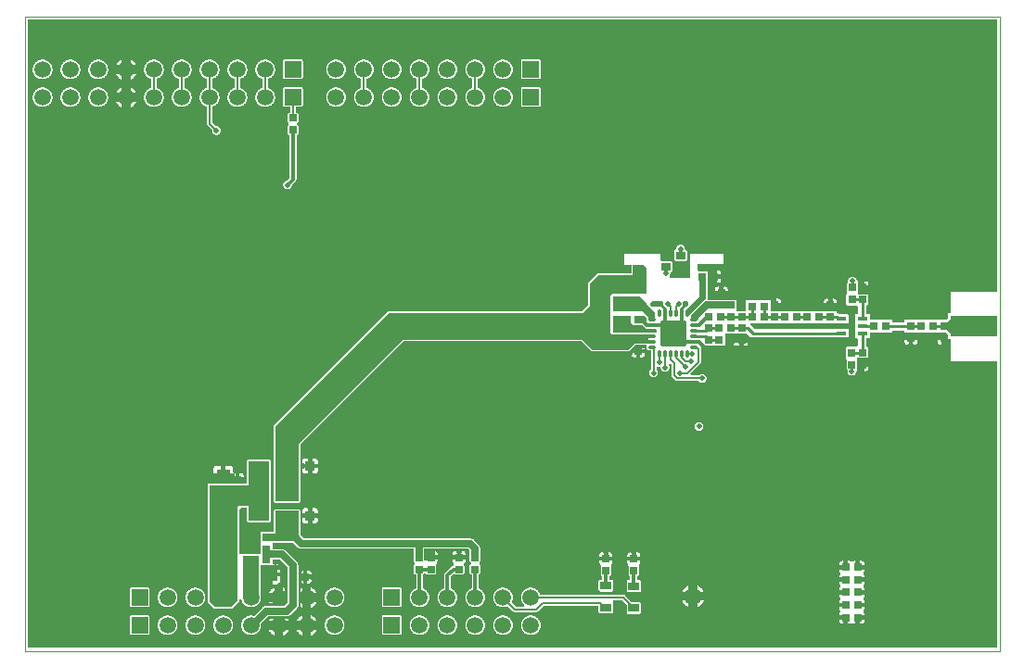
<source format=gtl>
G04 Layer_Physical_Order=1*
G04 Layer_Color=255*
%FSAX43Y43*%
%MOMM*%
G71*
G01*
G75*
%ADD10R,0.650X0.650*%
%ADD11R,0.650X0.650*%
%ADD12R,1.300X1.300*%
%ADD13R,1.600X1.300*%
%ADD14R,0.900X0.900*%
%ADD15R,1.300X1.300*%
%ADD16R,1.000X0.800*%
%ADD17R,0.850X0.400*%
%ADD18R,4.200X1.905*%
G04:AMPARAMS|DCode=19|XSize=2.4mm|YSize=2.4mm|CornerRadius=0.06mm|HoleSize=0mm|Usage=FLASHONLY|Rotation=270.000|XOffset=0mm|YOffset=0mm|HoleType=Round|Shape=RoundedRectangle|*
%AMROUNDEDRECTD19*
21,1,2.400,2.280,0,0,270.0*
21,1,2.280,2.400,0,0,270.0*
1,1,0.120,-1.140,-1.140*
1,1,0.120,-1.140,1.140*
1,1,0.120,1.140,1.140*
1,1,0.120,1.140,-1.140*
%
%ADD19ROUNDEDRECTD19*%
%ADD20O,0.300X0.800*%
%ADD21O,0.800X0.300*%
%ADD22R,0.850X0.750*%
%ADD23R,0.500X0.500*%
%ADD24C,0.200*%
%ADD25C,0.650*%
%ADD26C,0.300*%
%ADD27C,0.127*%
%ADD28C,0.350*%
%ADD29C,0.250*%
%ADD30C,0.400*%
%ADD31C,1.200*%
%ADD32C,0.050*%
%ADD33C,1.500*%
%ADD34R,1.500X1.500*%
G04:AMPARAMS|DCode=35|XSize=1.7mm|YSize=1.7mm|CornerRadius=0.17mm|HoleSize=0mm|Usage=FLASHONLY|Rotation=0.000|XOffset=0mm|YOffset=0mm|HoleType=Round|Shape=RoundedRectangle|*
%AMROUNDEDRECTD35*
21,1,1.700,1.360,0,0,0.0*
21,1,1.360,1.700,0,0,0.0*
1,1,0.340,0.680,-0.680*
1,1,0.340,-0.680,-0.680*
1,1,0.340,-0.680,0.680*
1,1,0.340,0.680,0.680*
%
%ADD35ROUNDEDRECTD35*%
%ADD36C,1.700*%
%ADD37C,1.600*%
%ADD38R,4.200X2.413*%
%ADD39C,0.500*%
%ADD40C,0.600*%
G36*
X0085100Y0028950D02*
X0084625D01*
X0084225Y0029350D01*
X0084100D01*
Y0030000D01*
X0084225D01*
X0084625Y0030400D01*
X0085100D01*
Y0028950D01*
D02*
G37*
G36*
X0088750Y0032850D02*
X0084500D01*
Y0030875D01*
X0084299D01*
Y0030429D01*
X0084121Y0030251D01*
X0080325D01*
X0080324Y0030051D01*
X0079175D01*
X0079175Y0030251D01*
X0077151D01*
Y0030525D01*
X0077150Y0030535D01*
Y0030775D01*
X0076903Y0030776D01*
X0076900Y0030776D01*
X0076826D01*
Y0031530D01*
X0076852Y0031537D01*
X0076889Y0031552D01*
X0076922Y0031572D01*
X0076952Y0031598D01*
X0076978Y0031628D01*
X0076998Y0031661D01*
X0077013Y0031698D01*
X0077023Y0031736D01*
X0077026Y0031775D01*
Y0032425D01*
X0077023Y0032464D01*
X0077013Y0032502D01*
X0076998Y0032539D01*
X0076978Y0032575D01*
X0076025D01*
Y0033824D01*
X0075962Y0033873D01*
X0075938Y0033902D01*
X0075936Y0033907D01*
X0075920Y0033953D01*
X0075897Y0034000D01*
X0075868Y0034044D01*
X0075833Y0034083D01*
X0075794Y0034118D01*
X0075750Y0034147D01*
X0075703Y0034170D01*
X0075654Y0034187D01*
X0075602Y0034197D01*
X0075550Y0034201D01*
X0075498Y0034197D01*
X0075446Y0034187D01*
X0075397Y0034170D01*
X0075350Y0034147D01*
X0075306Y0034118D01*
X0075267Y0034083D01*
X0075232Y0034044D01*
X0075203Y0034000D01*
X0075180Y0033953D01*
X0075163Y0033904D01*
X0075153Y0033852D01*
X0075149Y0033800D01*
X0075153Y0033748D01*
X0075163Y0033696D01*
X0075171Y0033672D01*
X0075167Y0033664D01*
X0075141Y0033650D01*
X0075118Y0033632D01*
X0075100Y0033609D01*
X0075086Y0033583D01*
X0075077Y0033554D01*
X0075074Y0033525D01*
Y0032875D01*
X0075077Y0032846D01*
X0075086Y0032817D01*
X0075095Y0032756D01*
X0075086Y0032687D01*
X0075056Y0032613D01*
X0075051Y0032605D01*
X0075048Y0032602D01*
X0075022Y0032572D01*
X0075002Y0032539D01*
X0074987Y0032502D01*
X0074977Y0032464D01*
X0074974Y0032425D01*
Y0031775D01*
X0074977Y0031736D01*
X0074987Y0031698D01*
X0075002Y0031661D01*
X0075022Y0031628D01*
X0075048Y0031598D01*
X0075078Y0031572D01*
X0075111Y0031552D01*
X0075148Y0031537D01*
X0075186Y0031527D01*
X0075225Y0031524D01*
X0075875D01*
X0075899Y0031526D01*
X0075922Y0031522D01*
X0076034Y0031451D01*
X0076064Y0031419D01*
X0076074Y0031401D01*
Y0030776D01*
X0075793Y0030775D01*
X0075797Y0028574D01*
X0075950Y0028574D01*
X0076074Y0028450D01*
Y0027915D01*
X0076070Y0027910D01*
X0076020Y0027867D01*
X0075902Y0027813D01*
X0075864Y0027823D01*
X0075825Y0027826D01*
X0075175D01*
X0075136Y0027823D01*
X0075098Y0027813D01*
X0075061Y0027798D01*
X0075028Y0027778D01*
X0074998Y0027752D01*
X0074972Y0027722D01*
X0074952Y0027689D01*
X0074937Y0027652D01*
X0074927Y0027614D01*
X0074924Y0027575D01*
Y0026925D01*
X0074927Y0026886D01*
X0074937Y0026848D01*
X0074952Y0026811D01*
X0074972Y0026778D01*
X0074998Y0026748D01*
X0075001Y0026745D01*
X0075006Y0026737D01*
X0075036Y0026663D01*
X0075045Y0026594D01*
X0075036Y0026533D01*
X0075027Y0026504D01*
X0075024Y0026475D01*
Y0025825D01*
X0075027Y0025796D01*
X0075036Y0025767D01*
X0075050Y0025741D01*
X0075068Y0025718D01*
X0075091Y0025700D01*
X0075117Y0025686D01*
X0075121Y0025678D01*
X0075113Y0025654D01*
X0075103Y0025602D01*
X0075099Y0025550D01*
X0075103Y0025498D01*
X0075113Y0025446D01*
X0075130Y0025397D01*
X0075153Y0025350D01*
X0075182Y0025306D01*
X0075217Y0025267D01*
X0075256Y0025232D01*
X0075300Y0025203D01*
X0075347Y0025180D01*
X0075396Y0025163D01*
X0075448Y0025153D01*
X0075500Y0025149D01*
X0075552Y0025153D01*
X0075604Y0025163D01*
X0075653Y0025180D01*
X0075700Y0025203D01*
X0075744Y0025232D01*
X0075783Y0025267D01*
X0075818Y0025306D01*
X0075847Y0025350D01*
X0075870Y0025397D01*
X0075887Y0025446D01*
X0075891Y0025465D01*
X0075926Y0025505D01*
X0075970Y0025534D01*
X0076003Y0025550D01*
X0075975D01*
Y0026775D01*
X0076978D01*
X0076998Y0026811D01*
X0077013Y0026848D01*
X0077023Y0026886D01*
X0077026Y0026925D01*
Y0027575D01*
X0077023Y0027614D01*
X0077013Y0027652D01*
X0076998Y0027689D01*
X0076978Y0027722D01*
X0076952Y0027752D01*
X0076922Y0027778D01*
X0076889Y0027798D01*
X0076852Y0027813D01*
X0076826Y0027820D01*
Y0028574D01*
X0077150D01*
Y0028815D01*
Y0029100D01*
X0078935D01*
X0078935Y0029100D01*
X0079170Y0029100D01*
X0079170Y0029299D01*
X0080296D01*
X0080300Y0029100D01*
X0080300Y0029100D01*
X0080300D01*
D01*
X0084120D01*
X0084300Y0028920D01*
Y0028505D01*
X0084500D01*
Y0027930D01*
X0084490Y0027930D01*
X0084500Y0027921D01*
Y0026500D01*
X0088750D01*
Y0000300D01*
X0000300D01*
Y0057700D01*
X0088750D01*
Y0032850D01*
D02*
G37*
%LPC*%
G36*
X0074750Y0008230D02*
X0074625D01*
X0074585Y0008227D01*
X0074546Y0008217D01*
X0074509Y0008202D01*
X0074475Y0008181D01*
X0074445Y0008155D01*
X0074419Y0008125D01*
X0074398Y0008091D01*
X0074383Y0008054D01*
X0074373Y0008015D01*
X0074370Y0007975D01*
Y0007850D01*
X0074750D01*
Y0008230D01*
D02*
G37*
G36*
X0040230Y0008350D02*
X0039650D01*
X0039070D01*
Y0008225D01*
X0039073Y0008185D01*
X0039083Y0008146D01*
X0039098Y0008109D01*
X0039119Y0008075D01*
X0039145Y0008045D01*
X0039148Y0008042D01*
X0039150Y0008040D01*
X0039178Y0007974D01*
X0039182Y0007954D01*
X0039185Y0007921D01*
X0039169Y0007874D01*
X0039078Y0007747D01*
X0039032Y0007736D01*
X0038988Y0007718D01*
X0038948Y0007693D01*
X0038912Y0007663D01*
X0038367Y0007118D01*
X0038337Y0007082D01*
X0038312Y0007042D01*
X0038294Y0006998D01*
X0038283Y0006952D01*
X0038279Y0006905D01*
Y0005739D01*
X0038272Y0005737D01*
X0038199Y0005706D01*
X0038130Y0005670D01*
X0038063Y0005628D01*
X0038001Y0005580D01*
X0037943Y0005527D01*
X0037890Y0005469D01*
X0037842Y0005407D01*
X0037800Y0005340D01*
X0037764Y0005271D01*
X0037733Y0005198D01*
X0037710Y0005123D01*
X0037693Y0005046D01*
X0037683Y0004969D01*
X0037679Y0004890D01*
X0037683Y0004811D01*
X0037693Y0004734D01*
X0037710Y0004657D01*
X0037733Y0004582D01*
X0037764Y0004509D01*
X0037800Y0004440D01*
X0037842Y0004373D01*
X0037890Y0004311D01*
X0037943Y0004253D01*
X0038001Y0004200D01*
X0038063Y0004152D01*
X0038130Y0004110D01*
X0038199Y0004074D01*
X0038272Y0004043D01*
X0038347Y0004020D01*
X0038424Y0004003D01*
X0038501Y0003993D01*
X0038580Y0003989D01*
X0038659Y0003993D01*
X0038736Y0004003D01*
X0038813Y0004020D01*
X0038888Y0004043D01*
X0038961Y0004074D01*
X0039030Y0004110D01*
X0039097Y0004152D01*
X0039159Y0004200D01*
X0039217Y0004253D01*
X0039270Y0004311D01*
X0039318Y0004373D01*
X0039360Y0004440D01*
X0039396Y0004509D01*
X0039427Y0004582D01*
X0039450Y0004657D01*
X0039467Y0004734D01*
X0039477Y0004811D01*
X0039481Y0004890D01*
X0039477Y0004969D01*
X0039467Y0005046D01*
X0039450Y0005123D01*
X0039427Y0005198D01*
X0039396Y0005271D01*
X0039360Y0005340D01*
X0039318Y0005407D01*
X0039270Y0005469D01*
X0039217Y0005527D01*
X0039159Y0005580D01*
X0039097Y0005628D01*
X0039030Y0005670D01*
X0038961Y0005706D01*
X0038888Y0005737D01*
X0038881Y0005739D01*
Y0006780D01*
X0039053Y0006952D01*
X0039063Y0006958D01*
X0039218Y0007018D01*
X0039241Y0007000D01*
X0039267Y0006986D01*
X0039296Y0006977D01*
X0039325Y0006974D01*
X0039975D01*
X0040004Y0006977D01*
X0040033Y0006986D01*
X0040059Y0007000D01*
X0040082Y0007018D01*
X0040100Y0007041D01*
X0040114Y0007067D01*
X0040123Y0007096D01*
X0040126Y0007125D01*
Y0007775D01*
X0040123Y0007804D01*
X0040118Y0007821D01*
X0040114Y0007833D01*
X0040114Y0007833D01*
X0040109Y0007869D01*
X0040118Y0007954D01*
X0040122Y0007974D01*
X0040150Y0008040D01*
X0040152Y0008042D01*
X0040155Y0008045D01*
X0040181Y0008075D01*
X0040202Y0008109D01*
X0040217Y0008146D01*
X0040227Y0008185D01*
X0040230Y0008225D01*
Y0008350D01*
D02*
G37*
G36*
X0023355Y0007400D02*
X0022450D01*
Y0007200D01*
X0023355D01*
Y0007400D01*
D02*
G37*
G36*
X0052850Y0009000D02*
X0052725D01*
X0052685Y0008997D01*
X0052646Y0008988D01*
X0052609Y0008973D01*
X0052575Y0008952D01*
X0052545Y0008926D01*
X0052519Y0008895D01*
X0052498Y0008861D01*
X0052483Y0008824D01*
X0052473Y0008786D01*
X0052470Y0008746D01*
Y0008621D01*
X0052850D01*
Y0009000D01*
D02*
G37*
G36*
X0075850Y0008230D02*
X0075725D01*
X0075685Y0008227D01*
X0075646Y0008217D01*
X0075609Y0008202D01*
X0075575Y0008181D01*
X0075532Y0008155D01*
X0075468D01*
X0075425Y0008181D01*
X0075391Y0008202D01*
X0075354Y0008217D01*
X0075315Y0008227D01*
X0075275Y0008230D01*
X0075150D01*
Y0007650D01*
X0074950D01*
Y0007450D01*
X0074370D01*
Y0007325D01*
X0074373Y0007285D01*
X0074383Y0007246D01*
X0074398Y0007209D01*
X0074419Y0007175D01*
X0074445Y0007109D01*
Y0007041D01*
X0074419Y0006975D01*
X0074398Y0006941D01*
X0074383Y0006904D01*
X0074373Y0006865D01*
X0074370Y0006825D01*
Y0006700D01*
X0074950D01*
Y0006300D01*
X0074370D01*
Y0006175D01*
X0074373Y0006135D01*
X0074383Y0006096D01*
X0074398Y0006059D01*
X0074419Y0006025D01*
X0074445Y0005959D01*
Y0005891D01*
X0074419Y0005825D01*
X0074398Y0005791D01*
X0074383Y0005754D01*
X0074373Y0005715D01*
X0074370Y0005675D01*
Y0005550D01*
X0074950D01*
Y0005150D01*
X0074370D01*
Y0005025D01*
X0074373Y0004985D01*
X0074383Y0004946D01*
X0074398Y0004909D01*
X0074419Y0004875D01*
X0074445Y0004809D01*
Y0004741D01*
X0074419Y0004675D01*
X0074398Y0004641D01*
X0074383Y0004604D01*
X0074373Y0004565D01*
X0074370Y0004525D01*
Y0004400D01*
X0074950D01*
Y0004000D01*
X0074370D01*
Y0003875D01*
X0074373Y0003835D01*
X0074383Y0003796D01*
X0074398Y0003759D01*
X0074419Y0003725D01*
X0074445Y0003659D01*
Y0003591D01*
X0074419Y0003525D01*
X0074398Y0003491D01*
X0074383Y0003454D01*
X0074373Y0003415D01*
X0074370Y0003375D01*
Y0003250D01*
X0074950D01*
Y0003050D01*
X0075150D01*
Y0002470D01*
X0075275D01*
X0075315Y0002473D01*
X0075354Y0002483D01*
X0075391Y0002498D01*
X0075425Y0002519D01*
X0075468Y0002545D01*
X0075532D01*
X0075575Y0002519D01*
X0075609Y0002498D01*
X0075646Y0002483D01*
X0075685Y0002473D01*
X0075725Y0002470D01*
X0075850D01*
Y0003050D01*
X0076050D01*
Y0003250D01*
X0076630D01*
Y0003375D01*
X0076627Y0003415D01*
X0076617Y0003454D01*
X0076602Y0003491D01*
X0076581Y0003525D01*
X0076555Y0003591D01*
Y0003659D01*
X0076581Y0003725D01*
X0076602Y0003759D01*
X0076617Y0003796D01*
X0076627Y0003835D01*
X0076630Y0003875D01*
Y0004000D01*
X0076050D01*
Y0004400D01*
X0076630D01*
Y0004525D01*
X0076627Y0004565D01*
X0076617Y0004604D01*
X0076602Y0004641D01*
X0076581Y0004675D01*
X0076555Y0004741D01*
Y0004809D01*
X0076581Y0004875D01*
X0076602Y0004909D01*
X0076617Y0004946D01*
X0076627Y0004985D01*
X0076630Y0005025D01*
Y0005150D01*
X0076050D01*
Y0005550D01*
X0076630D01*
Y0005675D01*
X0076627Y0005715D01*
X0076617Y0005754D01*
X0076602Y0005791D01*
X0076581Y0005825D01*
X0076555Y0005891D01*
Y0005959D01*
X0076581Y0006025D01*
X0076602Y0006059D01*
X0076617Y0006096D01*
X0076627Y0006135D01*
X0076630Y0006175D01*
Y0006300D01*
X0076050D01*
Y0006700D01*
X0076630D01*
Y0006825D01*
X0076627Y0006865D01*
X0076617Y0006904D01*
X0076602Y0006941D01*
X0076581Y0006975D01*
X0076555Y0007041D01*
Y0007109D01*
X0076581Y0007175D01*
X0076602Y0007209D01*
X0076617Y0007246D01*
X0076627Y0007285D01*
X0076630Y0007325D01*
Y0007450D01*
X0076050D01*
Y0007650D01*
X0075850D01*
Y0008230D01*
D02*
G37*
G36*
X0076375D02*
X0076250D01*
Y0007850D01*
X0076630D01*
Y0007975D01*
X0076627Y0008015D01*
X0076617Y0008054D01*
X0076602Y0008091D01*
X0076581Y0008125D01*
X0076555Y0008155D01*
X0076525Y0008181D01*
X0076491Y0008202D01*
X0076454Y0008217D01*
X0076415Y0008227D01*
X0076375Y0008230D01*
D02*
G37*
G36*
X0025925Y0007330D02*
X0025800D01*
Y0006950D01*
X0026180D01*
Y0007075D01*
X0026177Y0007115D01*
X0026167Y0007154D01*
X0026152Y0007191D01*
X0026131Y0007225D01*
X0026105Y0007255D01*
X0026075Y0007281D01*
X0026041Y0007302D01*
X0026004Y0007317D01*
X0025965Y0007327D01*
X0025925Y0007330D01*
D02*
G37*
G36*
X0061400Y0005976D02*
Y0005400D01*
X0061976D01*
X0061975Y0005404D01*
X0061940Y0005479D01*
X0061899Y0005551D01*
X0061853Y0005620D01*
X0061802Y0005685D01*
X0061746Y0005746D01*
X0061685Y0005802D01*
X0061620Y0005853D01*
X0061551Y0005899D01*
X0061479Y0005940D01*
X0061404Y0005975D01*
X0061400Y0005976D01*
D02*
G37*
G36*
X0053630Y0008221D02*
X0053050D01*
X0052470D01*
Y0008096D01*
X0052473Y0008056D01*
X0052483Y0008017D01*
X0052498Y0007980D01*
X0052519Y0007946D01*
X0052545Y0007916D01*
X0052548Y0007913D01*
X0052550Y0007911D01*
X0052578Y0007845D01*
X0052582Y0007825D01*
X0052591Y0007739D01*
X0052586Y0007704D01*
X0052586Y0007703D01*
X0052582Y0007692D01*
X0052577Y0007675D01*
X0052574Y0007646D01*
Y0006996D01*
X0052577Y0006966D01*
X0052586Y0006938D01*
X0052600Y0006912D01*
X0052618Y0006889D01*
X0052641Y0006870D01*
X0052667Y0006856D01*
X0052696Y0006848D01*
X0052724Y0006845D01*
Y0006521D01*
X0052550D01*
X0052521Y0006519D01*
X0052492Y0006510D01*
X0052466Y0006496D01*
X0052443Y0006477D01*
X0052425Y0006454D01*
X0052411Y0006428D01*
X0052402Y0006400D01*
X0052399Y0006371D01*
Y0005571D01*
X0052402Y0005541D01*
X0052411Y0005513D01*
X0052425Y0005487D01*
X0052443Y0005464D01*
X0052466Y0005445D01*
X0052492Y0005431D01*
X0052521Y0005423D01*
X0052550Y0005420D01*
X0053550D01*
X0053579Y0005423D01*
X0053608Y0005431D01*
X0053634Y0005445D01*
X0053657Y0005464D01*
X0053675Y0005487D01*
X0053689Y0005513D01*
X0053698Y0005541D01*
X0053701Y0005571D01*
Y0006371D01*
X0053698Y0006400D01*
X0053689Y0006428D01*
X0053675Y0006454D01*
X0053657Y0006477D01*
X0053634Y0006496D01*
X0053608Y0006510D01*
X0053579Y0006519D01*
X0053550Y0006521D01*
X0053376D01*
Y0006845D01*
X0053404Y0006848D01*
X0053433Y0006856D01*
X0053459Y0006870D01*
X0053482Y0006889D01*
X0053500Y0006912D01*
X0053514Y0006938D01*
X0053523Y0006966D01*
X0053526Y0006996D01*
Y0007646D01*
X0053523Y0007675D01*
X0053518Y0007692D01*
X0053514Y0007703D01*
X0053514Y0007704D01*
X0053509Y0007739D01*
X0053518Y0007825D01*
X0053522Y0007845D01*
X0053550Y0007911D01*
X0053552Y0007913D01*
X0053555Y0007916D01*
X0053581Y0007946D01*
X0053602Y0007980D01*
X0053617Y0008017D01*
X0053627Y0008056D01*
X0053630Y0008096D01*
Y0008221D01*
D02*
G37*
G36*
X0056180Y0008221D02*
X0055600D01*
X0055020D01*
Y0008104D01*
X0055020Y0008096D01*
X0055020Y0008096D01*
X0055023Y0008056D01*
X0055023Y0008056D01*
X0055033Y0008017D01*
X0055033Y0008017D01*
X0055048Y0007980D01*
X0055054Y0007969D01*
X0055084Y0007907D01*
X0055084Y0007907D01*
X0055104Y0007844D01*
X0055122Y0007760D01*
X0055127Y0007706D01*
X0055124Y0007646D01*
X0055124Y0007600D01*
X0055124Y0007599D01*
X0055124Y0007539D01*
Y0006996D01*
X0055127Y0006966D01*
X0055136Y0006938D01*
X0055150Y0006912D01*
X0055168Y0006889D01*
X0055191Y0006870D01*
X0055217Y0006856D01*
X0055246Y0006848D01*
X0055274Y0006845D01*
Y0006471D01*
X0055100D01*
X0055071Y0006469D01*
X0055042Y0006460D01*
X0055016Y0006446D01*
X0054993Y0006427D01*
X0054975Y0006404D01*
X0054961Y0006378D01*
X0054952Y0006350D01*
X0054949Y0006321D01*
Y0005521D01*
X0054952Y0005491D01*
X0054961Y0005463D01*
X0054975Y0005437D01*
X0054993Y0005414D01*
X0055016Y0005395D01*
X0055042Y0005381D01*
X0055071Y0005373D01*
X0055100Y0005370D01*
X0056100D01*
X0056129Y0005373D01*
X0056158Y0005381D01*
X0056184Y0005395D01*
X0056207Y0005414D01*
X0056225Y0005437D01*
X0056239Y0005463D01*
X0056248Y0005491D01*
X0056251Y0005521D01*
Y0006321D01*
X0056248Y0006350D01*
X0056239Y0006378D01*
X0056225Y0006404D01*
X0056207Y0006427D01*
X0056184Y0006446D01*
X0056158Y0006460D01*
X0056129Y0006469D01*
X0056100Y0006471D01*
X0055926D01*
Y0006845D01*
X0055954Y0006848D01*
X0055983Y0006856D01*
X0056009Y0006870D01*
X0056032Y0006889D01*
X0056050Y0006912D01*
X0056064Y0006938D01*
X0056073Y0006966D01*
X0056076Y0006996D01*
Y0007646D01*
X0056073Y0007675D01*
X0056068Y0007692D01*
X0056064Y0007703D01*
X0056064Y0007704D01*
X0056059Y0007739D01*
X0056068Y0007825D01*
X0056072Y0007845D01*
X0056100Y0007911D01*
X0056102Y0007913D01*
X0056105Y0007916D01*
X0056131Y0007946D01*
X0056152Y0007980D01*
X0056167Y0008017D01*
X0056177Y0008056D01*
X0056180Y0008096D01*
Y0008221D01*
D02*
G37*
G36*
X0060600Y0005976D02*
X0060596Y0005975D01*
X0060521Y0005940D01*
X0060449Y0005899D01*
X0060380Y0005853D01*
X0060315Y0005802D01*
X0060254Y0005746D01*
X0060198Y0005685D01*
X0060147Y0005620D01*
X0060101Y0005551D01*
X0060060Y0005479D01*
X0060025Y0005404D01*
X0060024Y0005400D01*
X0060600D01*
Y0005976D01*
D02*
G37*
G36*
X0025400Y0007330D02*
X0025300D01*
Y0006170D01*
X0025400D01*
Y0006750D01*
Y0007330D01*
D02*
G37*
G36*
X0026180Y0006550D02*
X0025800D01*
Y0006170D01*
X0025925D01*
X0025965Y0006173D01*
X0026004Y0006183D01*
X0026041Y0006198D01*
X0026075Y0006219D01*
X0026105Y0006245D01*
X0026131Y0006275D01*
X0026152Y0006309D01*
X0026167Y0006346D01*
X0026177Y0006385D01*
X0026180Y0006425D01*
Y0006550D01*
D02*
G37*
G36*
X0022250Y0006100D02*
X0021753D01*
X0021760Y0006098D01*
X0021800Y0006095D01*
X0022250D01*
Y0006100D01*
D02*
G37*
G36*
X0023355Y0006800D02*
X0022650D01*
Y0006095D01*
X0023100D01*
X0023140Y0006098D01*
X0023179Y0006108D01*
X0023216Y0006123D01*
X0023250Y0006144D01*
X0023280Y0006170D01*
X0023306Y0006200D01*
X0023327Y0006234D01*
X0023342Y0006271D01*
X0023352Y0006310D01*
X0023355Y0006350D01*
Y0006800D01*
D02*
G37*
G36*
X0026500Y0013055D02*
X0026250D01*
Y0012550D01*
X0026755D01*
Y0012800D01*
X0026752Y0012840D01*
X0026742Y0012879D01*
X0026727Y0012916D01*
X0026706Y0012950D01*
X0026680Y0012980D01*
X0026650Y0013006D01*
X0026616Y0013027D01*
X0026579Y0013042D01*
X0026540Y0013052D01*
X0026500Y0013055D01*
D02*
G37*
G36*
X0018770Y0016905D02*
X0018320D01*
Y0016200D01*
X0019150D01*
Y0015900D01*
X0019220D01*
Y0016230D01*
X0019095D01*
X0019025Y0016393D01*
Y0016650D01*
X0019022Y0016690D01*
X0019012Y0016729D01*
X0018997Y0016766D01*
X0018976Y0016800D01*
X0018950Y0016830D01*
X0018920Y0016856D01*
X0018886Y0016877D01*
X0018849Y0016892D01*
X0018810Y0016902D01*
X0018770Y0016905D01*
D02*
G37*
G36*
X0022300Y0017501D02*
X0020450D01*
X0020421Y0017498D01*
X0020392Y0017489D01*
X0020366Y0017475D01*
X0020343Y0017457D01*
X0020325Y0017434D01*
X0020311Y0017408D01*
X0020302Y0017379D01*
X0020299Y0017350D01*
Y0015900D01*
X0020300D01*
Y0015300D01*
X0016843D01*
X0016821Y0015298D01*
X0016792Y0015289D01*
X0016766Y0015275D01*
X0016743Y0015257D01*
X0016725Y0015234D01*
X0016711Y0015208D01*
X0016702Y0015179D01*
X0016699Y0015150D01*
Y0004550D01*
X0016702Y0004521D01*
X0016711Y0004492D01*
X0016725Y0004466D01*
X0016743Y0004443D01*
X0017293Y0003893D01*
X0017316Y0003875D01*
X0017342Y0003861D01*
X0017371Y0003852D01*
X0017400Y0003849D01*
X0018850D01*
X0018879Y0003852D01*
X0018908Y0003861D01*
X0018934Y0003875D01*
X0018957Y0003893D01*
X0019557Y0004493D01*
X0019575Y0004516D01*
X0019589Y0004542D01*
X0019598Y0004571D01*
X0019601Y0004600D01*
Y0004708D01*
X0019773Y0004734D01*
X0019790Y0004657D01*
X0019813Y0004582D01*
X0019844Y0004509D01*
X0019880Y0004440D01*
X0019922Y0004373D01*
X0019970Y0004311D01*
X0020023Y0004253D01*
X0020081Y0004200D01*
X0020143Y0004152D01*
X0020210Y0004110D01*
X0020279Y0004074D01*
X0020352Y0004043D01*
X0020427Y0004020D01*
X0020504Y0004003D01*
X0020581Y0003993D01*
X0020660Y0003989D01*
X0020739Y0003993D01*
X0020816Y0004003D01*
X0020893Y0004020D01*
X0020968Y0004043D01*
X0021041Y0004074D01*
X0021110Y0004110D01*
X0021177Y0004152D01*
X0021239Y0004200D01*
X0021297Y0004253D01*
X0021350Y0004311D01*
X0021398Y0004373D01*
X0021440Y0004440D01*
X0021476Y0004509D01*
X0021507Y0004582D01*
X0021530Y0004657D01*
X0021547Y0004734D01*
X0021557Y0004811D01*
X0021561Y0004890D01*
X0021557Y0004969D01*
X0021547Y0005046D01*
X0021530Y0005123D01*
X0021507Y0005198D01*
X0021501Y0005212D01*
Y0006047D01*
X0021581Y0006099D01*
X0021584Y0006100D01*
X0021500D01*
Y0007850D01*
X0023257D01*
X0023250Y0007856D01*
X0023216Y0007877D01*
X0023179Y0007892D01*
X0023140Y0007902D01*
X0023100Y0007905D01*
X0022600D01*
Y0008349D01*
X0023278D01*
X0024023Y0007604D01*
Y0006750D01*
X0024024Y0006732D01*
Y0005734D01*
X0024020Y0005732D01*
Y0004440D01*
X0023690Y0004110D01*
X0022150D01*
Y0004111D01*
X0022035D01*
X0021982Y0004108D01*
X0021929Y0004099D01*
X0021878Y0004084D01*
X0021829Y0004064D01*
X0021782Y0004038D01*
X0021738Y0004007D01*
X0021699Y0003971D01*
X0020934Y0003207D01*
X0020893Y0003220D01*
X0020816Y0003237D01*
X0020739Y0003247D01*
X0020660Y0003251D01*
X0020581Y0003247D01*
X0020504Y0003237D01*
X0020427Y0003220D01*
X0020352Y0003197D01*
X0020279Y0003166D01*
X0020210Y0003130D01*
X0020143Y0003088D01*
X0020081Y0003040D01*
X0020023Y0002987D01*
X0019970Y0002929D01*
X0019922Y0002867D01*
X0019880Y0002800D01*
X0019844Y0002731D01*
X0019813Y0002658D01*
X0019790Y0002583D01*
X0019773Y0002506D01*
X0019763Y0002429D01*
X0019759Y0002350D01*
X0019763Y0002271D01*
X0019773Y0002194D01*
X0019790Y0002117D01*
X0019813Y0002042D01*
X0019844Y0001969D01*
X0019880Y0001900D01*
X0019922Y0001833D01*
X0019970Y0001771D01*
X0020023Y0001713D01*
X0020081Y0001660D01*
X0020143Y0001612D01*
X0020210Y0001570D01*
X0020279Y0001534D01*
X0020352Y0001503D01*
X0020427Y0001480D01*
X0020504Y0001463D01*
X0020581Y0001453D01*
X0020660Y0001449D01*
X0020739Y0001453D01*
X0020816Y0001463D01*
X0020893Y0001480D01*
X0020968Y0001503D01*
X0021041Y0001534D01*
X0021110Y0001570D01*
X0021177Y0001612D01*
X0021239Y0001660D01*
X0021297Y0001713D01*
X0021350Y0001771D01*
X0021398Y0001833D01*
X0021440Y0001900D01*
X0021476Y0001969D01*
X0021507Y0002042D01*
X0021530Y0002117D01*
X0021547Y0002194D01*
X0021557Y0002271D01*
X0021561Y0002350D01*
X0021557Y0002429D01*
X0021551Y0002478D01*
X0022185Y0003112D01*
X0022240Y0003106D01*
Y0003145D01*
X0024029Y0003145D01*
X0024041Y0003171D01*
X0024092Y0003186D01*
X0024141Y0003206D01*
X0024188Y0003232D01*
X0024232Y0003263D01*
X0024271Y0003299D01*
X0024836Y0003864D01*
X0024872Y0003903D01*
X0024903Y0003947D01*
X0024929Y0003994D01*
X0024941Y0004023D01*
X0024975Y0004045D01*
Y0007375D01*
X0024975Y0007376D01*
Y0007801D01*
X0024972Y0007854D01*
X0024963Y0007907D01*
X0024948Y0007958D01*
X0024928Y0008007D01*
X0024902Y0008054D01*
X0024871Y0008098D01*
X0024835Y0008137D01*
X0023811Y0009161D01*
X0023772Y0009197D01*
X0023728Y0009228D01*
X0023681Y0009254D01*
X0023632Y0009274D01*
X0023581Y0009289D01*
X0023528Y0009298D01*
X0023475Y0009301D01*
X0022600D01*
Y0009899D01*
X0024528D01*
X0024964Y0009464D01*
X0025003Y0009428D01*
X0025047Y0009397D01*
X0025094Y0009371D01*
X0025143Y0009351D01*
X0025194Y0009336D01*
X0025247Y0009327D01*
X0025300Y0009324D01*
X0035524D01*
Y0008550D01*
X0035524Y0008550D01*
Y0008225D01*
X0035527Y0008196D01*
X0035536Y0008167D01*
X0035550Y0008141D01*
X0035568Y0008118D01*
X0035591Y0008100D01*
X0035612Y0008089D01*
X0035617Y0008056D01*
Y0007944D01*
X0035612Y0007911D01*
X0035591Y0007900D01*
X0035568Y0007882D01*
X0035550Y0007859D01*
X0035536Y0007833D01*
X0035527Y0007804D01*
X0035524Y0007775D01*
Y0007125D01*
X0035527Y0007096D01*
X0035536Y0007067D01*
X0035550Y0007041D01*
X0035568Y0007018D01*
X0035591Y0007000D01*
X0035617Y0006986D01*
X0035646Y0006977D01*
X0035675Y0006974D01*
X0035739D01*
Y0005739D01*
X0035732Y0005737D01*
X0035659Y0005706D01*
X0035590Y0005670D01*
X0035523Y0005628D01*
X0035461Y0005580D01*
X0035403Y0005527D01*
X0035350Y0005469D01*
X0035302Y0005407D01*
X0035260Y0005340D01*
X0035224Y0005271D01*
X0035193Y0005198D01*
X0035170Y0005123D01*
X0035153Y0005046D01*
X0035143Y0004969D01*
X0035139Y0004890D01*
X0035143Y0004811D01*
X0035153Y0004734D01*
X0035170Y0004657D01*
X0035193Y0004582D01*
X0035224Y0004509D01*
X0035260Y0004440D01*
X0035302Y0004373D01*
X0035350Y0004311D01*
X0035403Y0004253D01*
X0035461Y0004200D01*
X0035523Y0004152D01*
X0035590Y0004110D01*
X0035659Y0004074D01*
X0035732Y0004043D01*
X0035807Y0004020D01*
X0035884Y0004003D01*
X0035961Y0003993D01*
X0036040Y0003989D01*
X0036119Y0003993D01*
X0036196Y0004003D01*
X0036273Y0004020D01*
X0036348Y0004043D01*
X0036421Y0004074D01*
X0036490Y0004110D01*
X0036557Y0004152D01*
X0036619Y0004200D01*
X0036677Y0004253D01*
X0036730Y0004311D01*
X0036778Y0004373D01*
X0036820Y0004440D01*
X0036856Y0004509D01*
X0036887Y0004582D01*
X0036910Y0004657D01*
X0036927Y0004734D01*
X0036937Y0004811D01*
X0036941Y0004890D01*
X0036937Y0004969D01*
X0036927Y0005046D01*
X0036910Y0005123D01*
X0036887Y0005198D01*
X0036856Y0005271D01*
X0036820Y0005340D01*
X0036778Y0005407D01*
X0036730Y0005469D01*
X0036677Y0005527D01*
X0036619Y0005580D01*
X0036557Y0005628D01*
X0036490Y0005670D01*
X0036421Y0005706D01*
X0036348Y0005737D01*
X0036341Y0005739D01*
Y0006976D01*
X0036354Y0006977D01*
X0036383Y0006986D01*
X0036409Y0007000D01*
X0036432Y0007018D01*
X0036450Y0007041D01*
X0036461Y0007062D01*
X0036494Y0007067D01*
X0036606D01*
X0036639Y0007062D01*
X0036650Y0007041D01*
X0036668Y0007018D01*
X0036691Y0007000D01*
X0036717Y0006986D01*
X0036746Y0006977D01*
X0036775Y0006974D01*
X0037425D01*
X0037454Y0006977D01*
X0037483Y0006986D01*
X0037509Y0007000D01*
X0037532Y0007018D01*
X0037550Y0007041D01*
X0037564Y0007067D01*
X0037573Y0007096D01*
X0037576Y0007125D01*
Y0007729D01*
X0037576Y0007775D01*
X0037573Y0007825D01*
X0037572Y0007858D01*
X0037580Y0007923D01*
X0037583Y0007931D01*
X0037579Y0007896D01*
X0037572Y0007858D01*
X0037573Y0007832D01*
X0037579Y0007896D01*
X0037591Y0007957D01*
X0037616Y0008036D01*
X0037646Y0008098D01*
X0037652Y0008109D01*
X0037667Y0008146D01*
X0037667Y0008146D01*
X0037677Y0008185D01*
X0037677Y0008185D01*
X0037680Y0008225D01*
X0037680Y0008225D01*
X0037680Y0008233D01*
Y0008350D01*
X0037425D01*
Y0008225D01*
X0036475D01*
Y0009325D01*
X0037425Y0009325D01*
Y0009324D01*
X0040478D01*
X0040624Y0009178D01*
Y0008550D01*
X0040624Y0008550D01*
Y0008225D01*
X0040627Y0008196D01*
X0040636Y0008167D01*
X0040650Y0008141D01*
X0040668Y0008118D01*
X0040691Y0008100D01*
X0040712Y0008089D01*
X0040717Y0008056D01*
Y0007944D01*
X0040712Y0007911D01*
X0040691Y0007900D01*
X0040668Y0007882D01*
X0040650Y0007859D01*
X0040636Y0007833D01*
X0040627Y0007804D01*
X0040624Y0007775D01*
Y0007125D01*
X0040627Y0007096D01*
X0040636Y0007067D01*
X0040650Y0007041D01*
X0040668Y0007018D01*
X0040691Y0007000D01*
X0040717Y0006986D01*
X0040746Y0006977D01*
X0040775Y0006974D01*
X0040824D01*
Y0005740D01*
X0040812Y0005737D01*
X0040739Y0005706D01*
X0040670Y0005670D01*
X0040603Y0005628D01*
X0040541Y0005580D01*
X0040483Y0005527D01*
X0040430Y0005469D01*
X0040382Y0005407D01*
X0040340Y0005340D01*
X0040304Y0005271D01*
X0040273Y0005198D01*
X0040250Y0005123D01*
X0040233Y0005046D01*
X0040223Y0004969D01*
X0040219Y0004890D01*
X0040223Y0004811D01*
X0040233Y0004734D01*
X0040250Y0004657D01*
X0040273Y0004582D01*
X0040304Y0004509D01*
X0040340Y0004440D01*
X0040382Y0004373D01*
X0040430Y0004311D01*
X0040483Y0004253D01*
X0040541Y0004200D01*
X0040603Y0004152D01*
X0040670Y0004110D01*
X0040739Y0004074D01*
X0040812Y0004043D01*
X0040887Y0004020D01*
X0040964Y0004003D01*
X0041041Y0003993D01*
X0041120Y0003989D01*
X0041199Y0003993D01*
X0041276Y0004003D01*
X0041353Y0004020D01*
X0041428Y0004043D01*
X0041501Y0004074D01*
X0041570Y0004110D01*
X0041637Y0004152D01*
X0041699Y0004200D01*
X0041757Y0004253D01*
X0041810Y0004311D01*
X0041858Y0004373D01*
X0041900Y0004440D01*
X0041936Y0004509D01*
X0041967Y0004582D01*
X0041990Y0004657D01*
X0042007Y0004734D01*
X0042017Y0004811D01*
X0042021Y0004890D01*
X0042017Y0004969D01*
X0042007Y0005046D01*
X0041990Y0005123D01*
X0041967Y0005198D01*
X0041936Y0005271D01*
X0041900Y0005340D01*
X0041858Y0005407D01*
X0041810Y0005469D01*
X0041757Y0005527D01*
X0041699Y0005580D01*
X0041637Y0005628D01*
X0041570Y0005670D01*
X0041501Y0005706D01*
X0041428Y0005737D01*
X0041426Y0005737D01*
Y0006974D01*
X0041454Y0006977D01*
X0041483Y0006986D01*
X0041509Y0007000D01*
X0041532Y0007018D01*
X0041550Y0007041D01*
X0041564Y0007067D01*
X0041573Y0007096D01*
X0041576Y0007125D01*
Y0007775D01*
X0041573Y0007804D01*
X0041564Y0007833D01*
X0041550Y0007859D01*
X0041532Y0007882D01*
X0041509Y0007900D01*
X0041488Y0007911D01*
X0041483Y0007944D01*
Y0008056D01*
X0041488Y0008089D01*
X0041509Y0008100D01*
X0041532Y0008118D01*
X0041550Y0008141D01*
X0041564Y0008167D01*
X0041573Y0008196D01*
X0041576Y0008225D01*
Y0008550D01*
X0041576Y0008550D01*
Y0009375D01*
X0041573Y0009428D01*
X0041564Y0009481D01*
X0041549Y0009532D01*
X0041529Y0009581D01*
X0041503Y0009628D01*
X0041472Y0009672D01*
X0041436Y0009711D01*
X0041011Y0010136D01*
X0040972Y0010172D01*
X0040928Y0010203D01*
X0040881Y0010229D01*
X0040832Y0010249D01*
X0040781Y0010264D01*
X0040728Y0010273D01*
X0040675Y0010276D01*
X0025497D01*
X0025151Y0010622D01*
Y0011596D01*
X0025151Y0011600D01*
X0025151Y0011604D01*
Y0012800D01*
X0025148Y0012829D01*
X0025139Y0012858D01*
X0025125Y0012884D01*
X0025107Y0012907D01*
X0025084Y0012925D01*
X0025058Y0012939D01*
X0025029Y0012948D01*
X0025000Y0012951D01*
X0022900D01*
X0022871Y0012948D01*
X0022842Y0012939D01*
X0022816Y0012925D01*
X0022793Y0012907D01*
X0022775Y0012884D01*
X0022761Y0012858D01*
X0022752Y0012829D01*
X0022749Y0012800D01*
Y0010901D01*
X0021700D01*
X0021693Y0010900D01*
X0021550Y0010900D01*
X0021549Y0010876D01*
Y0010050D01*
Y0008950D01*
X0021474Y0008875D01*
X0021318Y0008875D01*
X0019854D01*
X0019854Y0008875D01*
X0019854Y0008875D01*
X0019838D01*
Y0008875D01*
X0019724D01*
Y0008875D01*
X0019628D01*
X0019618Y0008891D01*
X0019601Y0008962D01*
Y0012929D01*
X0019771Y0013099D01*
X0020299D01*
Y0011900D01*
X0020302Y0011871D01*
X0020311Y0011842D01*
X0020325Y0011816D01*
X0020343Y0011793D01*
X0020366Y0011775D01*
X0020392Y0011761D01*
X0020421Y0011752D01*
X0020450Y0011749D01*
X0022300D01*
X0022329Y0011752D01*
X0022358Y0011761D01*
X0022384Y0011775D01*
X0022407Y0011793D01*
X0022425Y0011816D01*
X0022439Y0011842D01*
X0022448Y0011871D01*
X0022451Y0011900D01*
Y0013867D01*
X0022451Y0013870D01*
Y0015230D01*
X0022451Y0015233D01*
Y0017350D01*
X0022448Y0017379D01*
X0022439Y0017408D01*
X0022425Y0017434D01*
X0022407Y0017457D01*
X0022384Y0017475D01*
X0022358Y0017489D01*
X0022329Y0017498D01*
X0022300Y0017501D01*
D02*
G37*
G36*
X0025850Y0013055D02*
X0025600D01*
X0025560Y0013052D01*
X0025521Y0013042D01*
X0025484Y0013027D01*
X0025450Y0013006D01*
X0025420Y0012980D01*
X0025394Y0012950D01*
X0025373Y0012916D01*
X0025358Y0012879D01*
X0025348Y0012840D01*
X0025345Y0012800D01*
Y0012550D01*
X0025850D01*
Y0013055D01*
D02*
G37*
G36*
X0026755Y0016700D02*
X0026250D01*
Y0016195D01*
X0026500D01*
X0026540Y0016198D01*
X0026579Y0016208D01*
X0026616Y0016223D01*
X0026650Y0016244D01*
X0026680Y0016270D01*
X0026706Y0016300D01*
X0026727Y0016334D01*
X0026742Y0016371D01*
X0026752Y0016410D01*
X0026755Y0016450D01*
Y0016700D01*
D02*
G37*
G36*
X0017920Y0016905D02*
X0017470D01*
X0017430Y0016902D01*
X0017391Y0016892D01*
X0017354Y0016877D01*
X0017320Y0016856D01*
X0017290Y0016830D01*
X0017264Y0016800D01*
X0017243Y0016766D01*
X0017228Y0016729D01*
X0017218Y0016690D01*
X0017215Y0016650D01*
Y0016200D01*
X0017920D01*
Y0016905D01*
D02*
G37*
G36*
X0019745Y0016230D02*
X0019620D01*
Y0015900D01*
X0020000D01*
Y0015975D01*
X0019997Y0016015D01*
X0019987Y0016054D01*
X0019972Y0016091D01*
X0019951Y0016125D01*
X0019925Y0016155D01*
X0019895Y0016181D01*
X0019861Y0016202D01*
X0019824Y0016217D01*
X0019785Y0016227D01*
X0019745Y0016230D01*
D02*
G37*
G36*
X0025850Y0016700D02*
X0025345D01*
Y0016450D01*
X0025348Y0016410D01*
X0025358Y0016371D01*
X0025373Y0016334D01*
X0025394Y0016300D01*
X0025420Y0016270D01*
X0025450Y0016244D01*
X0025484Y0016223D01*
X0025521Y0016208D01*
X0025560Y0016198D01*
X0025600Y0016195D01*
X0025850D01*
Y0016700D01*
D02*
G37*
G36*
X0055925Y0009000D02*
X0055800D01*
Y0008621D01*
X0056180D01*
Y0008746D01*
X0056177Y0008786D01*
X0056167Y0008824D01*
X0056152Y0008861D01*
X0056131Y0008895D01*
X0056105Y0008926D01*
X0056075Y0008952D01*
X0056041Y0008973D01*
X0056004Y0008988D01*
X0055965Y0008997D01*
X0055925Y0009000D01*
D02*
G37*
G36*
X0037425Y0009130D02*
Y0008750D01*
X0037680D01*
Y0008875D01*
X0037677Y0008915D01*
X0037667Y0008954D01*
X0037652Y0008991D01*
X0037631Y0009025D01*
X0037605Y0009055D01*
X0037575Y0009081D01*
X0037541Y0009102D01*
X0037504Y0009117D01*
X0037465Y0009127D01*
X0037425Y0009130D01*
D02*
G37*
G36*
X0053375Y0009000D02*
X0053250D01*
Y0008621D01*
X0053630D01*
Y0008746D01*
X0053627Y0008786D01*
X0053617Y0008824D01*
X0053602Y0008861D01*
X0053581Y0008895D01*
X0053555Y0008926D01*
X0053525Y0008952D01*
X0053491Y0008973D01*
X0053454Y0008988D01*
X0053415Y0008997D01*
X0053375Y0009000D01*
D02*
G37*
G36*
X0055400D02*
X0055275D01*
X0055235Y0008997D01*
X0055196Y0008988D01*
X0055159Y0008973D01*
X0055125Y0008952D01*
X0055095Y0008926D01*
X0055069Y0008895D01*
X0055048Y0008861D01*
X0055033Y0008824D01*
X0055023Y0008786D01*
X0055020Y0008746D01*
Y0008621D01*
X0055400D01*
Y0009000D01*
D02*
G37*
G36*
X0025850Y0012150D02*
X0025345D01*
Y0011900D01*
X0025348Y0011860D01*
X0025358Y0011821D01*
X0025373Y0011784D01*
X0025394Y0011750D01*
X0025420Y0011720D01*
X0025450Y0011694D01*
X0025484Y0011673D01*
X0025521Y0011658D01*
X0025560Y0011648D01*
X0025600Y0011645D01*
X0025850D01*
Y0012150D01*
D02*
G37*
G36*
X0026755D02*
X0026250D01*
Y0011645D01*
X0026500D01*
X0026540Y0011648D01*
X0026579Y0011658D01*
X0026616Y0011673D01*
X0026650Y0011694D01*
X0026680Y0011720D01*
X0026706Y0011750D01*
X0026727Y0011784D01*
X0026742Y0011821D01*
X0026752Y0011860D01*
X0026755Y0011900D01*
Y0012150D01*
D02*
G37*
G36*
X0039450Y0009130D02*
X0039325D01*
X0039285Y0009127D01*
X0039246Y0009117D01*
X0039209Y0009102D01*
X0039175Y0009081D01*
X0039145Y0009055D01*
X0039119Y0009025D01*
X0039098Y0008991D01*
X0039083Y0008954D01*
X0039073Y0008915D01*
X0039070Y0008875D01*
Y0008750D01*
X0039450D01*
Y0009130D01*
D02*
G37*
G36*
X0039975D02*
X0039850D01*
Y0008750D01*
X0040230D01*
Y0008875D01*
X0040227Y0008915D01*
X0040217Y0008954D01*
X0040202Y0008991D01*
X0040181Y0009025D01*
X0040155Y0009055D01*
X0040125Y0009081D01*
X0040091Y0009102D01*
X0040054Y0009117D01*
X0040015Y0009127D01*
X0039975Y0009130D01*
D02*
G37*
G36*
X0041120Y0003251D02*
X0041041Y0003247D01*
X0040964Y0003237D01*
X0040887Y0003220D01*
X0040812Y0003197D01*
X0040739Y0003166D01*
X0040670Y0003130D01*
X0040603Y0003088D01*
X0040541Y0003040D01*
X0040483Y0002987D01*
X0040430Y0002929D01*
X0040382Y0002867D01*
X0040340Y0002800D01*
X0040304Y0002731D01*
X0040273Y0002658D01*
X0040250Y0002583D01*
X0040233Y0002506D01*
X0040223Y0002429D01*
X0040219Y0002350D01*
X0040223Y0002271D01*
X0040233Y0002194D01*
X0040250Y0002117D01*
X0040273Y0002042D01*
X0040304Y0001969D01*
X0040340Y0001900D01*
X0040382Y0001833D01*
X0040430Y0001771D01*
X0040483Y0001713D01*
X0040541Y0001660D01*
X0040603Y0001612D01*
X0040670Y0001570D01*
X0040739Y0001534D01*
X0040812Y0001503D01*
X0040887Y0001480D01*
X0040964Y0001463D01*
X0041041Y0001453D01*
X0041120Y0001449D01*
X0041199Y0001453D01*
X0041276Y0001463D01*
X0041353Y0001480D01*
X0041428Y0001503D01*
X0041501Y0001534D01*
X0041570Y0001570D01*
X0041637Y0001612D01*
X0041699Y0001660D01*
X0041757Y0001713D01*
X0041810Y0001771D01*
X0041858Y0001833D01*
X0041900Y0001900D01*
X0041936Y0001969D01*
X0041967Y0002042D01*
X0041990Y0002117D01*
X0042007Y0002194D01*
X0042017Y0002271D01*
X0042021Y0002350D01*
X0042017Y0002429D01*
X0042007Y0002506D01*
X0041990Y0002583D01*
X0041967Y0002658D01*
X0041936Y0002731D01*
X0041900Y0002800D01*
X0041858Y0002867D01*
X0041810Y0002929D01*
X0041757Y0002987D01*
X0041699Y0003040D01*
X0041637Y0003088D01*
X0041570Y0003130D01*
X0041501Y0003166D01*
X0041428Y0003197D01*
X0041353Y0003220D01*
X0041276Y0003237D01*
X0041199Y0003247D01*
X0041120Y0003251D01*
D02*
G37*
G36*
X0043660D02*
X0043581Y0003247D01*
X0043504Y0003237D01*
X0043427Y0003220D01*
X0043352Y0003197D01*
X0043279Y0003166D01*
X0043210Y0003130D01*
X0043143Y0003088D01*
X0043081Y0003040D01*
X0043023Y0002987D01*
X0042970Y0002929D01*
X0042922Y0002867D01*
X0042880Y0002800D01*
X0042844Y0002731D01*
X0042813Y0002658D01*
X0042790Y0002583D01*
X0042773Y0002506D01*
X0042763Y0002429D01*
X0042759Y0002350D01*
X0042763Y0002271D01*
X0042773Y0002194D01*
X0042790Y0002117D01*
X0042813Y0002042D01*
X0042844Y0001969D01*
X0042880Y0001900D01*
X0042922Y0001833D01*
X0042970Y0001771D01*
X0043023Y0001713D01*
X0043081Y0001660D01*
X0043143Y0001612D01*
X0043210Y0001570D01*
X0043279Y0001534D01*
X0043352Y0001503D01*
X0043427Y0001480D01*
X0043504Y0001463D01*
X0043581Y0001453D01*
X0043660Y0001449D01*
X0043739Y0001453D01*
X0043816Y0001463D01*
X0043893Y0001480D01*
X0043968Y0001503D01*
X0044041Y0001534D01*
X0044110Y0001570D01*
X0044177Y0001612D01*
X0044239Y0001660D01*
X0044297Y0001713D01*
X0044350Y0001771D01*
X0044398Y0001833D01*
X0044440Y0001900D01*
X0044476Y0001969D01*
X0044507Y0002042D01*
X0044530Y0002117D01*
X0044547Y0002194D01*
X0044557Y0002271D01*
X0044561Y0002350D01*
X0044557Y0002429D01*
X0044547Y0002506D01*
X0044530Y0002583D01*
X0044507Y0002658D01*
X0044476Y0002731D01*
X0044440Y0002800D01*
X0044398Y0002867D01*
X0044350Y0002929D01*
X0044297Y0002987D01*
X0044239Y0003040D01*
X0044177Y0003088D01*
X0044110Y0003130D01*
X0044041Y0003166D01*
X0043968Y0003197D01*
X0043893Y0003220D01*
X0043816Y0003237D01*
X0043739Y0003247D01*
X0043660Y0003251D01*
D02*
G37*
G36*
X0036040D02*
X0035961Y0003247D01*
X0035884Y0003237D01*
X0035807Y0003220D01*
X0035732Y0003197D01*
X0035659Y0003166D01*
X0035590Y0003130D01*
X0035523Y0003088D01*
X0035461Y0003040D01*
X0035403Y0002987D01*
X0035350Y0002929D01*
X0035302Y0002867D01*
X0035260Y0002800D01*
X0035224Y0002731D01*
X0035193Y0002658D01*
X0035170Y0002583D01*
X0035153Y0002506D01*
X0035143Y0002429D01*
X0035139Y0002350D01*
X0035143Y0002271D01*
X0035153Y0002194D01*
X0035170Y0002117D01*
X0035193Y0002042D01*
X0035224Y0001969D01*
X0035260Y0001900D01*
X0035302Y0001833D01*
X0035350Y0001771D01*
X0035403Y0001713D01*
X0035461Y0001660D01*
X0035523Y0001612D01*
X0035590Y0001570D01*
X0035659Y0001534D01*
X0035732Y0001503D01*
X0035807Y0001480D01*
X0035884Y0001463D01*
X0035961Y0001453D01*
X0036040Y0001449D01*
X0036119Y0001453D01*
X0036196Y0001463D01*
X0036273Y0001480D01*
X0036348Y0001503D01*
X0036421Y0001534D01*
X0036490Y0001570D01*
X0036557Y0001612D01*
X0036619Y0001660D01*
X0036677Y0001713D01*
X0036730Y0001771D01*
X0036778Y0001833D01*
X0036820Y0001900D01*
X0036856Y0001969D01*
X0036887Y0002042D01*
X0036910Y0002117D01*
X0036927Y0002194D01*
X0036937Y0002271D01*
X0036941Y0002350D01*
X0036937Y0002429D01*
X0036927Y0002506D01*
X0036910Y0002583D01*
X0036887Y0002658D01*
X0036856Y0002731D01*
X0036820Y0002800D01*
X0036778Y0002867D01*
X0036730Y0002929D01*
X0036677Y0002987D01*
X0036619Y0003040D01*
X0036557Y0003088D01*
X0036490Y0003130D01*
X0036421Y0003166D01*
X0036348Y0003197D01*
X0036273Y0003220D01*
X0036196Y0003237D01*
X0036119Y0003247D01*
X0036040Y0003251D01*
D02*
G37*
G36*
X0038580D02*
X0038501Y0003247D01*
X0038424Y0003237D01*
X0038347Y0003220D01*
X0038272Y0003197D01*
X0038199Y0003166D01*
X0038130Y0003130D01*
X0038063Y0003088D01*
X0038001Y0003040D01*
X0037943Y0002987D01*
X0037890Y0002929D01*
X0037842Y0002867D01*
X0037800Y0002800D01*
X0037764Y0002731D01*
X0037733Y0002658D01*
X0037710Y0002583D01*
X0037693Y0002506D01*
X0037683Y0002429D01*
X0037679Y0002350D01*
X0037683Y0002271D01*
X0037693Y0002194D01*
X0037710Y0002117D01*
X0037733Y0002042D01*
X0037764Y0001969D01*
X0037800Y0001900D01*
X0037842Y0001833D01*
X0037890Y0001771D01*
X0037943Y0001713D01*
X0038001Y0001660D01*
X0038063Y0001612D01*
X0038130Y0001570D01*
X0038199Y0001534D01*
X0038272Y0001503D01*
X0038347Y0001480D01*
X0038424Y0001463D01*
X0038501Y0001453D01*
X0038580Y0001449D01*
X0038659Y0001453D01*
X0038736Y0001463D01*
X0038813Y0001480D01*
X0038888Y0001503D01*
X0038961Y0001534D01*
X0039030Y0001570D01*
X0039097Y0001612D01*
X0039159Y0001660D01*
X0039217Y0001713D01*
X0039270Y0001771D01*
X0039318Y0001833D01*
X0039360Y0001900D01*
X0039396Y0001969D01*
X0039427Y0002042D01*
X0039450Y0002117D01*
X0039467Y0002194D01*
X0039477Y0002271D01*
X0039481Y0002350D01*
X0039477Y0002429D01*
X0039467Y0002506D01*
X0039450Y0002583D01*
X0039427Y0002658D01*
X0039396Y0002731D01*
X0039360Y0002800D01*
X0039318Y0002867D01*
X0039270Y0002929D01*
X0039217Y0002987D01*
X0039159Y0003040D01*
X0039097Y0003088D01*
X0039030Y0003130D01*
X0038961Y0003166D01*
X0038888Y0003197D01*
X0038813Y0003220D01*
X0038736Y0003237D01*
X0038659Y0003247D01*
X0038580Y0003251D01*
D02*
G37*
G36*
X0034250Y0003251D02*
X0032750D01*
X0032721Y0003248D01*
X0032692Y0003239D01*
X0032666Y0003225D01*
X0032643Y0003207D01*
X0032625Y0003184D01*
X0032611Y0003158D01*
X0032602Y0003129D01*
X0032599Y0003100D01*
Y0001600D01*
X0032602Y0001571D01*
X0032611Y0001542D01*
X0032625Y0001516D01*
X0032643Y0001493D01*
X0032666Y0001475D01*
X0032692Y0001461D01*
X0032721Y0001452D01*
X0032750Y0001449D01*
X0034250D01*
X0034279Y0001452D01*
X0034308Y0001461D01*
X0034334Y0001475D01*
X0034357Y0001493D01*
X0034375Y0001516D01*
X0034389Y0001542D01*
X0034398Y0001571D01*
X0034401Y0001600D01*
Y0003100D01*
X0034398Y0003129D01*
X0034389Y0003158D01*
X0034375Y0003184D01*
X0034357Y0003207D01*
X0034334Y0003225D01*
X0034308Y0003239D01*
X0034279Y0003248D01*
X0034250Y0003251D01*
D02*
G37*
G36*
X0074750Y0002850D02*
X0074370D01*
Y0002725D01*
X0074373Y0002685D01*
X0074383Y0002646D01*
X0074398Y0002609D01*
X0074419Y0002575D01*
X0074445Y0002545D01*
X0074475Y0002519D01*
X0074509Y0002498D01*
X0074546Y0002483D01*
X0074585Y0002473D01*
X0074625Y0002470D01*
X0074750D01*
Y0002850D01*
D02*
G37*
G36*
X0046200Y0003251D02*
X0046121Y0003247D01*
X0046044Y0003237D01*
X0045967Y0003220D01*
X0045892Y0003197D01*
X0045819Y0003166D01*
X0045750Y0003130D01*
X0045683Y0003088D01*
X0045621Y0003040D01*
X0045563Y0002987D01*
X0045510Y0002929D01*
X0045462Y0002867D01*
X0045420Y0002800D01*
X0045384Y0002731D01*
X0045353Y0002658D01*
X0045330Y0002583D01*
X0045313Y0002506D01*
X0045303Y0002429D01*
X0045299Y0002350D01*
X0045303Y0002271D01*
X0045313Y0002194D01*
X0045330Y0002117D01*
X0045353Y0002042D01*
X0045384Y0001969D01*
X0045420Y0001900D01*
X0045462Y0001833D01*
X0045510Y0001771D01*
X0045563Y0001713D01*
X0045621Y0001660D01*
X0045683Y0001612D01*
X0045750Y0001570D01*
X0045819Y0001534D01*
X0045892Y0001503D01*
X0045967Y0001480D01*
X0046044Y0001463D01*
X0046121Y0001453D01*
X0046200Y0001449D01*
X0046279Y0001453D01*
X0046356Y0001463D01*
X0046433Y0001480D01*
X0046508Y0001503D01*
X0046581Y0001534D01*
X0046650Y0001570D01*
X0046717Y0001612D01*
X0046779Y0001660D01*
X0046837Y0001713D01*
X0046890Y0001771D01*
X0046938Y0001833D01*
X0046980Y0001900D01*
X0047016Y0001969D01*
X0047047Y0002042D01*
X0047070Y0002117D01*
X0047087Y0002194D01*
X0047097Y0002271D01*
X0047101Y0002350D01*
X0047097Y0002429D01*
X0047087Y0002506D01*
X0047070Y0002583D01*
X0047047Y0002658D01*
X0047016Y0002731D01*
X0046980Y0002800D01*
X0046938Y0002867D01*
X0046890Y0002929D01*
X0046837Y0002987D01*
X0046779Y0003040D01*
X0046717Y0003088D01*
X0046650Y0003130D01*
X0046581Y0003166D01*
X0046508Y0003197D01*
X0046433Y0003220D01*
X0046356Y0003237D01*
X0046279Y0003247D01*
X0046200Y0003251D01*
D02*
G37*
G36*
X0011250Y0003251D02*
X0009750D01*
X0009721Y0003248D01*
X0009692Y0003239D01*
X0009666Y0003225D01*
X0009643Y0003207D01*
X0009625Y0003184D01*
X0009611Y0003158D01*
X0009602Y0003129D01*
X0009599Y0003100D01*
Y0001600D01*
X0009602Y0001571D01*
X0009611Y0001542D01*
X0009625Y0001516D01*
X0009643Y0001493D01*
X0009666Y0001475D01*
X0009692Y0001461D01*
X0009721Y0001452D01*
X0009750Y0001449D01*
X0011250D01*
X0011279Y0001452D01*
X0011308Y0001461D01*
X0011334Y0001475D01*
X0011357Y0001493D01*
X0011375Y0001516D01*
X0011389Y0001542D01*
X0011398Y0001571D01*
X0011401Y0001600D01*
Y0003100D01*
X0011398Y0003129D01*
X0011389Y0003158D01*
X0011375Y0003184D01*
X0011357Y0003207D01*
X0011334Y0003225D01*
X0011308Y0003239D01*
X0011279Y0003248D01*
X0011250Y0003251D01*
D02*
G37*
G36*
X0025340Y0001950D02*
X0024819D01*
X0024829Y0001925D01*
X0024870Y0001848D01*
X0024917Y0001774D01*
X0024970Y0001704D01*
X0025029Y0001639D01*
X0025094Y0001580D01*
X0025164Y0001527D01*
X0025238Y0001480D01*
X0025315Y0001439D01*
X0025340Y0001429D01*
Y0001950D01*
D02*
G37*
G36*
X0026661D02*
X0026140D01*
Y0001429D01*
X0026165Y0001439D01*
X0026242Y0001480D01*
X0026316Y0001527D01*
X0026386Y0001580D01*
X0026451Y0001639D01*
X0026510Y0001704D01*
X0026563Y0001774D01*
X0026610Y0001848D01*
X0026651Y0001925D01*
X0026661Y0001950D01*
D02*
G37*
G36*
X0022800D02*
X0022279D01*
X0022289Y0001925D01*
X0022330Y0001848D01*
X0022377Y0001774D01*
X0022430Y0001704D01*
X0022489Y0001639D01*
X0022554Y0001580D01*
X0022624Y0001527D01*
X0022698Y0001480D01*
X0022775Y0001439D01*
X0022800Y0001429D01*
Y0001950D01*
D02*
G37*
G36*
X0024121D02*
X0023600D01*
Y0001429D01*
X0023625Y0001439D01*
X0023702Y0001480D01*
X0023776Y0001527D01*
X0023846Y0001580D01*
X0023911Y0001639D01*
X0023970Y0001704D01*
X0024023Y0001774D01*
X0024070Y0001848D01*
X0024111Y0001925D01*
X0024121Y0001950D01*
D02*
G37*
G36*
X0018120Y0003251D02*
X0018041Y0003247D01*
X0017964Y0003237D01*
X0017887Y0003220D01*
X0017812Y0003197D01*
X0017739Y0003166D01*
X0017670Y0003130D01*
X0017603Y0003088D01*
X0017541Y0003040D01*
X0017483Y0002987D01*
X0017430Y0002929D01*
X0017382Y0002867D01*
X0017340Y0002800D01*
X0017304Y0002731D01*
X0017273Y0002658D01*
X0017250Y0002583D01*
X0017233Y0002506D01*
X0017223Y0002429D01*
X0017219Y0002350D01*
X0017223Y0002271D01*
X0017233Y0002194D01*
X0017250Y0002117D01*
X0017273Y0002042D01*
X0017304Y0001969D01*
X0017340Y0001900D01*
X0017382Y0001833D01*
X0017430Y0001771D01*
X0017483Y0001713D01*
X0017541Y0001660D01*
X0017603Y0001612D01*
X0017670Y0001570D01*
X0017739Y0001534D01*
X0017812Y0001503D01*
X0017887Y0001480D01*
X0017964Y0001463D01*
X0018041Y0001453D01*
X0018120Y0001449D01*
X0018199Y0001453D01*
X0018276Y0001463D01*
X0018353Y0001480D01*
X0018428Y0001503D01*
X0018501Y0001534D01*
X0018570Y0001570D01*
X0018637Y0001612D01*
X0018699Y0001660D01*
X0018757Y0001713D01*
X0018810Y0001771D01*
X0018858Y0001833D01*
X0018900Y0001900D01*
X0018936Y0001969D01*
X0018967Y0002042D01*
X0018990Y0002117D01*
X0019007Y0002194D01*
X0019017Y0002271D01*
X0019021Y0002350D01*
X0019017Y0002429D01*
X0019007Y0002506D01*
X0018990Y0002583D01*
X0018967Y0002658D01*
X0018936Y0002731D01*
X0018900Y0002800D01*
X0018858Y0002867D01*
X0018810Y0002929D01*
X0018757Y0002987D01*
X0018699Y0003040D01*
X0018637Y0003088D01*
X0018570Y0003130D01*
X0018501Y0003166D01*
X0018428Y0003197D01*
X0018353Y0003220D01*
X0018276Y0003237D01*
X0018199Y0003247D01*
X0018120Y0003251D01*
D02*
G37*
G36*
X0028280D02*
X0028201Y0003247D01*
X0028124Y0003237D01*
X0028047Y0003220D01*
X0027972Y0003197D01*
X0027899Y0003166D01*
X0027830Y0003130D01*
X0027763Y0003088D01*
X0027701Y0003040D01*
X0027643Y0002987D01*
X0027590Y0002929D01*
X0027542Y0002867D01*
X0027500Y0002800D01*
X0027464Y0002731D01*
X0027433Y0002658D01*
X0027410Y0002583D01*
X0027393Y0002506D01*
X0027383Y0002429D01*
X0027379Y0002350D01*
X0027383Y0002271D01*
X0027393Y0002194D01*
X0027410Y0002117D01*
X0027433Y0002042D01*
X0027464Y0001969D01*
X0027500Y0001900D01*
X0027542Y0001833D01*
X0027590Y0001771D01*
X0027643Y0001713D01*
X0027701Y0001660D01*
X0027763Y0001612D01*
X0027830Y0001570D01*
X0027899Y0001534D01*
X0027972Y0001503D01*
X0028047Y0001480D01*
X0028124Y0001463D01*
X0028201Y0001453D01*
X0028280Y0001449D01*
X0028359Y0001453D01*
X0028436Y0001463D01*
X0028513Y0001480D01*
X0028588Y0001503D01*
X0028661Y0001534D01*
X0028730Y0001570D01*
X0028797Y0001612D01*
X0028859Y0001660D01*
X0028917Y0001713D01*
X0028970Y0001771D01*
X0029018Y0001833D01*
X0029060Y0001900D01*
X0029096Y0001969D01*
X0029127Y0002042D01*
X0029150Y0002117D01*
X0029167Y0002194D01*
X0029177Y0002271D01*
X0029181Y0002350D01*
X0029177Y0002429D01*
X0029167Y0002506D01*
X0029150Y0002583D01*
X0029127Y0002658D01*
X0029096Y0002731D01*
X0029060Y0002800D01*
X0029018Y0002867D01*
X0028970Y0002929D01*
X0028917Y0002987D01*
X0028859Y0003040D01*
X0028797Y0003088D01*
X0028730Y0003130D01*
X0028661Y0003166D01*
X0028588Y0003197D01*
X0028513Y0003220D01*
X0028436Y0003237D01*
X0028359Y0003247D01*
X0028280Y0003251D01*
D02*
G37*
G36*
X0013040D02*
X0012961Y0003247D01*
X0012884Y0003237D01*
X0012807Y0003220D01*
X0012732Y0003197D01*
X0012659Y0003166D01*
X0012590Y0003130D01*
X0012523Y0003088D01*
X0012461Y0003040D01*
X0012403Y0002987D01*
X0012350Y0002929D01*
X0012302Y0002867D01*
X0012260Y0002800D01*
X0012224Y0002731D01*
X0012193Y0002658D01*
X0012170Y0002583D01*
X0012153Y0002506D01*
X0012143Y0002429D01*
X0012139Y0002350D01*
X0012143Y0002271D01*
X0012153Y0002194D01*
X0012170Y0002117D01*
X0012193Y0002042D01*
X0012224Y0001969D01*
X0012260Y0001900D01*
X0012302Y0001833D01*
X0012350Y0001771D01*
X0012403Y0001713D01*
X0012461Y0001660D01*
X0012523Y0001612D01*
X0012590Y0001570D01*
X0012659Y0001534D01*
X0012732Y0001503D01*
X0012807Y0001480D01*
X0012884Y0001463D01*
X0012961Y0001453D01*
X0013040Y0001449D01*
X0013119Y0001453D01*
X0013196Y0001463D01*
X0013273Y0001480D01*
X0013348Y0001503D01*
X0013421Y0001534D01*
X0013490Y0001570D01*
X0013557Y0001612D01*
X0013619Y0001660D01*
X0013677Y0001713D01*
X0013730Y0001771D01*
X0013778Y0001833D01*
X0013820Y0001900D01*
X0013856Y0001969D01*
X0013887Y0002042D01*
X0013910Y0002117D01*
X0013927Y0002194D01*
X0013937Y0002271D01*
X0013941Y0002350D01*
X0013937Y0002429D01*
X0013927Y0002506D01*
X0013910Y0002583D01*
X0013887Y0002658D01*
X0013856Y0002731D01*
X0013820Y0002800D01*
X0013778Y0002867D01*
X0013730Y0002929D01*
X0013677Y0002987D01*
X0013619Y0003040D01*
X0013557Y0003088D01*
X0013490Y0003130D01*
X0013421Y0003166D01*
X0013348Y0003197D01*
X0013273Y0003220D01*
X0013196Y0003237D01*
X0013119Y0003247D01*
X0013040Y0003251D01*
D02*
G37*
G36*
X0015580D02*
X0015501Y0003247D01*
X0015424Y0003237D01*
X0015347Y0003220D01*
X0015272Y0003197D01*
X0015199Y0003166D01*
X0015130Y0003130D01*
X0015063Y0003088D01*
X0015001Y0003040D01*
X0014943Y0002987D01*
X0014890Y0002929D01*
X0014842Y0002867D01*
X0014800Y0002800D01*
X0014764Y0002731D01*
X0014733Y0002658D01*
X0014710Y0002583D01*
X0014693Y0002506D01*
X0014683Y0002429D01*
X0014679Y0002350D01*
X0014683Y0002271D01*
X0014693Y0002194D01*
X0014710Y0002117D01*
X0014733Y0002042D01*
X0014764Y0001969D01*
X0014800Y0001900D01*
X0014842Y0001833D01*
X0014890Y0001771D01*
X0014943Y0001713D01*
X0015001Y0001660D01*
X0015063Y0001612D01*
X0015130Y0001570D01*
X0015199Y0001534D01*
X0015272Y0001503D01*
X0015347Y0001480D01*
X0015424Y0001463D01*
X0015501Y0001453D01*
X0015580Y0001449D01*
X0015659Y0001453D01*
X0015736Y0001463D01*
X0015813Y0001480D01*
X0015888Y0001503D01*
X0015961Y0001534D01*
X0016030Y0001570D01*
X0016097Y0001612D01*
X0016159Y0001660D01*
X0016217Y0001713D01*
X0016270Y0001771D01*
X0016318Y0001833D01*
X0016360Y0001900D01*
X0016396Y0001969D01*
X0016427Y0002042D01*
X0016450Y0002117D01*
X0016467Y0002194D01*
X0016477Y0002271D01*
X0016481Y0002350D01*
X0016477Y0002429D01*
X0016467Y0002506D01*
X0016450Y0002583D01*
X0016427Y0002658D01*
X0016396Y0002731D01*
X0016360Y0002800D01*
X0016318Y0002867D01*
X0016270Y0002929D01*
X0016217Y0002987D01*
X0016159Y0003040D01*
X0016097Y0003088D01*
X0016030Y0003130D01*
X0015961Y0003166D01*
X0015888Y0003197D01*
X0015813Y0003220D01*
X0015736Y0003237D01*
X0015659Y0003247D01*
X0015580Y0003251D01*
D02*
G37*
G36*
X0076630Y0002850D02*
X0076250D01*
Y0002470D01*
X0076375D01*
X0076415Y0002473D01*
X0076454Y0002483D01*
X0076491Y0002498D01*
X0076525Y0002519D01*
X0076555Y0002545D01*
X0076581Y0002575D01*
X0076602Y0002609D01*
X0076617Y0002646D01*
X0076627Y0002685D01*
X0076630Y0002725D01*
Y0002850D01*
D02*
G37*
G36*
X0060600Y0004600D02*
X0060024D01*
X0060025Y0004596D01*
X0060060Y0004521D01*
X0060101Y0004449D01*
X0060147Y0004380D01*
X0060198Y0004315D01*
X0060254Y0004254D01*
X0060315Y0004198D01*
X0060380Y0004147D01*
X0060449Y0004101D01*
X0060521Y0004060D01*
X0060596Y0004025D01*
X0060600Y0004024D01*
Y0004600D01*
D02*
G37*
G36*
X0061976D02*
X0061400D01*
Y0004024D01*
X0061404Y0004025D01*
X0061479Y0004060D01*
X0061551Y0004101D01*
X0061620Y0004147D01*
X0061685Y0004198D01*
X0061746Y0004254D01*
X0061802Y0004315D01*
X0061853Y0004380D01*
X0061899Y0004449D01*
X0061940Y0004521D01*
X0061975Y0004596D01*
X0061976Y0004600D01*
D02*
G37*
G36*
X0011250Y0005791D02*
X0009750D01*
X0009721Y0005788D01*
X0009692Y0005779D01*
X0009666Y0005765D01*
X0009643Y0005747D01*
X0009625Y0005724D01*
X0009611Y0005698D01*
X0009602Y0005669D01*
X0009599Y0005640D01*
Y0004140D01*
X0009602Y0004111D01*
X0009611Y0004082D01*
X0009625Y0004056D01*
X0009643Y0004033D01*
X0009666Y0004015D01*
X0009692Y0004001D01*
X0009721Y0003992D01*
X0009750Y0003989D01*
X0011250D01*
X0011279Y0003992D01*
X0011308Y0004001D01*
X0011334Y0004015D01*
X0011357Y0004033D01*
X0011375Y0004056D01*
X0011389Y0004082D01*
X0011398Y0004111D01*
X0011401Y0004140D01*
Y0005640D01*
X0011398Y0005669D01*
X0011389Y0005698D01*
X0011375Y0005724D01*
X0011357Y0005747D01*
X0011334Y0005765D01*
X0011308Y0005779D01*
X0011279Y0005788D01*
X0011250Y0005791D01*
D02*
G37*
G36*
X0034250D02*
X0032750D01*
X0032721Y0005788D01*
X0032692Y0005779D01*
X0032666Y0005765D01*
X0032643Y0005747D01*
X0032625Y0005724D01*
X0032611Y0005698D01*
X0032602Y0005669D01*
X0032599Y0005640D01*
Y0004140D01*
X0032602Y0004111D01*
X0032611Y0004082D01*
X0032625Y0004056D01*
X0032643Y0004033D01*
X0032666Y0004015D01*
X0032692Y0004001D01*
X0032721Y0003992D01*
X0032750Y0003989D01*
X0034250D01*
X0034279Y0003992D01*
X0034308Y0004001D01*
X0034334Y0004015D01*
X0034357Y0004033D01*
X0034375Y0004056D01*
X0034389Y0004082D01*
X0034398Y0004111D01*
X0034401Y0004140D01*
Y0005640D01*
X0034398Y0005669D01*
X0034389Y0005698D01*
X0034375Y0005724D01*
X0034357Y0005747D01*
X0034334Y0005765D01*
X0034308Y0005779D01*
X0034279Y0005788D01*
X0034250Y0005791D01*
D02*
G37*
G36*
X0022800Y0005811D02*
X0022775Y0005801D01*
X0022698Y0005760D01*
X0022624Y0005713D01*
X0022554Y0005660D01*
X0022489Y0005601D01*
X0022430Y0005536D01*
X0022377Y0005466D01*
X0022330Y0005392D01*
X0022289Y0005315D01*
X0022279Y0005290D01*
X0022800D01*
Y0005811D01*
D02*
G37*
G36*
X0026140D02*
Y0005290D01*
X0026661D01*
X0026651Y0005315D01*
X0026610Y0005392D01*
X0026563Y0005466D01*
X0026510Y0005536D01*
X0026451Y0005601D01*
X0026386Y0005660D01*
X0026316Y0005713D01*
X0026242Y0005760D01*
X0026165Y0005801D01*
X0026140Y0005811D01*
D02*
G37*
G36*
X0046200Y0005791D02*
X0046121Y0005787D01*
X0046044Y0005777D01*
X0045967Y0005760D01*
X0045892Y0005737D01*
X0045819Y0005706D01*
X0045750Y0005670D01*
X0045683Y0005628D01*
X0045621Y0005580D01*
X0045563Y0005527D01*
X0045510Y0005469D01*
X0045462Y0005407D01*
X0045420Y0005340D01*
X0045384Y0005271D01*
X0045353Y0005198D01*
X0045330Y0005123D01*
X0045313Y0005046D01*
X0045303Y0004969D01*
X0045299Y0004890D01*
X0045303Y0004811D01*
X0045313Y0004734D01*
X0045330Y0004657D01*
X0045353Y0004582D01*
X0045384Y0004509D01*
X0045420Y0004440D01*
X0045462Y0004373D01*
X0045510Y0004311D01*
X0045563Y0004253D01*
X0045593Y0004226D01*
X0045572Y0004122D01*
X0045528Y0004051D01*
X0044854D01*
X0044449Y0004456D01*
X0044476Y0004509D01*
X0044507Y0004582D01*
X0044530Y0004657D01*
X0044547Y0004734D01*
X0044557Y0004811D01*
X0044561Y0004890D01*
X0044557Y0004969D01*
X0044547Y0005046D01*
X0044530Y0005123D01*
X0044507Y0005198D01*
X0044476Y0005271D01*
X0044440Y0005340D01*
X0044398Y0005407D01*
X0044350Y0005469D01*
X0044297Y0005527D01*
X0044239Y0005580D01*
X0044177Y0005628D01*
X0044110Y0005670D01*
X0044041Y0005706D01*
X0043968Y0005737D01*
X0043893Y0005760D01*
X0043816Y0005777D01*
X0043739Y0005787D01*
X0043660Y0005791D01*
X0043581Y0005787D01*
X0043504Y0005777D01*
X0043427Y0005760D01*
X0043352Y0005737D01*
X0043279Y0005706D01*
X0043210Y0005670D01*
X0043143Y0005628D01*
X0043081Y0005580D01*
X0043023Y0005527D01*
X0042970Y0005469D01*
X0042922Y0005407D01*
X0042880Y0005340D01*
X0042844Y0005271D01*
X0042813Y0005198D01*
X0042790Y0005123D01*
X0042773Y0005046D01*
X0042763Y0004969D01*
X0042759Y0004890D01*
X0042763Y0004811D01*
X0042773Y0004734D01*
X0042790Y0004657D01*
X0042813Y0004582D01*
X0042844Y0004509D01*
X0042880Y0004440D01*
X0042922Y0004373D01*
X0042970Y0004311D01*
X0043023Y0004253D01*
X0043081Y0004200D01*
X0043143Y0004152D01*
X0043210Y0004110D01*
X0043279Y0004074D01*
X0043352Y0004043D01*
X0043427Y0004020D01*
X0043504Y0004003D01*
X0043581Y0003993D01*
X0043660Y0003989D01*
X0043739Y0003993D01*
X0043816Y0004003D01*
X0043893Y0004020D01*
X0043968Y0004043D01*
X0044041Y0004074D01*
X0044094Y0004101D01*
X0044573Y0003623D01*
X0044603Y0003597D01*
X0044636Y0003577D01*
X0044673Y0003562D01*
X0044711Y0003552D01*
X0044750Y0003549D01*
X0046656D01*
X0046696Y0003552D01*
X0046734Y0003562D01*
X0046770Y0003577D01*
X0046804Y0003597D01*
X0046834Y0003623D01*
X0047360Y0004149D01*
X0052399D01*
Y0003571D01*
X0052402Y0003541D01*
X0052411Y0003513D01*
X0052425Y0003487D01*
X0052443Y0003464D01*
X0052466Y0003445D01*
X0052492Y0003431D01*
X0052521Y0003423D01*
X0052550Y0003420D01*
X0053550D01*
X0053579Y0003423D01*
X0053608Y0003431D01*
X0053634Y0003445D01*
X0053657Y0003464D01*
X0053675Y0003487D01*
X0053689Y0003513D01*
X0053698Y0003541D01*
X0053701Y0003571D01*
Y0004371D01*
X0053698Y0004400D01*
X0053689Y0004428D01*
X0053675Y0004454D01*
X0053667Y0004464D01*
X0053679Y0004537D01*
X0053709Y0004613D01*
X0053725Y0004639D01*
X0054527D01*
X0054949Y0004217D01*
Y0003521D01*
X0054952Y0003491D01*
X0054961Y0003463D01*
X0054975Y0003437D01*
X0054993Y0003414D01*
X0055016Y0003395D01*
X0055042Y0003381D01*
X0055071Y0003373D01*
X0055100Y0003370D01*
X0056100D01*
X0056129Y0003373D01*
X0056158Y0003381D01*
X0056184Y0003395D01*
X0056207Y0003414D01*
X0056225Y0003437D01*
X0056239Y0003463D01*
X0056248Y0003491D01*
X0056251Y0003521D01*
Y0004321D01*
X0056248Y0004350D01*
X0056239Y0004378D01*
X0056225Y0004404D01*
X0056207Y0004427D01*
X0056184Y0004446D01*
X0056158Y0004460D01*
X0056129Y0004469D01*
X0056100Y0004471D01*
X0055404D01*
X0054808Y0005067D01*
X0054778Y0005093D01*
X0054745Y0005113D01*
X0054708Y0005128D01*
X0054670Y0005138D01*
X0054631Y0005141D01*
X0047065D01*
X0047047Y0005198D01*
X0047016Y0005271D01*
X0046980Y0005340D01*
X0046938Y0005407D01*
X0046890Y0005469D01*
X0046837Y0005527D01*
X0046779Y0005580D01*
X0046717Y0005628D01*
X0046650Y0005670D01*
X0046581Y0005706D01*
X0046508Y0005737D01*
X0046433Y0005760D01*
X0046356Y0005777D01*
X0046279Y0005787D01*
X0046200Y0005791D01*
D02*
G37*
G36*
X0023600Y0005811D02*
Y0004890D01*
X0023200D01*
Y0004490D01*
X0022279D01*
X0022289Y0004465D01*
X0022330Y0004388D01*
X0022335Y0004379D01*
X0023711D01*
Y0005755D01*
X0023702Y0005760D01*
X0023625Y0005801D01*
X0023600Y0005811D01*
D02*
G37*
G36*
X0026140Y0003271D02*
Y0002750D01*
X0026661D01*
X0026651Y0002775D01*
X0026610Y0002852D01*
X0026563Y0002926D01*
X0026510Y0002996D01*
X0026451Y0003061D01*
X0026386Y0003120D01*
X0026316Y0003173D01*
X0026242Y0003220D01*
X0026165Y0003261D01*
X0026140Y0003271D01*
D02*
G37*
G36*
X0025340Y0005811D02*
X0025315Y0005801D01*
X0025238Y0005760D01*
X0025200Y0005736D01*
Y0004044D01*
X0025238Y0004020D01*
X0025315Y0003979D01*
X0025340Y0003969D01*
Y0004890D01*
Y0005811D01*
D02*
G37*
G36*
X0024040Y0002900D02*
X0022360D01*
X0022330Y0002852D01*
X0022289Y0002775D01*
X0022279Y0002750D01*
X0024121D01*
X0024111Y0002775D01*
X0024070Y0002852D01*
X0024040Y0002900D01*
D02*
G37*
G36*
X0025340Y0003271D02*
X0025315Y0003261D01*
X0025238Y0003220D01*
X0025164Y0003173D01*
X0025094Y0003120D01*
X0025029Y0003061D01*
X0024970Y0002996D01*
X0024917Y0002926D01*
X0024870Y0002852D01*
X0024829Y0002775D01*
X0024819Y0002750D01*
X0025340D01*
Y0003271D01*
D02*
G37*
G36*
X0015580Y0005791D02*
X0015501Y0005787D01*
X0015424Y0005777D01*
X0015347Y0005760D01*
X0015272Y0005737D01*
X0015199Y0005706D01*
X0015130Y0005670D01*
X0015063Y0005628D01*
X0015001Y0005580D01*
X0014943Y0005527D01*
X0014890Y0005469D01*
X0014842Y0005407D01*
X0014800Y0005340D01*
X0014764Y0005271D01*
X0014733Y0005198D01*
X0014710Y0005123D01*
X0014693Y0005046D01*
X0014683Y0004969D01*
X0014679Y0004890D01*
X0014683Y0004811D01*
X0014693Y0004734D01*
X0014710Y0004657D01*
X0014733Y0004582D01*
X0014764Y0004509D01*
X0014800Y0004440D01*
X0014842Y0004373D01*
X0014890Y0004311D01*
X0014943Y0004253D01*
X0015001Y0004200D01*
X0015063Y0004152D01*
X0015130Y0004110D01*
X0015199Y0004074D01*
X0015272Y0004043D01*
X0015347Y0004020D01*
X0015424Y0004003D01*
X0015501Y0003993D01*
X0015580Y0003989D01*
X0015659Y0003993D01*
X0015736Y0004003D01*
X0015813Y0004020D01*
X0015888Y0004043D01*
X0015961Y0004074D01*
X0016030Y0004110D01*
X0016097Y0004152D01*
X0016159Y0004200D01*
X0016217Y0004253D01*
X0016270Y0004311D01*
X0016318Y0004373D01*
X0016360Y0004440D01*
X0016396Y0004509D01*
X0016427Y0004582D01*
X0016450Y0004657D01*
X0016467Y0004734D01*
X0016477Y0004811D01*
X0016481Y0004890D01*
X0016477Y0004969D01*
X0016467Y0005046D01*
X0016450Y0005123D01*
X0016427Y0005198D01*
X0016396Y0005271D01*
X0016360Y0005340D01*
X0016318Y0005407D01*
X0016270Y0005469D01*
X0016217Y0005527D01*
X0016159Y0005580D01*
X0016097Y0005628D01*
X0016030Y0005670D01*
X0015961Y0005706D01*
X0015888Y0005737D01*
X0015813Y0005760D01*
X0015736Y0005777D01*
X0015659Y0005787D01*
X0015580Y0005791D01*
D02*
G37*
G36*
X0028280D02*
X0028201Y0005787D01*
X0028124Y0005777D01*
X0028047Y0005760D01*
X0027972Y0005737D01*
X0027899Y0005706D01*
X0027830Y0005670D01*
X0027763Y0005628D01*
X0027701Y0005580D01*
X0027643Y0005527D01*
X0027590Y0005469D01*
X0027542Y0005407D01*
X0027500Y0005340D01*
X0027464Y0005271D01*
X0027433Y0005198D01*
X0027410Y0005123D01*
X0027393Y0005046D01*
X0027383Y0004969D01*
X0027379Y0004890D01*
X0027383Y0004811D01*
X0027393Y0004734D01*
X0027410Y0004657D01*
X0027433Y0004582D01*
X0027464Y0004509D01*
X0027500Y0004440D01*
X0027542Y0004373D01*
X0027590Y0004311D01*
X0027643Y0004253D01*
X0027701Y0004200D01*
X0027763Y0004152D01*
X0027830Y0004110D01*
X0027899Y0004074D01*
X0027972Y0004043D01*
X0028047Y0004020D01*
X0028124Y0004003D01*
X0028201Y0003993D01*
X0028280Y0003989D01*
X0028359Y0003993D01*
X0028436Y0004003D01*
X0028513Y0004020D01*
X0028588Y0004043D01*
X0028661Y0004074D01*
X0028730Y0004110D01*
X0028797Y0004152D01*
X0028859Y0004200D01*
X0028917Y0004253D01*
X0028970Y0004311D01*
X0029018Y0004373D01*
X0029060Y0004440D01*
X0029096Y0004509D01*
X0029127Y0004582D01*
X0029150Y0004657D01*
X0029167Y0004734D01*
X0029177Y0004811D01*
X0029181Y0004890D01*
X0029177Y0004969D01*
X0029167Y0005046D01*
X0029150Y0005123D01*
X0029127Y0005198D01*
X0029096Y0005271D01*
X0029060Y0005340D01*
X0029018Y0005407D01*
X0028970Y0005469D01*
X0028917Y0005527D01*
X0028859Y0005580D01*
X0028797Y0005628D01*
X0028730Y0005670D01*
X0028661Y0005706D01*
X0028588Y0005737D01*
X0028513Y0005760D01*
X0028436Y0005777D01*
X0028359Y0005787D01*
X0028280Y0005791D01*
D02*
G37*
G36*
X0026661Y0004490D02*
X0026140D01*
Y0003969D01*
X0026165Y0003979D01*
X0026242Y0004020D01*
X0026316Y0004067D01*
X0026386Y0004120D01*
X0026451Y0004179D01*
X0026510Y0004244D01*
X0026563Y0004314D01*
X0026610Y0004388D01*
X0026651Y0004465D01*
X0026661Y0004490D01*
D02*
G37*
G36*
X0013040Y0005791D02*
X0012961Y0005787D01*
X0012884Y0005777D01*
X0012807Y0005760D01*
X0012732Y0005737D01*
X0012659Y0005706D01*
X0012590Y0005670D01*
X0012523Y0005628D01*
X0012461Y0005580D01*
X0012403Y0005527D01*
X0012350Y0005469D01*
X0012302Y0005407D01*
X0012260Y0005340D01*
X0012224Y0005271D01*
X0012193Y0005198D01*
X0012170Y0005123D01*
X0012153Y0005046D01*
X0012143Y0004969D01*
X0012139Y0004890D01*
X0012143Y0004811D01*
X0012153Y0004734D01*
X0012170Y0004657D01*
X0012193Y0004582D01*
X0012224Y0004509D01*
X0012260Y0004440D01*
X0012302Y0004373D01*
X0012350Y0004311D01*
X0012403Y0004253D01*
X0012461Y0004200D01*
X0012523Y0004152D01*
X0012590Y0004110D01*
X0012659Y0004074D01*
X0012732Y0004043D01*
X0012807Y0004020D01*
X0012884Y0004003D01*
X0012961Y0003993D01*
X0013040Y0003989D01*
X0013119Y0003993D01*
X0013196Y0004003D01*
X0013273Y0004020D01*
X0013348Y0004043D01*
X0013421Y0004074D01*
X0013490Y0004110D01*
X0013557Y0004152D01*
X0013619Y0004200D01*
X0013677Y0004253D01*
X0013730Y0004311D01*
X0013778Y0004373D01*
X0013820Y0004440D01*
X0013856Y0004509D01*
X0013887Y0004582D01*
X0013910Y0004657D01*
X0013927Y0004734D01*
X0013937Y0004811D01*
X0013941Y0004890D01*
X0013937Y0004969D01*
X0013927Y0005046D01*
X0013910Y0005123D01*
X0013887Y0005198D01*
X0013856Y0005271D01*
X0013820Y0005340D01*
X0013778Y0005407D01*
X0013730Y0005469D01*
X0013677Y0005527D01*
X0013619Y0005580D01*
X0013557Y0005628D01*
X0013490Y0005670D01*
X0013421Y0005706D01*
X0013348Y0005737D01*
X0013273Y0005760D01*
X0013196Y0005777D01*
X0013119Y0005787D01*
X0013040Y0005791D01*
D02*
G37*
G36*
X0028420Y0051511D02*
X0028341Y0051507D01*
X0028264Y0051497D01*
X0028187Y0051480D01*
X0028112Y0051457D01*
X0028039Y0051426D01*
X0027970Y0051390D01*
X0027903Y0051348D01*
X0027841Y0051300D01*
X0027783Y0051247D01*
X0027730Y0051189D01*
X0027682Y0051127D01*
X0027640Y0051060D01*
X0027604Y0050991D01*
X0027573Y0050918D01*
X0027550Y0050843D01*
X0027533Y0050766D01*
X0027523Y0050689D01*
X0027519Y0050610D01*
X0027523Y0050531D01*
X0027533Y0050454D01*
X0027550Y0050377D01*
X0027573Y0050302D01*
X0027604Y0050229D01*
X0027640Y0050160D01*
X0027682Y0050093D01*
X0027730Y0050031D01*
X0027783Y0049973D01*
X0027841Y0049920D01*
X0027903Y0049872D01*
X0027970Y0049830D01*
X0028039Y0049794D01*
X0028112Y0049763D01*
X0028187Y0049740D01*
X0028264Y0049723D01*
X0028341Y0049713D01*
X0028420Y0049709D01*
X0028499Y0049713D01*
X0028576Y0049723D01*
X0028653Y0049740D01*
X0028728Y0049763D01*
X0028801Y0049794D01*
X0028870Y0049830D01*
X0028937Y0049872D01*
X0028999Y0049920D01*
X0029057Y0049973D01*
X0029110Y0050031D01*
X0029158Y0050093D01*
X0029200Y0050160D01*
X0029236Y0050229D01*
X0029267Y0050302D01*
X0029290Y0050377D01*
X0029307Y0050454D01*
X0029317Y0050531D01*
X0029321Y0050610D01*
X0029317Y0050689D01*
X0029307Y0050766D01*
X0029290Y0050843D01*
X0029267Y0050918D01*
X0029236Y0050991D01*
X0029200Y0051060D01*
X0029158Y0051127D01*
X0029110Y0051189D01*
X0029057Y0051247D01*
X0028999Y0051300D01*
X0028937Y0051348D01*
X0028870Y0051390D01*
X0028801Y0051426D01*
X0028728Y0051457D01*
X0028653Y0051480D01*
X0028576Y0051497D01*
X0028499Y0051507D01*
X0028420Y0051511D01*
D02*
G37*
G36*
X0030960Y0054051D02*
X0030881Y0054047D01*
X0030804Y0054037D01*
X0030727Y0054020D01*
X0030652Y0053997D01*
X0030579Y0053966D01*
X0030510Y0053930D01*
X0030443Y0053888D01*
X0030381Y0053840D01*
X0030323Y0053787D01*
X0030270Y0053729D01*
X0030222Y0053667D01*
X0030180Y0053600D01*
X0030144Y0053531D01*
X0030113Y0053458D01*
X0030090Y0053383D01*
X0030073Y0053306D01*
X0030063Y0053229D01*
X0030059Y0053150D01*
X0030063Y0053071D01*
X0030073Y0052994D01*
X0030090Y0052917D01*
X0030113Y0052842D01*
X0030144Y0052769D01*
X0030180Y0052700D01*
X0030222Y0052633D01*
X0030270Y0052571D01*
X0030323Y0052513D01*
X0030381Y0052460D01*
X0030443Y0052412D01*
X0030510Y0052370D01*
X0030579Y0052334D01*
X0030652Y0052303D01*
X0030709Y0052285D01*
Y0051475D01*
X0030652Y0051457D01*
X0030579Y0051426D01*
X0030510Y0051390D01*
X0030443Y0051348D01*
X0030381Y0051300D01*
X0030323Y0051247D01*
X0030270Y0051189D01*
X0030222Y0051127D01*
X0030180Y0051060D01*
X0030144Y0050991D01*
X0030113Y0050918D01*
X0030090Y0050843D01*
X0030073Y0050766D01*
X0030063Y0050689D01*
X0030059Y0050610D01*
X0030063Y0050531D01*
X0030073Y0050454D01*
X0030090Y0050377D01*
X0030113Y0050302D01*
X0030144Y0050229D01*
X0030180Y0050160D01*
X0030222Y0050093D01*
X0030270Y0050031D01*
X0030323Y0049973D01*
X0030381Y0049920D01*
X0030443Y0049872D01*
X0030510Y0049830D01*
X0030579Y0049794D01*
X0030652Y0049763D01*
X0030727Y0049740D01*
X0030804Y0049723D01*
X0030881Y0049713D01*
X0030960Y0049709D01*
X0031039Y0049713D01*
X0031116Y0049723D01*
X0031193Y0049740D01*
X0031268Y0049763D01*
X0031341Y0049794D01*
X0031410Y0049830D01*
X0031477Y0049872D01*
X0031539Y0049920D01*
X0031597Y0049973D01*
X0031650Y0050031D01*
X0031698Y0050093D01*
X0031740Y0050160D01*
X0031776Y0050229D01*
X0031807Y0050302D01*
X0031830Y0050377D01*
X0031847Y0050454D01*
X0031857Y0050531D01*
X0031861Y0050610D01*
X0031857Y0050689D01*
X0031847Y0050766D01*
X0031830Y0050843D01*
X0031807Y0050918D01*
X0031776Y0050991D01*
X0031740Y0051060D01*
X0031698Y0051127D01*
X0031650Y0051189D01*
X0031597Y0051247D01*
X0031539Y0051300D01*
X0031477Y0051348D01*
X0031410Y0051390D01*
X0031341Y0051426D01*
X0031268Y0051457D01*
X0031211Y0051475D01*
Y0052285D01*
X0031268Y0052303D01*
X0031341Y0052334D01*
X0031410Y0052370D01*
X0031477Y0052412D01*
X0031539Y0052460D01*
X0031597Y0052513D01*
X0031650Y0052571D01*
X0031698Y0052633D01*
X0031740Y0052700D01*
X0031776Y0052769D01*
X0031807Y0052842D01*
X0031830Y0052917D01*
X0031847Y0052994D01*
X0031857Y0053071D01*
X0031861Y0053150D01*
X0031857Y0053229D01*
X0031847Y0053306D01*
X0031830Y0053383D01*
X0031807Y0053458D01*
X0031776Y0053531D01*
X0031740Y0053600D01*
X0031698Y0053667D01*
X0031650Y0053729D01*
X0031597Y0053787D01*
X0031539Y0053840D01*
X0031477Y0053888D01*
X0031410Y0053930D01*
X0031341Y0053966D01*
X0031268Y0053997D01*
X0031193Y0054020D01*
X0031116Y0054037D01*
X0031039Y0054047D01*
X0030960Y0054051D01*
D02*
G37*
G36*
X0019420D02*
X0019341Y0054047D01*
X0019264Y0054037D01*
X0019187Y0054020D01*
X0019112Y0053997D01*
X0019039Y0053966D01*
X0018970Y0053930D01*
X0018903Y0053888D01*
X0018841Y0053840D01*
X0018783Y0053787D01*
X0018730Y0053729D01*
X0018682Y0053667D01*
X0018640Y0053600D01*
X0018604Y0053531D01*
X0018573Y0053458D01*
X0018550Y0053383D01*
X0018533Y0053306D01*
X0018523Y0053229D01*
X0018519Y0053150D01*
X0018523Y0053071D01*
X0018533Y0052994D01*
X0018550Y0052917D01*
X0018573Y0052842D01*
X0018604Y0052769D01*
X0018640Y0052700D01*
X0018682Y0052633D01*
X0018730Y0052571D01*
X0018783Y0052513D01*
X0018841Y0052460D01*
X0018903Y0052412D01*
X0018970Y0052370D01*
X0019039Y0052334D01*
X0019112Y0052303D01*
X0019169Y0052285D01*
Y0051475D01*
X0019112Y0051457D01*
X0019039Y0051426D01*
X0018970Y0051390D01*
X0018903Y0051348D01*
X0018841Y0051300D01*
X0018783Y0051247D01*
X0018730Y0051189D01*
X0018682Y0051127D01*
X0018640Y0051060D01*
X0018604Y0050991D01*
X0018573Y0050918D01*
X0018550Y0050843D01*
X0018533Y0050766D01*
X0018523Y0050689D01*
X0018519Y0050610D01*
X0018523Y0050531D01*
X0018533Y0050454D01*
X0018550Y0050377D01*
X0018573Y0050302D01*
X0018604Y0050229D01*
X0018640Y0050160D01*
X0018682Y0050093D01*
X0018730Y0050031D01*
X0018783Y0049973D01*
X0018841Y0049920D01*
X0018903Y0049872D01*
X0018970Y0049830D01*
X0019039Y0049794D01*
X0019112Y0049763D01*
X0019187Y0049740D01*
X0019264Y0049723D01*
X0019341Y0049713D01*
X0019420Y0049709D01*
X0019499Y0049713D01*
X0019576Y0049723D01*
X0019653Y0049740D01*
X0019728Y0049763D01*
X0019801Y0049794D01*
X0019870Y0049830D01*
X0019937Y0049872D01*
X0019999Y0049920D01*
X0020057Y0049973D01*
X0020110Y0050031D01*
X0020158Y0050093D01*
X0020200Y0050160D01*
X0020236Y0050229D01*
X0020267Y0050302D01*
X0020290Y0050377D01*
X0020307Y0050454D01*
X0020317Y0050531D01*
X0020321Y0050610D01*
X0020317Y0050689D01*
X0020307Y0050766D01*
X0020290Y0050843D01*
X0020267Y0050918D01*
X0020236Y0050991D01*
X0020200Y0051060D01*
X0020158Y0051127D01*
X0020110Y0051189D01*
X0020057Y0051247D01*
X0019999Y0051300D01*
X0019937Y0051348D01*
X0019870Y0051390D01*
X0019801Y0051426D01*
X0019728Y0051457D01*
X0019671Y0051475D01*
Y0052285D01*
X0019728Y0052303D01*
X0019801Y0052334D01*
X0019870Y0052370D01*
X0019937Y0052412D01*
X0019999Y0052460D01*
X0020057Y0052513D01*
X0020110Y0052571D01*
X0020158Y0052633D01*
X0020200Y0052700D01*
X0020236Y0052769D01*
X0020267Y0052842D01*
X0020290Y0052917D01*
X0020307Y0052994D01*
X0020317Y0053071D01*
X0020321Y0053150D01*
X0020317Y0053229D01*
X0020307Y0053306D01*
X0020290Y0053383D01*
X0020267Y0053458D01*
X0020236Y0053531D01*
X0020200Y0053600D01*
X0020158Y0053667D01*
X0020110Y0053729D01*
X0020057Y0053787D01*
X0019999Y0053840D01*
X0019937Y0053888D01*
X0019870Y0053930D01*
X0019801Y0053966D01*
X0019728Y0053997D01*
X0019653Y0054020D01*
X0019576Y0054037D01*
X0019499Y0054047D01*
X0019420Y0054051D01*
D02*
G37*
G36*
X0021960D02*
X0021881Y0054047D01*
X0021804Y0054037D01*
X0021727Y0054020D01*
X0021652Y0053997D01*
X0021579Y0053966D01*
X0021510Y0053930D01*
X0021443Y0053888D01*
X0021381Y0053840D01*
X0021323Y0053787D01*
X0021270Y0053729D01*
X0021222Y0053667D01*
X0021180Y0053600D01*
X0021144Y0053531D01*
X0021113Y0053458D01*
X0021090Y0053383D01*
X0021073Y0053306D01*
X0021063Y0053229D01*
X0021059Y0053150D01*
X0021063Y0053071D01*
X0021073Y0052994D01*
X0021090Y0052917D01*
X0021113Y0052842D01*
X0021144Y0052769D01*
X0021180Y0052700D01*
X0021222Y0052633D01*
X0021270Y0052571D01*
X0021323Y0052513D01*
X0021381Y0052460D01*
X0021443Y0052412D01*
X0021510Y0052370D01*
X0021579Y0052334D01*
X0021652Y0052303D01*
X0021709Y0052285D01*
Y0051475D01*
X0021652Y0051457D01*
X0021579Y0051426D01*
X0021510Y0051390D01*
X0021443Y0051348D01*
X0021381Y0051300D01*
X0021323Y0051247D01*
X0021270Y0051189D01*
X0021222Y0051127D01*
X0021180Y0051060D01*
X0021144Y0050991D01*
X0021113Y0050918D01*
X0021090Y0050843D01*
X0021073Y0050766D01*
X0021063Y0050689D01*
X0021059Y0050610D01*
X0021063Y0050531D01*
X0021073Y0050454D01*
X0021090Y0050377D01*
X0021113Y0050302D01*
X0021144Y0050229D01*
X0021180Y0050160D01*
X0021222Y0050093D01*
X0021270Y0050031D01*
X0021323Y0049973D01*
X0021381Y0049920D01*
X0021443Y0049872D01*
X0021510Y0049830D01*
X0021579Y0049794D01*
X0021652Y0049763D01*
X0021727Y0049740D01*
X0021804Y0049723D01*
X0021881Y0049713D01*
X0021960Y0049709D01*
X0022039Y0049713D01*
X0022116Y0049723D01*
X0022193Y0049740D01*
X0022268Y0049763D01*
X0022341Y0049794D01*
X0022410Y0049830D01*
X0022477Y0049872D01*
X0022539Y0049920D01*
X0022597Y0049973D01*
X0022650Y0050031D01*
X0022698Y0050093D01*
X0022740Y0050160D01*
X0022776Y0050229D01*
X0022807Y0050302D01*
X0022830Y0050377D01*
X0022847Y0050454D01*
X0022857Y0050531D01*
X0022861Y0050610D01*
X0022857Y0050689D01*
X0022847Y0050766D01*
X0022830Y0050843D01*
X0022807Y0050918D01*
X0022776Y0050991D01*
X0022740Y0051060D01*
X0022698Y0051127D01*
X0022650Y0051189D01*
X0022597Y0051247D01*
X0022539Y0051300D01*
X0022477Y0051348D01*
X0022410Y0051390D01*
X0022341Y0051426D01*
X0022268Y0051457D01*
X0022211Y0051475D01*
Y0052285D01*
X0022268Y0052303D01*
X0022341Y0052334D01*
X0022410Y0052370D01*
X0022477Y0052412D01*
X0022539Y0052460D01*
X0022597Y0052513D01*
X0022650Y0052571D01*
X0022698Y0052633D01*
X0022740Y0052700D01*
X0022776Y0052769D01*
X0022807Y0052842D01*
X0022830Y0052917D01*
X0022847Y0052994D01*
X0022857Y0053071D01*
X0022861Y0053150D01*
X0022857Y0053229D01*
X0022847Y0053306D01*
X0022830Y0053383D01*
X0022807Y0053458D01*
X0022776Y0053531D01*
X0022740Y0053600D01*
X0022698Y0053667D01*
X0022650Y0053729D01*
X0022597Y0053787D01*
X0022539Y0053840D01*
X0022477Y0053888D01*
X0022410Y0053930D01*
X0022341Y0053966D01*
X0022268Y0053997D01*
X0022193Y0054020D01*
X0022116Y0054037D01*
X0022039Y0054047D01*
X0021960Y0054051D01*
D02*
G37*
G36*
X0038580Y0051511D02*
X0038501Y0051507D01*
X0038424Y0051497D01*
X0038347Y0051480D01*
X0038272Y0051457D01*
X0038199Y0051426D01*
X0038130Y0051390D01*
X0038063Y0051348D01*
X0038001Y0051300D01*
X0037943Y0051247D01*
X0037890Y0051189D01*
X0037842Y0051127D01*
X0037800Y0051060D01*
X0037764Y0050991D01*
X0037733Y0050918D01*
X0037710Y0050843D01*
X0037693Y0050766D01*
X0037683Y0050689D01*
X0037679Y0050610D01*
X0037683Y0050531D01*
X0037693Y0050454D01*
X0037710Y0050377D01*
X0037733Y0050302D01*
X0037764Y0050229D01*
X0037800Y0050160D01*
X0037842Y0050093D01*
X0037890Y0050031D01*
X0037943Y0049973D01*
X0038001Y0049920D01*
X0038063Y0049872D01*
X0038130Y0049830D01*
X0038199Y0049794D01*
X0038272Y0049763D01*
X0038347Y0049740D01*
X0038424Y0049723D01*
X0038501Y0049713D01*
X0038580Y0049709D01*
X0038659Y0049713D01*
X0038736Y0049723D01*
X0038813Y0049740D01*
X0038888Y0049763D01*
X0038961Y0049794D01*
X0039030Y0049830D01*
X0039097Y0049872D01*
X0039159Y0049920D01*
X0039217Y0049973D01*
X0039270Y0050031D01*
X0039318Y0050093D01*
X0039360Y0050160D01*
X0039396Y0050229D01*
X0039427Y0050302D01*
X0039450Y0050377D01*
X0039467Y0050454D01*
X0039477Y0050531D01*
X0039481Y0050610D01*
X0039477Y0050689D01*
X0039467Y0050766D01*
X0039450Y0050843D01*
X0039427Y0050918D01*
X0039396Y0050991D01*
X0039360Y0051060D01*
X0039318Y0051127D01*
X0039270Y0051189D01*
X0039217Y0051247D01*
X0039159Y0051300D01*
X0039097Y0051348D01*
X0039030Y0051390D01*
X0038961Y0051426D01*
X0038888Y0051457D01*
X0038813Y0051480D01*
X0038736Y0051497D01*
X0038659Y0051507D01*
X0038580Y0051511D01*
D02*
G37*
G36*
X0041120Y0054051D02*
X0041041Y0054047D01*
X0040964Y0054037D01*
X0040887Y0054020D01*
X0040812Y0053997D01*
X0040739Y0053966D01*
X0040670Y0053930D01*
X0040603Y0053888D01*
X0040541Y0053840D01*
X0040483Y0053787D01*
X0040430Y0053729D01*
X0040382Y0053667D01*
X0040340Y0053600D01*
X0040304Y0053531D01*
X0040273Y0053458D01*
X0040250Y0053383D01*
X0040233Y0053306D01*
X0040223Y0053229D01*
X0040219Y0053150D01*
X0040223Y0053071D01*
X0040233Y0052994D01*
X0040250Y0052917D01*
X0040273Y0052842D01*
X0040304Y0052769D01*
X0040340Y0052700D01*
X0040382Y0052633D01*
X0040430Y0052571D01*
X0040483Y0052513D01*
X0040541Y0052460D01*
X0040603Y0052412D01*
X0040670Y0052370D01*
X0040739Y0052334D01*
X0040812Y0052303D01*
X0040869Y0052285D01*
Y0051475D01*
X0040812Y0051457D01*
X0040739Y0051426D01*
X0040670Y0051390D01*
X0040603Y0051348D01*
X0040541Y0051300D01*
X0040483Y0051247D01*
X0040430Y0051189D01*
X0040382Y0051127D01*
X0040340Y0051060D01*
X0040304Y0050991D01*
X0040273Y0050918D01*
X0040250Y0050843D01*
X0040233Y0050766D01*
X0040223Y0050689D01*
X0040219Y0050610D01*
X0040223Y0050531D01*
X0040233Y0050454D01*
X0040250Y0050377D01*
X0040273Y0050302D01*
X0040304Y0050229D01*
X0040340Y0050160D01*
X0040382Y0050093D01*
X0040430Y0050031D01*
X0040483Y0049973D01*
X0040541Y0049920D01*
X0040603Y0049872D01*
X0040670Y0049830D01*
X0040739Y0049794D01*
X0040812Y0049763D01*
X0040887Y0049740D01*
X0040964Y0049723D01*
X0041041Y0049713D01*
X0041120Y0049709D01*
X0041199Y0049713D01*
X0041276Y0049723D01*
X0041353Y0049740D01*
X0041428Y0049763D01*
X0041501Y0049794D01*
X0041570Y0049830D01*
X0041637Y0049872D01*
X0041699Y0049920D01*
X0041757Y0049973D01*
X0041810Y0050031D01*
X0041858Y0050093D01*
X0041900Y0050160D01*
X0041936Y0050229D01*
X0041967Y0050302D01*
X0041990Y0050377D01*
X0042007Y0050454D01*
X0042017Y0050531D01*
X0042021Y0050610D01*
X0042017Y0050689D01*
X0042007Y0050766D01*
X0041990Y0050843D01*
X0041967Y0050918D01*
X0041936Y0050991D01*
X0041900Y0051060D01*
X0041858Y0051127D01*
X0041810Y0051189D01*
X0041757Y0051247D01*
X0041699Y0051300D01*
X0041637Y0051348D01*
X0041570Y0051390D01*
X0041501Y0051426D01*
X0041428Y0051457D01*
X0041371Y0051475D01*
Y0052285D01*
X0041428Y0052303D01*
X0041501Y0052334D01*
X0041570Y0052370D01*
X0041637Y0052412D01*
X0041699Y0052460D01*
X0041757Y0052513D01*
X0041810Y0052571D01*
X0041858Y0052633D01*
X0041900Y0052700D01*
X0041936Y0052769D01*
X0041967Y0052842D01*
X0041990Y0052917D01*
X0042007Y0052994D01*
X0042017Y0053071D01*
X0042021Y0053150D01*
X0042017Y0053229D01*
X0042007Y0053306D01*
X0041990Y0053383D01*
X0041967Y0053458D01*
X0041936Y0053531D01*
X0041900Y0053600D01*
X0041858Y0053667D01*
X0041810Y0053729D01*
X0041757Y0053787D01*
X0041699Y0053840D01*
X0041637Y0053888D01*
X0041570Y0053930D01*
X0041501Y0053966D01*
X0041428Y0053997D01*
X0041353Y0054020D01*
X0041276Y0054037D01*
X0041199Y0054047D01*
X0041120Y0054051D01*
D02*
G37*
G36*
X0033500Y0051511D02*
X0033421Y0051507D01*
X0033344Y0051497D01*
X0033267Y0051480D01*
X0033192Y0051457D01*
X0033119Y0051426D01*
X0033050Y0051390D01*
X0032983Y0051348D01*
X0032921Y0051300D01*
X0032863Y0051247D01*
X0032810Y0051189D01*
X0032762Y0051127D01*
X0032720Y0051060D01*
X0032684Y0050991D01*
X0032653Y0050918D01*
X0032630Y0050843D01*
X0032613Y0050766D01*
X0032603Y0050689D01*
X0032599Y0050610D01*
X0032603Y0050531D01*
X0032613Y0050454D01*
X0032630Y0050377D01*
X0032653Y0050302D01*
X0032684Y0050229D01*
X0032720Y0050160D01*
X0032762Y0050093D01*
X0032810Y0050031D01*
X0032863Y0049973D01*
X0032921Y0049920D01*
X0032983Y0049872D01*
X0033050Y0049830D01*
X0033119Y0049794D01*
X0033192Y0049763D01*
X0033267Y0049740D01*
X0033344Y0049723D01*
X0033421Y0049713D01*
X0033500Y0049709D01*
X0033579Y0049713D01*
X0033656Y0049723D01*
X0033733Y0049740D01*
X0033808Y0049763D01*
X0033881Y0049794D01*
X0033950Y0049830D01*
X0034017Y0049872D01*
X0034079Y0049920D01*
X0034137Y0049973D01*
X0034190Y0050031D01*
X0034238Y0050093D01*
X0034280Y0050160D01*
X0034316Y0050229D01*
X0034347Y0050302D01*
X0034370Y0050377D01*
X0034387Y0050454D01*
X0034397Y0050531D01*
X0034401Y0050610D01*
X0034397Y0050689D01*
X0034387Y0050766D01*
X0034370Y0050843D01*
X0034347Y0050918D01*
X0034316Y0050991D01*
X0034280Y0051060D01*
X0034238Y0051127D01*
X0034190Y0051189D01*
X0034137Y0051247D01*
X0034079Y0051300D01*
X0034017Y0051348D01*
X0033950Y0051390D01*
X0033881Y0051426D01*
X0033808Y0051457D01*
X0033733Y0051480D01*
X0033656Y0051497D01*
X0033579Y0051507D01*
X0033500Y0051511D01*
D02*
G37*
G36*
X0036040Y0054051D02*
X0035961Y0054047D01*
X0035884Y0054037D01*
X0035807Y0054020D01*
X0035732Y0053997D01*
X0035659Y0053966D01*
X0035590Y0053930D01*
X0035523Y0053888D01*
X0035461Y0053840D01*
X0035403Y0053787D01*
X0035350Y0053729D01*
X0035302Y0053667D01*
X0035260Y0053600D01*
X0035224Y0053531D01*
X0035193Y0053458D01*
X0035170Y0053383D01*
X0035153Y0053306D01*
X0035143Y0053229D01*
X0035139Y0053150D01*
X0035143Y0053071D01*
X0035153Y0052994D01*
X0035170Y0052917D01*
X0035193Y0052842D01*
X0035224Y0052769D01*
X0035260Y0052700D01*
X0035302Y0052633D01*
X0035350Y0052571D01*
X0035403Y0052513D01*
X0035461Y0052460D01*
X0035523Y0052412D01*
X0035590Y0052370D01*
X0035659Y0052334D01*
X0035732Y0052303D01*
X0035789Y0052285D01*
Y0051475D01*
X0035732Y0051457D01*
X0035659Y0051426D01*
X0035590Y0051390D01*
X0035523Y0051348D01*
X0035461Y0051300D01*
X0035403Y0051247D01*
X0035350Y0051189D01*
X0035302Y0051127D01*
X0035260Y0051060D01*
X0035224Y0050991D01*
X0035193Y0050918D01*
X0035170Y0050843D01*
X0035153Y0050766D01*
X0035143Y0050689D01*
X0035139Y0050610D01*
X0035143Y0050531D01*
X0035153Y0050454D01*
X0035170Y0050377D01*
X0035193Y0050302D01*
X0035224Y0050229D01*
X0035260Y0050160D01*
X0035302Y0050093D01*
X0035350Y0050031D01*
X0035403Y0049973D01*
X0035461Y0049920D01*
X0035523Y0049872D01*
X0035590Y0049830D01*
X0035659Y0049794D01*
X0035732Y0049763D01*
X0035807Y0049740D01*
X0035884Y0049723D01*
X0035961Y0049713D01*
X0036040Y0049709D01*
X0036119Y0049713D01*
X0036196Y0049723D01*
X0036273Y0049740D01*
X0036348Y0049763D01*
X0036421Y0049794D01*
X0036490Y0049830D01*
X0036557Y0049872D01*
X0036619Y0049920D01*
X0036677Y0049973D01*
X0036730Y0050031D01*
X0036778Y0050093D01*
X0036820Y0050160D01*
X0036856Y0050229D01*
X0036887Y0050302D01*
X0036910Y0050377D01*
X0036927Y0050454D01*
X0036937Y0050531D01*
X0036941Y0050610D01*
X0036937Y0050689D01*
X0036927Y0050766D01*
X0036910Y0050843D01*
X0036887Y0050918D01*
X0036856Y0050991D01*
X0036820Y0051060D01*
X0036778Y0051127D01*
X0036730Y0051189D01*
X0036677Y0051247D01*
X0036619Y0051300D01*
X0036557Y0051348D01*
X0036490Y0051390D01*
X0036421Y0051426D01*
X0036348Y0051457D01*
X0036291Y0051475D01*
Y0052285D01*
X0036348Y0052303D01*
X0036421Y0052334D01*
X0036490Y0052370D01*
X0036557Y0052412D01*
X0036619Y0052460D01*
X0036677Y0052513D01*
X0036730Y0052571D01*
X0036778Y0052633D01*
X0036820Y0052700D01*
X0036856Y0052769D01*
X0036887Y0052842D01*
X0036910Y0052917D01*
X0036927Y0052994D01*
X0036937Y0053071D01*
X0036941Y0053150D01*
X0036937Y0053229D01*
X0036927Y0053306D01*
X0036910Y0053383D01*
X0036887Y0053458D01*
X0036856Y0053531D01*
X0036820Y0053600D01*
X0036778Y0053667D01*
X0036730Y0053729D01*
X0036677Y0053787D01*
X0036619Y0053840D01*
X0036557Y0053888D01*
X0036490Y0053930D01*
X0036421Y0053966D01*
X0036348Y0053997D01*
X0036273Y0054020D01*
X0036196Y0054037D01*
X0036119Y0054047D01*
X0036040Y0054051D01*
D02*
G37*
G36*
X0010181Y0050210D02*
X0009660D01*
Y0049689D01*
X0009685Y0049699D01*
X0009762Y0049740D01*
X0009836Y0049787D01*
X0009906Y0049840D01*
X0009971Y0049899D01*
X0010030Y0049964D01*
X0010083Y0050034D01*
X0010130Y0050108D01*
X0010171Y0050185D01*
X0010181Y0050210D01*
D02*
G37*
G36*
X0001640Y0051511D02*
X0001561Y0051507D01*
X0001484Y0051497D01*
X0001407Y0051480D01*
X0001332Y0051457D01*
X0001259Y0051426D01*
X0001190Y0051390D01*
X0001123Y0051348D01*
X0001061Y0051300D01*
X0001003Y0051247D01*
X0000950Y0051189D01*
X0000902Y0051127D01*
X0000860Y0051060D01*
X0000824Y0050991D01*
X0000793Y0050918D01*
X0000770Y0050843D01*
X0000753Y0050766D01*
X0000743Y0050689D01*
X0000739Y0050610D01*
X0000743Y0050531D01*
X0000753Y0050454D01*
X0000770Y0050377D01*
X0000793Y0050302D01*
X0000824Y0050229D01*
X0000860Y0050160D01*
X0000902Y0050093D01*
X0000950Y0050031D01*
X0001003Y0049973D01*
X0001061Y0049920D01*
X0001123Y0049872D01*
X0001190Y0049830D01*
X0001259Y0049794D01*
X0001332Y0049763D01*
X0001407Y0049740D01*
X0001484Y0049723D01*
X0001561Y0049713D01*
X0001640Y0049709D01*
X0001719Y0049713D01*
X0001796Y0049723D01*
X0001873Y0049740D01*
X0001948Y0049763D01*
X0002021Y0049794D01*
X0002090Y0049830D01*
X0002157Y0049872D01*
X0002219Y0049920D01*
X0002277Y0049973D01*
X0002330Y0050031D01*
X0002378Y0050093D01*
X0002420Y0050160D01*
X0002456Y0050229D01*
X0002487Y0050302D01*
X0002510Y0050377D01*
X0002527Y0050454D01*
X0002537Y0050531D01*
X0002541Y0050610D01*
X0002537Y0050689D01*
X0002527Y0050766D01*
X0002510Y0050843D01*
X0002487Y0050918D01*
X0002456Y0050991D01*
X0002420Y0051060D01*
X0002378Y0051127D01*
X0002330Y0051189D01*
X0002277Y0051247D01*
X0002219Y0051300D01*
X0002157Y0051348D01*
X0002090Y0051390D01*
X0002021Y0051426D01*
X0001948Y0051457D01*
X0001873Y0051480D01*
X0001796Y0051497D01*
X0001719Y0051507D01*
X0001640Y0051511D01*
D02*
G37*
G36*
X0016880Y0054051D02*
X0016801Y0054047D01*
X0016724Y0054037D01*
X0016647Y0054020D01*
X0016572Y0053997D01*
X0016499Y0053966D01*
X0016430Y0053930D01*
X0016363Y0053888D01*
X0016301Y0053840D01*
X0016243Y0053787D01*
X0016190Y0053729D01*
X0016142Y0053667D01*
X0016100Y0053600D01*
X0016064Y0053531D01*
X0016033Y0053458D01*
X0016010Y0053383D01*
X0015993Y0053306D01*
X0015983Y0053229D01*
X0015979Y0053150D01*
X0015983Y0053071D01*
X0015993Y0052994D01*
X0016010Y0052917D01*
X0016033Y0052842D01*
X0016064Y0052769D01*
X0016100Y0052700D01*
X0016142Y0052633D01*
X0016190Y0052571D01*
X0016243Y0052513D01*
X0016301Y0052460D01*
X0016363Y0052412D01*
X0016430Y0052370D01*
X0016499Y0052334D01*
X0016572Y0052303D01*
X0016629Y0052285D01*
Y0051475D01*
X0016572Y0051457D01*
X0016499Y0051426D01*
X0016430Y0051390D01*
X0016363Y0051348D01*
X0016301Y0051300D01*
X0016243Y0051247D01*
X0016190Y0051189D01*
X0016142Y0051127D01*
X0016100Y0051060D01*
X0016064Y0050991D01*
X0016033Y0050918D01*
X0016010Y0050843D01*
X0015993Y0050766D01*
X0015983Y0050689D01*
X0015979Y0050610D01*
X0015983Y0050531D01*
X0015993Y0050454D01*
X0016010Y0050377D01*
X0016033Y0050302D01*
X0016064Y0050229D01*
X0016100Y0050160D01*
X0016142Y0050093D01*
X0016190Y0050031D01*
X0016243Y0049973D01*
X0016301Y0049920D01*
X0016363Y0049872D01*
X0016430Y0049830D01*
X0016499Y0049794D01*
X0016572Y0049763D01*
X0016629Y0049745D01*
Y0048174D01*
X0016632Y0048135D01*
X0016642Y0048096D01*
X0016657Y0048060D01*
X0016677Y0048026D01*
X0016703Y0047996D01*
X0017106Y0047593D01*
X0017103Y0047550D01*
X0017106Y0047498D01*
X0017117Y0047446D01*
X0017133Y0047397D01*
X0017157Y0047350D01*
X0017186Y0047306D01*
X0017220Y0047267D01*
X0017260Y0047232D01*
X0017303Y0047203D01*
X0017350Y0047180D01*
X0017400Y0047163D01*
X0017451Y0047153D01*
X0017504Y0047149D01*
X0017556Y0047153D01*
X0017608Y0047163D01*
X0017657Y0047180D01*
X0017704Y0047203D01*
X0017748Y0047232D01*
X0017787Y0047267D01*
X0017822Y0047306D01*
X0017851Y0047350D01*
X0017874Y0047397D01*
X0017891Y0047446D01*
X0017901Y0047498D01*
X0017905Y0047550D01*
X0017901Y0047602D01*
X0017891Y0047654D01*
X0017874Y0047703D01*
X0017851Y0047750D01*
X0017822Y0047794D01*
X0017787Y0047833D01*
X0017748Y0047868D01*
X0017704Y0047897D01*
X0017657Y0047920D01*
X0017608Y0047937D01*
X0017556Y0047947D01*
X0017504Y0047951D01*
X0017460Y0047948D01*
X0017131Y0048278D01*
Y0049745D01*
X0017188Y0049763D01*
X0017261Y0049794D01*
X0017330Y0049830D01*
X0017397Y0049872D01*
X0017459Y0049920D01*
X0017517Y0049973D01*
X0017570Y0050031D01*
X0017618Y0050093D01*
X0017660Y0050160D01*
X0017696Y0050229D01*
X0017727Y0050302D01*
X0017750Y0050377D01*
X0017767Y0050454D01*
X0017777Y0050531D01*
X0017781Y0050610D01*
X0017777Y0050689D01*
X0017767Y0050766D01*
X0017750Y0050843D01*
X0017727Y0050918D01*
X0017696Y0050991D01*
X0017660Y0051060D01*
X0017618Y0051127D01*
X0017570Y0051189D01*
X0017517Y0051247D01*
X0017459Y0051300D01*
X0017397Y0051348D01*
X0017330Y0051390D01*
X0017261Y0051426D01*
X0017188Y0051457D01*
X0017131Y0051475D01*
Y0052285D01*
X0017188Y0052303D01*
X0017261Y0052334D01*
X0017330Y0052370D01*
X0017397Y0052412D01*
X0017459Y0052460D01*
X0017517Y0052513D01*
X0017570Y0052571D01*
X0017618Y0052633D01*
X0017660Y0052700D01*
X0017696Y0052769D01*
X0017727Y0052842D01*
X0017750Y0052917D01*
X0017767Y0052994D01*
X0017777Y0053071D01*
X0017781Y0053150D01*
X0017777Y0053229D01*
X0017767Y0053306D01*
X0017750Y0053383D01*
X0017727Y0053458D01*
X0017696Y0053531D01*
X0017660Y0053600D01*
X0017618Y0053667D01*
X0017570Y0053729D01*
X0017517Y0053787D01*
X0017459Y0053840D01*
X0017397Y0053888D01*
X0017330Y0053930D01*
X0017261Y0053966D01*
X0017188Y0053997D01*
X0017113Y0054020D01*
X0017036Y0054037D01*
X0016959Y0054047D01*
X0016880Y0054051D01*
D02*
G37*
G36*
X0008860Y0050210D02*
X0008339D01*
X0008349Y0050185D01*
X0008390Y0050108D01*
X0008437Y0050034D01*
X0008490Y0049964D01*
X0008549Y0049899D01*
X0008614Y0049840D01*
X0008684Y0049787D01*
X0008758Y0049740D01*
X0008835Y0049699D01*
X0008860Y0049689D01*
Y0050210D01*
D02*
G37*
G36*
X0011800Y0054051D02*
X0011721Y0054047D01*
X0011644Y0054037D01*
X0011567Y0054020D01*
X0011492Y0053997D01*
X0011419Y0053966D01*
X0011350Y0053930D01*
X0011283Y0053888D01*
X0011221Y0053840D01*
X0011163Y0053787D01*
X0011110Y0053729D01*
X0011062Y0053667D01*
X0011020Y0053600D01*
X0010984Y0053531D01*
X0010953Y0053458D01*
X0010930Y0053383D01*
X0010913Y0053306D01*
X0010903Y0053229D01*
X0010899Y0053150D01*
X0010903Y0053071D01*
X0010913Y0052994D01*
X0010930Y0052917D01*
X0010953Y0052842D01*
X0010984Y0052769D01*
X0011020Y0052700D01*
X0011062Y0052633D01*
X0011110Y0052571D01*
X0011163Y0052513D01*
X0011221Y0052460D01*
X0011283Y0052412D01*
X0011350Y0052370D01*
X0011419Y0052334D01*
X0011492Y0052303D01*
X0011549Y0052285D01*
Y0051475D01*
X0011492Y0051457D01*
X0011419Y0051426D01*
X0011350Y0051390D01*
X0011283Y0051348D01*
X0011221Y0051300D01*
X0011163Y0051247D01*
X0011110Y0051189D01*
X0011062Y0051127D01*
X0011020Y0051060D01*
X0010984Y0050991D01*
X0010953Y0050918D01*
X0010930Y0050843D01*
X0010913Y0050766D01*
X0010903Y0050689D01*
X0010899Y0050610D01*
X0010903Y0050531D01*
X0010913Y0050454D01*
X0010930Y0050377D01*
X0010953Y0050302D01*
X0010984Y0050229D01*
X0011020Y0050160D01*
X0011062Y0050093D01*
X0011110Y0050031D01*
X0011163Y0049973D01*
X0011221Y0049920D01*
X0011283Y0049872D01*
X0011350Y0049830D01*
X0011419Y0049794D01*
X0011492Y0049763D01*
X0011567Y0049740D01*
X0011644Y0049723D01*
X0011721Y0049713D01*
X0011800Y0049709D01*
X0011879Y0049713D01*
X0011956Y0049723D01*
X0012033Y0049740D01*
X0012108Y0049763D01*
X0012181Y0049794D01*
X0012250Y0049830D01*
X0012317Y0049872D01*
X0012379Y0049920D01*
X0012437Y0049973D01*
X0012490Y0050031D01*
X0012538Y0050093D01*
X0012580Y0050160D01*
X0012616Y0050229D01*
X0012647Y0050302D01*
X0012670Y0050377D01*
X0012687Y0050454D01*
X0012697Y0050531D01*
X0012701Y0050610D01*
X0012697Y0050689D01*
X0012687Y0050766D01*
X0012670Y0050843D01*
X0012647Y0050918D01*
X0012616Y0050991D01*
X0012580Y0051060D01*
X0012538Y0051127D01*
X0012490Y0051189D01*
X0012437Y0051247D01*
X0012379Y0051300D01*
X0012317Y0051348D01*
X0012250Y0051390D01*
X0012181Y0051426D01*
X0012108Y0051457D01*
X0012051Y0051475D01*
Y0052285D01*
X0012108Y0052303D01*
X0012181Y0052334D01*
X0012250Y0052370D01*
X0012317Y0052412D01*
X0012379Y0052460D01*
X0012437Y0052513D01*
X0012490Y0052571D01*
X0012538Y0052633D01*
X0012580Y0052700D01*
X0012616Y0052769D01*
X0012647Y0052842D01*
X0012670Y0052917D01*
X0012687Y0052994D01*
X0012697Y0053071D01*
X0012701Y0053150D01*
X0012697Y0053229D01*
X0012687Y0053306D01*
X0012670Y0053383D01*
X0012647Y0053458D01*
X0012616Y0053531D01*
X0012580Y0053600D01*
X0012538Y0053667D01*
X0012490Y0053729D01*
X0012437Y0053787D01*
X0012379Y0053840D01*
X0012317Y0053888D01*
X0012250Y0053930D01*
X0012181Y0053966D01*
X0012108Y0053997D01*
X0012033Y0054020D01*
X0011956Y0054037D01*
X0011879Y0054047D01*
X0011800Y0054051D01*
D02*
G37*
G36*
X0014340D02*
X0014261Y0054047D01*
X0014184Y0054037D01*
X0014107Y0054020D01*
X0014032Y0053997D01*
X0013959Y0053966D01*
X0013890Y0053930D01*
X0013823Y0053888D01*
X0013761Y0053840D01*
X0013703Y0053787D01*
X0013650Y0053729D01*
X0013602Y0053667D01*
X0013560Y0053600D01*
X0013524Y0053531D01*
X0013493Y0053458D01*
X0013470Y0053383D01*
X0013453Y0053306D01*
X0013443Y0053229D01*
X0013439Y0053150D01*
X0013443Y0053071D01*
X0013453Y0052994D01*
X0013470Y0052917D01*
X0013493Y0052842D01*
X0013524Y0052769D01*
X0013560Y0052700D01*
X0013602Y0052633D01*
X0013650Y0052571D01*
X0013703Y0052513D01*
X0013761Y0052460D01*
X0013823Y0052412D01*
X0013890Y0052370D01*
X0013959Y0052334D01*
X0014032Y0052303D01*
X0014089Y0052285D01*
Y0051475D01*
X0014032Y0051457D01*
X0013959Y0051426D01*
X0013890Y0051390D01*
X0013823Y0051348D01*
X0013761Y0051300D01*
X0013703Y0051247D01*
X0013650Y0051189D01*
X0013602Y0051127D01*
X0013560Y0051060D01*
X0013524Y0050991D01*
X0013493Y0050918D01*
X0013470Y0050843D01*
X0013453Y0050766D01*
X0013443Y0050689D01*
X0013439Y0050610D01*
X0013443Y0050531D01*
X0013453Y0050454D01*
X0013470Y0050377D01*
X0013493Y0050302D01*
X0013524Y0050229D01*
X0013560Y0050160D01*
X0013602Y0050093D01*
X0013650Y0050031D01*
X0013703Y0049973D01*
X0013761Y0049920D01*
X0013823Y0049872D01*
X0013890Y0049830D01*
X0013959Y0049794D01*
X0014032Y0049763D01*
X0014107Y0049740D01*
X0014184Y0049723D01*
X0014261Y0049713D01*
X0014340Y0049709D01*
X0014419Y0049713D01*
X0014496Y0049723D01*
X0014573Y0049740D01*
X0014648Y0049763D01*
X0014721Y0049794D01*
X0014790Y0049830D01*
X0014857Y0049872D01*
X0014919Y0049920D01*
X0014977Y0049973D01*
X0015030Y0050031D01*
X0015078Y0050093D01*
X0015120Y0050160D01*
X0015156Y0050229D01*
X0015187Y0050302D01*
X0015210Y0050377D01*
X0015227Y0050454D01*
X0015237Y0050531D01*
X0015241Y0050610D01*
X0015237Y0050689D01*
X0015227Y0050766D01*
X0015210Y0050843D01*
X0015187Y0050918D01*
X0015156Y0050991D01*
X0015120Y0051060D01*
X0015078Y0051127D01*
X0015030Y0051189D01*
X0014977Y0051247D01*
X0014919Y0051300D01*
X0014857Y0051348D01*
X0014790Y0051390D01*
X0014721Y0051426D01*
X0014648Y0051457D01*
X0014591Y0051475D01*
Y0052285D01*
X0014648Y0052303D01*
X0014721Y0052334D01*
X0014790Y0052370D01*
X0014857Y0052412D01*
X0014919Y0052460D01*
X0014977Y0052513D01*
X0015030Y0052571D01*
X0015078Y0052633D01*
X0015120Y0052700D01*
X0015156Y0052769D01*
X0015187Y0052842D01*
X0015210Y0052917D01*
X0015227Y0052994D01*
X0015237Y0053071D01*
X0015241Y0053150D01*
X0015237Y0053229D01*
X0015227Y0053306D01*
X0015210Y0053383D01*
X0015187Y0053458D01*
X0015156Y0053531D01*
X0015120Y0053600D01*
X0015078Y0053667D01*
X0015030Y0053729D01*
X0014977Y0053787D01*
X0014919Y0053840D01*
X0014857Y0053888D01*
X0014790Y0053930D01*
X0014721Y0053966D01*
X0014648Y0053997D01*
X0014573Y0054020D01*
X0014496Y0054037D01*
X0014419Y0054047D01*
X0014340Y0054051D01*
D02*
G37*
G36*
X0004180Y0051511D02*
X0004101Y0051507D01*
X0004024Y0051497D01*
X0003947Y0051480D01*
X0003872Y0051457D01*
X0003799Y0051426D01*
X0003730Y0051390D01*
X0003663Y0051348D01*
X0003601Y0051300D01*
X0003543Y0051247D01*
X0003490Y0051189D01*
X0003442Y0051127D01*
X0003400Y0051060D01*
X0003364Y0050991D01*
X0003333Y0050918D01*
X0003310Y0050843D01*
X0003293Y0050766D01*
X0003283Y0050689D01*
X0003279Y0050610D01*
X0003283Y0050531D01*
X0003293Y0050454D01*
X0003310Y0050377D01*
X0003333Y0050302D01*
X0003364Y0050229D01*
X0003400Y0050160D01*
X0003442Y0050093D01*
X0003490Y0050031D01*
X0003543Y0049973D01*
X0003601Y0049920D01*
X0003663Y0049872D01*
X0003730Y0049830D01*
X0003799Y0049794D01*
X0003872Y0049763D01*
X0003947Y0049740D01*
X0004024Y0049723D01*
X0004101Y0049713D01*
X0004180Y0049709D01*
X0004259Y0049713D01*
X0004336Y0049723D01*
X0004413Y0049740D01*
X0004488Y0049763D01*
X0004561Y0049794D01*
X0004630Y0049830D01*
X0004697Y0049872D01*
X0004759Y0049920D01*
X0004817Y0049973D01*
X0004870Y0050031D01*
X0004918Y0050093D01*
X0004960Y0050160D01*
X0004996Y0050229D01*
X0005027Y0050302D01*
X0005050Y0050377D01*
X0005067Y0050454D01*
X0005077Y0050531D01*
X0005081Y0050610D01*
X0005077Y0050689D01*
X0005067Y0050766D01*
X0005050Y0050843D01*
X0005027Y0050918D01*
X0004996Y0050991D01*
X0004960Y0051060D01*
X0004918Y0051127D01*
X0004870Y0051189D01*
X0004817Y0051247D01*
X0004759Y0051300D01*
X0004697Y0051348D01*
X0004630Y0051390D01*
X0004561Y0051426D01*
X0004488Y0051457D01*
X0004413Y0051480D01*
X0004336Y0051497D01*
X0004259Y0051507D01*
X0004180Y0051511D01*
D02*
G37*
G36*
X0006720D02*
X0006641Y0051507D01*
X0006564Y0051497D01*
X0006487Y0051480D01*
X0006412Y0051457D01*
X0006339Y0051426D01*
X0006270Y0051390D01*
X0006203Y0051348D01*
X0006141Y0051300D01*
X0006083Y0051247D01*
X0006030Y0051189D01*
X0005982Y0051127D01*
X0005940Y0051060D01*
X0005904Y0050991D01*
X0005873Y0050918D01*
X0005850Y0050843D01*
X0005833Y0050766D01*
X0005823Y0050689D01*
X0005819Y0050610D01*
X0005823Y0050531D01*
X0005833Y0050454D01*
X0005850Y0050377D01*
X0005873Y0050302D01*
X0005904Y0050229D01*
X0005940Y0050160D01*
X0005982Y0050093D01*
X0006030Y0050031D01*
X0006083Y0049973D01*
X0006141Y0049920D01*
X0006203Y0049872D01*
X0006270Y0049830D01*
X0006339Y0049794D01*
X0006412Y0049763D01*
X0006487Y0049740D01*
X0006564Y0049723D01*
X0006641Y0049713D01*
X0006720Y0049709D01*
X0006799Y0049713D01*
X0006876Y0049723D01*
X0006953Y0049740D01*
X0007028Y0049763D01*
X0007101Y0049794D01*
X0007170Y0049830D01*
X0007237Y0049872D01*
X0007299Y0049920D01*
X0007357Y0049973D01*
X0007410Y0050031D01*
X0007458Y0050093D01*
X0007500Y0050160D01*
X0007536Y0050229D01*
X0007567Y0050302D01*
X0007590Y0050377D01*
X0007607Y0050454D01*
X0007617Y0050531D01*
X0007621Y0050610D01*
X0007617Y0050689D01*
X0007607Y0050766D01*
X0007590Y0050843D01*
X0007567Y0050918D01*
X0007536Y0050991D01*
X0007500Y0051060D01*
X0007458Y0051127D01*
X0007410Y0051189D01*
X0007357Y0051247D01*
X0007299Y0051300D01*
X0007237Y0051348D01*
X0007170Y0051390D01*
X0007101Y0051426D01*
X0007028Y0051457D01*
X0006953Y0051480D01*
X0006876Y0051497D01*
X0006799Y0051507D01*
X0006720Y0051511D01*
D02*
G37*
G36*
X0043660D02*
X0043581Y0051507D01*
X0043504Y0051497D01*
X0043427Y0051480D01*
X0043352Y0051457D01*
X0043279Y0051426D01*
X0043210Y0051390D01*
X0043143Y0051348D01*
X0043081Y0051300D01*
X0043023Y0051247D01*
X0042970Y0051189D01*
X0042922Y0051127D01*
X0042880Y0051060D01*
X0042844Y0050991D01*
X0042813Y0050918D01*
X0042790Y0050843D01*
X0042773Y0050766D01*
X0042763Y0050689D01*
X0042759Y0050610D01*
X0042763Y0050531D01*
X0042773Y0050454D01*
X0042790Y0050377D01*
X0042813Y0050302D01*
X0042844Y0050229D01*
X0042880Y0050160D01*
X0042922Y0050093D01*
X0042970Y0050031D01*
X0043023Y0049973D01*
X0043081Y0049920D01*
X0043143Y0049872D01*
X0043210Y0049830D01*
X0043279Y0049794D01*
X0043352Y0049763D01*
X0043427Y0049740D01*
X0043504Y0049723D01*
X0043581Y0049713D01*
X0043660Y0049709D01*
X0043739Y0049713D01*
X0043816Y0049723D01*
X0043893Y0049740D01*
X0043968Y0049763D01*
X0044041Y0049794D01*
X0044110Y0049830D01*
X0044177Y0049872D01*
X0044239Y0049920D01*
X0044297Y0049973D01*
X0044350Y0050031D01*
X0044398Y0050093D01*
X0044440Y0050160D01*
X0044476Y0050229D01*
X0044507Y0050302D01*
X0044530Y0050377D01*
X0044547Y0050454D01*
X0044557Y0050531D01*
X0044561Y0050610D01*
X0044557Y0050689D01*
X0044547Y0050766D01*
X0044530Y0050843D01*
X0044507Y0050918D01*
X0044476Y0050991D01*
X0044440Y0051060D01*
X0044398Y0051127D01*
X0044350Y0051189D01*
X0044297Y0051247D01*
X0044239Y0051300D01*
X0044177Y0051348D01*
X0044110Y0051390D01*
X0044041Y0051426D01*
X0043968Y0051457D01*
X0043893Y0051480D01*
X0043816Y0051497D01*
X0043739Y0051507D01*
X0043660Y0051511D01*
D02*
G37*
G36*
X0038580Y0054051D02*
X0038501Y0054047D01*
X0038424Y0054037D01*
X0038347Y0054020D01*
X0038272Y0053997D01*
X0038199Y0053966D01*
X0038130Y0053930D01*
X0038063Y0053888D01*
X0038001Y0053840D01*
X0037943Y0053787D01*
X0037890Y0053729D01*
X0037842Y0053667D01*
X0037800Y0053600D01*
X0037764Y0053531D01*
X0037733Y0053458D01*
X0037710Y0053383D01*
X0037693Y0053306D01*
X0037683Y0053229D01*
X0037679Y0053150D01*
X0037683Y0053071D01*
X0037693Y0052994D01*
X0037710Y0052917D01*
X0037733Y0052842D01*
X0037764Y0052769D01*
X0037800Y0052700D01*
X0037842Y0052633D01*
X0037890Y0052571D01*
X0037943Y0052513D01*
X0038001Y0052460D01*
X0038063Y0052412D01*
X0038130Y0052370D01*
X0038199Y0052334D01*
X0038272Y0052303D01*
X0038347Y0052280D01*
X0038424Y0052263D01*
X0038501Y0052253D01*
X0038580Y0052249D01*
X0038659Y0052253D01*
X0038736Y0052263D01*
X0038813Y0052280D01*
X0038888Y0052303D01*
X0038961Y0052334D01*
X0039030Y0052370D01*
X0039097Y0052412D01*
X0039159Y0052460D01*
X0039217Y0052513D01*
X0039270Y0052571D01*
X0039318Y0052633D01*
X0039360Y0052700D01*
X0039396Y0052769D01*
X0039427Y0052842D01*
X0039450Y0052917D01*
X0039467Y0052994D01*
X0039477Y0053071D01*
X0039481Y0053150D01*
X0039477Y0053229D01*
X0039467Y0053306D01*
X0039450Y0053383D01*
X0039427Y0053458D01*
X0039396Y0053531D01*
X0039360Y0053600D01*
X0039318Y0053667D01*
X0039270Y0053729D01*
X0039217Y0053787D01*
X0039159Y0053840D01*
X0039097Y0053888D01*
X0039030Y0053930D01*
X0038961Y0053966D01*
X0038888Y0053997D01*
X0038813Y0054020D01*
X0038736Y0054037D01*
X0038659Y0054047D01*
X0038580Y0054051D01*
D02*
G37*
G36*
X0043660D02*
X0043581Y0054047D01*
X0043504Y0054037D01*
X0043427Y0054020D01*
X0043352Y0053997D01*
X0043279Y0053966D01*
X0043210Y0053930D01*
X0043143Y0053888D01*
X0043081Y0053840D01*
X0043023Y0053787D01*
X0042970Y0053729D01*
X0042922Y0053667D01*
X0042880Y0053600D01*
X0042844Y0053531D01*
X0042813Y0053458D01*
X0042790Y0053383D01*
X0042773Y0053306D01*
X0042763Y0053229D01*
X0042759Y0053150D01*
X0042763Y0053071D01*
X0042773Y0052994D01*
X0042790Y0052917D01*
X0042813Y0052842D01*
X0042844Y0052769D01*
X0042880Y0052700D01*
X0042922Y0052633D01*
X0042970Y0052571D01*
X0043023Y0052513D01*
X0043081Y0052460D01*
X0043143Y0052412D01*
X0043210Y0052370D01*
X0043279Y0052334D01*
X0043352Y0052303D01*
X0043427Y0052280D01*
X0043504Y0052263D01*
X0043581Y0052253D01*
X0043660Y0052249D01*
X0043739Y0052253D01*
X0043816Y0052263D01*
X0043893Y0052280D01*
X0043968Y0052303D01*
X0044041Y0052334D01*
X0044110Y0052370D01*
X0044177Y0052412D01*
X0044239Y0052460D01*
X0044297Y0052513D01*
X0044350Y0052571D01*
X0044398Y0052633D01*
X0044440Y0052700D01*
X0044476Y0052769D01*
X0044507Y0052842D01*
X0044530Y0052917D01*
X0044547Y0052994D01*
X0044557Y0053071D01*
X0044561Y0053150D01*
X0044557Y0053229D01*
X0044547Y0053306D01*
X0044530Y0053383D01*
X0044507Y0053458D01*
X0044476Y0053531D01*
X0044440Y0053600D01*
X0044398Y0053667D01*
X0044350Y0053729D01*
X0044297Y0053787D01*
X0044239Y0053840D01*
X0044177Y0053888D01*
X0044110Y0053930D01*
X0044041Y0053966D01*
X0043968Y0053997D01*
X0043893Y0054020D01*
X0043816Y0054037D01*
X0043739Y0054047D01*
X0043660Y0054051D01*
D02*
G37*
G36*
X0028420D02*
X0028341Y0054047D01*
X0028264Y0054037D01*
X0028187Y0054020D01*
X0028112Y0053997D01*
X0028039Y0053966D01*
X0027970Y0053930D01*
X0027903Y0053888D01*
X0027841Y0053840D01*
X0027783Y0053787D01*
X0027730Y0053729D01*
X0027682Y0053667D01*
X0027640Y0053600D01*
X0027604Y0053531D01*
X0027573Y0053458D01*
X0027550Y0053383D01*
X0027533Y0053306D01*
X0027523Y0053229D01*
X0027519Y0053150D01*
X0027523Y0053071D01*
X0027533Y0052994D01*
X0027550Y0052917D01*
X0027573Y0052842D01*
X0027604Y0052769D01*
X0027640Y0052700D01*
X0027682Y0052633D01*
X0027730Y0052571D01*
X0027783Y0052513D01*
X0027841Y0052460D01*
X0027903Y0052412D01*
X0027970Y0052370D01*
X0028039Y0052334D01*
X0028112Y0052303D01*
X0028187Y0052280D01*
X0028264Y0052263D01*
X0028341Y0052253D01*
X0028420Y0052249D01*
X0028499Y0052253D01*
X0028576Y0052263D01*
X0028653Y0052280D01*
X0028728Y0052303D01*
X0028801Y0052334D01*
X0028870Y0052370D01*
X0028937Y0052412D01*
X0028999Y0052460D01*
X0029057Y0052513D01*
X0029110Y0052571D01*
X0029158Y0052633D01*
X0029200Y0052700D01*
X0029236Y0052769D01*
X0029267Y0052842D01*
X0029290Y0052917D01*
X0029307Y0052994D01*
X0029317Y0053071D01*
X0029321Y0053150D01*
X0029317Y0053229D01*
X0029307Y0053306D01*
X0029290Y0053383D01*
X0029267Y0053458D01*
X0029236Y0053531D01*
X0029200Y0053600D01*
X0029158Y0053667D01*
X0029110Y0053729D01*
X0029057Y0053787D01*
X0028999Y0053840D01*
X0028937Y0053888D01*
X0028870Y0053930D01*
X0028801Y0053966D01*
X0028728Y0053997D01*
X0028653Y0054020D01*
X0028576Y0054037D01*
X0028499Y0054047D01*
X0028420Y0054051D01*
D02*
G37*
G36*
X0033500D02*
X0033421Y0054047D01*
X0033344Y0054037D01*
X0033267Y0054020D01*
X0033192Y0053997D01*
X0033119Y0053966D01*
X0033050Y0053930D01*
X0032983Y0053888D01*
X0032921Y0053840D01*
X0032863Y0053787D01*
X0032810Y0053729D01*
X0032762Y0053667D01*
X0032720Y0053600D01*
X0032684Y0053531D01*
X0032653Y0053458D01*
X0032630Y0053383D01*
X0032613Y0053306D01*
X0032603Y0053229D01*
X0032599Y0053150D01*
X0032603Y0053071D01*
X0032613Y0052994D01*
X0032630Y0052917D01*
X0032653Y0052842D01*
X0032684Y0052769D01*
X0032720Y0052700D01*
X0032762Y0052633D01*
X0032810Y0052571D01*
X0032863Y0052513D01*
X0032921Y0052460D01*
X0032983Y0052412D01*
X0033050Y0052370D01*
X0033119Y0052334D01*
X0033192Y0052303D01*
X0033267Y0052280D01*
X0033344Y0052263D01*
X0033421Y0052253D01*
X0033500Y0052249D01*
X0033579Y0052253D01*
X0033656Y0052263D01*
X0033733Y0052280D01*
X0033808Y0052303D01*
X0033881Y0052334D01*
X0033950Y0052370D01*
X0034017Y0052412D01*
X0034079Y0052460D01*
X0034137Y0052513D01*
X0034190Y0052571D01*
X0034238Y0052633D01*
X0034280Y0052700D01*
X0034316Y0052769D01*
X0034347Y0052842D01*
X0034370Y0052917D01*
X0034387Y0052994D01*
X0034397Y0053071D01*
X0034401Y0053150D01*
X0034397Y0053229D01*
X0034387Y0053306D01*
X0034370Y0053383D01*
X0034347Y0053458D01*
X0034316Y0053531D01*
X0034280Y0053600D01*
X0034238Y0053667D01*
X0034190Y0053729D01*
X0034137Y0053787D01*
X0034079Y0053840D01*
X0034017Y0053888D01*
X0033950Y0053930D01*
X0033881Y0053966D01*
X0033808Y0053997D01*
X0033733Y0054020D01*
X0033656Y0054037D01*
X0033579Y0054047D01*
X0033500Y0054051D01*
D02*
G37*
G36*
X0008860Y0054071D02*
X0008835Y0054061D01*
X0008758Y0054020D01*
X0008684Y0053973D01*
X0008614Y0053920D01*
X0008549Y0053861D01*
X0008490Y0053796D01*
X0008437Y0053726D01*
X0008390Y0053652D01*
X0008349Y0053575D01*
X0008339Y0053550D01*
X0008860D01*
Y0054071D01*
D02*
G37*
G36*
X0009660Y0054071D02*
Y0053550D01*
X0010181D01*
X0010171Y0053575D01*
X0010130Y0053652D01*
X0010083Y0053726D01*
X0010030Y0053796D01*
X0009971Y0053861D01*
X0009906Y0053920D01*
X0009836Y0053973D01*
X0009762Y0054020D01*
X0009685Y0054061D01*
X0009660Y0054071D01*
D02*
G37*
G36*
X0025250Y0054051D02*
X0023750D01*
X0023721Y0054048D01*
X0023692Y0054039D01*
X0023666Y0054025D01*
X0023643Y0054007D01*
X0023625Y0053984D01*
X0023611Y0053958D01*
X0023602Y0053929D01*
X0023599Y0053900D01*
Y0052400D01*
X0023602Y0052371D01*
X0023611Y0052342D01*
X0023625Y0052316D01*
X0023643Y0052293D01*
X0023666Y0052275D01*
X0023692Y0052261D01*
X0023721Y0052252D01*
X0023750Y0052249D01*
X0025250D01*
X0025279Y0052252D01*
X0025308Y0052261D01*
X0025334Y0052275D01*
X0025357Y0052293D01*
X0025375Y0052316D01*
X0025389Y0052342D01*
X0025398Y0052371D01*
X0025401Y0052400D01*
Y0053900D01*
X0025398Y0053929D01*
X0025389Y0053958D01*
X0025375Y0053984D01*
X0025357Y0054007D01*
X0025334Y0054025D01*
X0025308Y0054039D01*
X0025279Y0054048D01*
X0025250Y0054051D01*
D02*
G37*
G36*
X0046950D02*
X0045450D01*
X0045421Y0054048D01*
X0045392Y0054039D01*
X0045366Y0054025D01*
X0045343Y0054007D01*
X0045325Y0053984D01*
X0045311Y0053958D01*
X0045302Y0053929D01*
X0045299Y0053900D01*
Y0052400D01*
X0045302Y0052371D01*
X0045311Y0052342D01*
X0045325Y0052316D01*
X0045343Y0052293D01*
X0045366Y0052275D01*
X0045392Y0052261D01*
X0045421Y0052252D01*
X0045450Y0052249D01*
X0046950D01*
X0046979Y0052252D01*
X0047008Y0052261D01*
X0047034Y0052275D01*
X0047057Y0052293D01*
X0047075Y0052316D01*
X0047089Y0052342D01*
X0047098Y0052371D01*
X0047101Y0052400D01*
Y0053900D01*
X0047098Y0053929D01*
X0047089Y0053958D01*
X0047075Y0053984D01*
X0047057Y0054007D01*
X0047034Y0054025D01*
X0047008Y0054039D01*
X0046979Y0054048D01*
X0046950Y0054051D01*
D02*
G37*
G36*
X0009660Y0051531D02*
Y0051010D01*
X0010181D01*
X0010171Y0051035D01*
X0010130Y0051112D01*
X0010083Y0051186D01*
X0010030Y0051256D01*
X0009971Y0051321D01*
X0009906Y0051380D01*
X0009836Y0051433D01*
X0009762Y0051480D01*
X0009685Y0051521D01*
X0009660Y0051531D01*
D02*
G37*
G36*
X0008860Y0052750D02*
X0008339D01*
X0008349Y0052725D01*
X0008390Y0052648D01*
X0008437Y0052574D01*
X0008490Y0052504D01*
X0008549Y0052439D01*
X0008614Y0052380D01*
X0008684Y0052327D01*
X0008758Y0052280D01*
X0008835Y0052239D01*
X0008860Y0052229D01*
Y0052750D01*
D02*
G37*
G36*
X0046950Y0051511D02*
X0045450D01*
X0045421Y0051508D01*
X0045392Y0051499D01*
X0045366Y0051485D01*
X0045343Y0051467D01*
X0045325Y0051444D01*
X0045311Y0051418D01*
X0045302Y0051389D01*
X0045299Y0051360D01*
Y0049860D01*
X0045302Y0049831D01*
X0045311Y0049802D01*
X0045325Y0049776D01*
X0045343Y0049753D01*
X0045366Y0049735D01*
X0045392Y0049721D01*
X0045421Y0049712D01*
X0045450Y0049709D01*
X0046950D01*
X0046979Y0049712D01*
X0047008Y0049721D01*
X0047034Y0049735D01*
X0047057Y0049753D01*
X0047075Y0049776D01*
X0047089Y0049802D01*
X0047098Y0049831D01*
X0047101Y0049860D01*
Y0051360D01*
X0047098Y0051389D01*
X0047089Y0051418D01*
X0047075Y0051444D01*
X0047057Y0051467D01*
X0047034Y0051485D01*
X0047008Y0051499D01*
X0046979Y0051508D01*
X0046950Y0051511D01*
D02*
G37*
G36*
X0008860Y0051531D02*
X0008835Y0051521D01*
X0008758Y0051480D01*
X0008684Y0051433D01*
X0008614Y0051380D01*
X0008549Y0051321D01*
X0008490Y0051256D01*
X0008437Y0051186D01*
X0008390Y0051112D01*
X0008349Y0051035D01*
X0008339Y0051010D01*
X0008860D01*
Y0051531D01*
D02*
G37*
G36*
X0004180Y0054051D02*
X0004101Y0054047D01*
X0004024Y0054037D01*
X0003947Y0054020D01*
X0003872Y0053997D01*
X0003799Y0053966D01*
X0003730Y0053930D01*
X0003663Y0053888D01*
X0003601Y0053840D01*
X0003543Y0053787D01*
X0003490Y0053729D01*
X0003442Y0053667D01*
X0003400Y0053600D01*
X0003364Y0053531D01*
X0003333Y0053458D01*
X0003310Y0053383D01*
X0003293Y0053306D01*
X0003283Y0053229D01*
X0003279Y0053150D01*
X0003283Y0053071D01*
X0003293Y0052994D01*
X0003310Y0052917D01*
X0003333Y0052842D01*
X0003364Y0052769D01*
X0003400Y0052700D01*
X0003442Y0052633D01*
X0003490Y0052571D01*
X0003543Y0052513D01*
X0003601Y0052460D01*
X0003663Y0052412D01*
X0003730Y0052370D01*
X0003799Y0052334D01*
X0003872Y0052303D01*
X0003947Y0052280D01*
X0004024Y0052263D01*
X0004101Y0052253D01*
X0004180Y0052249D01*
X0004259Y0052253D01*
X0004336Y0052263D01*
X0004413Y0052280D01*
X0004488Y0052303D01*
X0004561Y0052334D01*
X0004630Y0052370D01*
X0004697Y0052412D01*
X0004759Y0052460D01*
X0004817Y0052513D01*
X0004870Y0052571D01*
X0004918Y0052633D01*
X0004960Y0052700D01*
X0004996Y0052769D01*
X0005027Y0052842D01*
X0005050Y0052917D01*
X0005067Y0052994D01*
X0005077Y0053071D01*
X0005081Y0053150D01*
X0005077Y0053229D01*
X0005067Y0053306D01*
X0005050Y0053383D01*
X0005027Y0053458D01*
X0004996Y0053531D01*
X0004960Y0053600D01*
X0004918Y0053667D01*
X0004870Y0053729D01*
X0004817Y0053787D01*
X0004759Y0053840D01*
X0004697Y0053888D01*
X0004630Y0053930D01*
X0004561Y0053966D01*
X0004488Y0053997D01*
X0004413Y0054020D01*
X0004336Y0054037D01*
X0004259Y0054047D01*
X0004180Y0054051D01*
D02*
G37*
G36*
X0006720D02*
X0006641Y0054047D01*
X0006564Y0054037D01*
X0006487Y0054020D01*
X0006412Y0053997D01*
X0006339Y0053966D01*
X0006270Y0053930D01*
X0006203Y0053888D01*
X0006141Y0053840D01*
X0006083Y0053787D01*
X0006030Y0053729D01*
X0005982Y0053667D01*
X0005940Y0053600D01*
X0005904Y0053531D01*
X0005873Y0053458D01*
X0005850Y0053383D01*
X0005833Y0053306D01*
X0005823Y0053229D01*
X0005819Y0053150D01*
X0005823Y0053071D01*
X0005833Y0052994D01*
X0005850Y0052917D01*
X0005873Y0052842D01*
X0005904Y0052769D01*
X0005940Y0052700D01*
X0005982Y0052633D01*
X0006030Y0052571D01*
X0006083Y0052513D01*
X0006141Y0052460D01*
X0006203Y0052412D01*
X0006270Y0052370D01*
X0006339Y0052334D01*
X0006412Y0052303D01*
X0006487Y0052280D01*
X0006564Y0052263D01*
X0006641Y0052253D01*
X0006720Y0052249D01*
X0006799Y0052253D01*
X0006876Y0052263D01*
X0006953Y0052280D01*
X0007028Y0052303D01*
X0007101Y0052334D01*
X0007170Y0052370D01*
X0007237Y0052412D01*
X0007299Y0052460D01*
X0007357Y0052513D01*
X0007410Y0052571D01*
X0007458Y0052633D01*
X0007500Y0052700D01*
X0007536Y0052769D01*
X0007567Y0052842D01*
X0007590Y0052917D01*
X0007607Y0052994D01*
X0007617Y0053071D01*
X0007621Y0053150D01*
X0007617Y0053229D01*
X0007607Y0053306D01*
X0007590Y0053383D01*
X0007567Y0053458D01*
X0007536Y0053531D01*
X0007500Y0053600D01*
X0007458Y0053667D01*
X0007410Y0053729D01*
X0007357Y0053787D01*
X0007299Y0053840D01*
X0007237Y0053888D01*
X0007170Y0053930D01*
X0007101Y0053966D01*
X0007028Y0053997D01*
X0006953Y0054020D01*
X0006876Y0054037D01*
X0006799Y0054047D01*
X0006720Y0054051D01*
D02*
G37*
G36*
X0010181Y0052750D02*
X0009660D01*
Y0052229D01*
X0009685Y0052239D01*
X0009762Y0052280D01*
X0009836Y0052327D01*
X0009906Y0052380D01*
X0009971Y0052439D01*
X0010030Y0052504D01*
X0010083Y0052574D01*
X0010130Y0052648D01*
X0010171Y0052725D01*
X0010181Y0052750D01*
D02*
G37*
G36*
X0001640Y0054051D02*
X0001561Y0054047D01*
X0001484Y0054037D01*
X0001407Y0054020D01*
X0001332Y0053997D01*
X0001259Y0053966D01*
X0001190Y0053930D01*
X0001123Y0053888D01*
X0001061Y0053840D01*
X0001003Y0053787D01*
X0000950Y0053729D01*
X0000902Y0053667D01*
X0000860Y0053600D01*
X0000824Y0053531D01*
X0000793Y0053458D01*
X0000770Y0053383D01*
X0000753Y0053306D01*
X0000743Y0053229D01*
X0000739Y0053150D01*
X0000743Y0053071D01*
X0000753Y0052994D01*
X0000770Y0052917D01*
X0000793Y0052842D01*
X0000824Y0052769D01*
X0000860Y0052700D01*
X0000902Y0052633D01*
X0000950Y0052571D01*
X0001003Y0052513D01*
X0001061Y0052460D01*
X0001123Y0052412D01*
X0001190Y0052370D01*
X0001259Y0052334D01*
X0001332Y0052303D01*
X0001407Y0052280D01*
X0001484Y0052263D01*
X0001561Y0052253D01*
X0001640Y0052249D01*
X0001719Y0052253D01*
X0001796Y0052263D01*
X0001873Y0052280D01*
X0001948Y0052303D01*
X0002021Y0052334D01*
X0002090Y0052370D01*
X0002157Y0052412D01*
X0002219Y0052460D01*
X0002277Y0052513D01*
X0002330Y0052571D01*
X0002378Y0052633D01*
X0002420Y0052700D01*
X0002456Y0052769D01*
X0002487Y0052842D01*
X0002510Y0052917D01*
X0002527Y0052994D01*
X0002537Y0053071D01*
X0002541Y0053150D01*
X0002537Y0053229D01*
X0002527Y0053306D01*
X0002510Y0053383D01*
X0002487Y0053458D01*
X0002456Y0053531D01*
X0002420Y0053600D01*
X0002378Y0053667D01*
X0002330Y0053729D01*
X0002277Y0053787D01*
X0002219Y0053840D01*
X0002157Y0053888D01*
X0002090Y0053930D01*
X0002021Y0053966D01*
X0001948Y0053997D01*
X0001873Y0054020D01*
X0001796Y0054037D01*
X0001719Y0054047D01*
X0001640Y0054051D01*
D02*
G37*
G36*
X0025250Y0051511D02*
X0023750D01*
X0023721Y0051508D01*
X0023692Y0051499D01*
X0023666Y0051485D01*
X0023643Y0051467D01*
X0023625Y0051444D01*
X0023611Y0051418D01*
X0023602Y0051389D01*
X0023599Y0051360D01*
Y0049860D01*
X0023602Y0049831D01*
X0023611Y0049802D01*
X0023625Y0049776D01*
X0023643Y0049753D01*
X0023666Y0049735D01*
X0023692Y0049721D01*
X0023721Y0049712D01*
X0023750Y0049709D01*
X0024249D01*
Y0049176D01*
X0024175D01*
X0024146Y0049173D01*
X0024117Y0049164D01*
X0024091Y0049150D01*
X0024068Y0049132D01*
X0024050Y0049109D01*
X0024036Y0049083D01*
X0024027Y0049054D01*
X0024024Y0049025D01*
Y0048375D01*
X0024027Y0048346D01*
X0024036Y0048317D01*
X0024050Y0048291D01*
X0024068Y0048268D01*
X0024091Y0048250D01*
X0024112Y0048239D01*
X0024117Y0048206D01*
Y0048094D01*
X0024112Y0048061D01*
X0024091Y0048050D01*
X0024068Y0048032D01*
X0024050Y0048009D01*
X0024036Y0047983D01*
X0024027Y0047954D01*
X0024024Y0047925D01*
Y0047275D01*
X0024027Y0047246D01*
X0024036Y0047217D01*
X0024050Y0047191D01*
X0024068Y0047168D01*
X0024091Y0047150D01*
X0024117Y0047136D01*
X0024146Y0047127D01*
X0024175Y0047124D01*
X0024199D01*
Y0043225D01*
X0023964Y0042989D01*
X0023938Y0042987D01*
X0023886Y0042977D01*
X0023837Y0042960D01*
X0023790Y0042937D01*
X0023746Y0042908D01*
X0023707Y0042873D01*
X0023672Y0042834D01*
X0023643Y0042790D01*
X0023620Y0042743D01*
X0023603Y0042694D01*
X0023593Y0042642D01*
X0023589Y0042590D01*
X0023593Y0042538D01*
X0023603Y0042486D01*
X0023620Y0042437D01*
X0023643Y0042390D01*
X0023672Y0042346D01*
X0023707Y0042307D01*
X0023746Y0042272D01*
X0023790Y0042243D01*
X0023837Y0042220D01*
X0023886Y0042203D01*
X0023938Y0042193D01*
X0023990Y0042189D01*
X0024042Y0042193D01*
X0024094Y0042203D01*
X0024143Y0042220D01*
X0024190Y0042243D01*
X0024234Y0042272D01*
X0024273Y0042307D01*
X0024308Y0042346D01*
X0024337Y0042390D01*
X0024360Y0042437D01*
X0024377Y0042486D01*
X0024387Y0042538D01*
X0024389Y0042564D01*
X0024713Y0042887D01*
X0024743Y0042923D01*
X0024768Y0042963D01*
X0024786Y0043007D01*
X0024797Y0043053D01*
X0024801Y0043100D01*
Y0047124D01*
X0024825D01*
X0024854Y0047127D01*
X0024883Y0047136D01*
X0024909Y0047150D01*
X0024932Y0047168D01*
X0024950Y0047191D01*
X0024964Y0047217D01*
X0024973Y0047246D01*
X0024976Y0047275D01*
Y0047925D01*
X0024973Y0047954D01*
X0024964Y0047983D01*
X0024950Y0048009D01*
X0024932Y0048032D01*
X0024909Y0048050D01*
X0024888Y0048061D01*
X0024883Y0048094D01*
Y0048206D01*
X0024888Y0048239D01*
X0024909Y0048250D01*
X0024932Y0048268D01*
X0024950Y0048291D01*
X0024964Y0048317D01*
X0024973Y0048346D01*
X0024976Y0048375D01*
Y0049025D01*
X0024973Y0049054D01*
X0024964Y0049083D01*
X0024950Y0049109D01*
X0024932Y0049132D01*
X0024909Y0049150D01*
X0024883Y0049164D01*
X0024854Y0049173D01*
X0024825Y0049176D01*
X0024751D01*
Y0049709D01*
X0025250D01*
X0025279Y0049712D01*
X0025308Y0049721D01*
X0025334Y0049735D01*
X0025357Y0049753D01*
X0025375Y0049776D01*
X0025389Y0049802D01*
X0025398Y0049831D01*
X0025401Y0049860D01*
Y0051360D01*
X0025398Y0051389D01*
X0025389Y0051418D01*
X0025375Y0051444D01*
X0025357Y0051467D01*
X0025334Y0051485D01*
X0025308Y0051499D01*
X0025279Y0051508D01*
X0025250Y0051511D01*
D02*
G37*
G36*
X0076450Y0026275D02*
X0076350D01*
Y0026150D01*
X0076450D01*
Y0026275D01*
D02*
G37*
G36*
X0056580Y0027675D02*
X0055875D01*
X0055725Y0027525D01*
Y0027200D01*
X0055420D01*
Y0027075D01*
X0055423Y0027035D01*
X0055433Y0026996D01*
X0055448Y0026959D01*
X0055469Y0026925D01*
X0055495Y0026895D01*
X0055525Y0026869D01*
X0055559Y0026848D01*
X0055596Y0026833D01*
X0055635Y0026823D01*
X0055675Y0026820D01*
X0055800D01*
Y0027400D01*
X0056000D01*
Y0027600D01*
X0056580D01*
Y0027675D01*
D02*
G37*
G36*
X0077030Y0025950D02*
X0076650D01*
Y0025570D01*
X0076775D01*
X0076815Y0025573D01*
X0076854Y0025583D01*
X0076891Y0025598D01*
X0076925Y0025619D01*
X0076955Y0025645D01*
X0076981Y0025675D01*
X0077002Y0025709D01*
X0077017Y0025746D01*
X0077027Y0025785D01*
X0077030Y0025825D01*
Y0025950D01*
D02*
G37*
G36*
X0073350Y0032180D02*
X0073225D01*
X0073185Y0032177D01*
X0073146Y0032167D01*
X0073109Y0032152D01*
X0073075Y0032131D01*
X0073045Y0032105D01*
X0073019Y0032075D01*
X0072998Y0032041D01*
X0072983Y0032004D01*
X0072973Y0031965D01*
X0072970Y0031925D01*
Y0031800D01*
X0073350D01*
Y0032180D01*
D02*
G37*
G36*
X0068775D02*
X0068650D01*
Y0031800D01*
X0069030D01*
Y0031925D01*
X0069027Y0031965D01*
X0069017Y0032004D01*
X0069002Y0032041D01*
X0068981Y0032075D01*
X0068955Y0032105D01*
X0068925Y0032131D01*
X0068891Y0032152D01*
X0068854Y0032167D01*
X0068815Y0032177D01*
X0068775Y0032180D01*
D02*
G37*
G36*
X0056580Y0027200D02*
X0056200D01*
Y0026820D01*
X0056325D01*
X0056365Y0026823D01*
X0056404Y0026833D01*
X0056441Y0026848D01*
X0056475Y0026869D01*
X0056505Y0026895D01*
X0056531Y0026925D01*
X0056552Y0026959D01*
X0056567Y0026996D01*
X0056577Y0027035D01*
X0056580Y0027075D01*
Y0027200D01*
D02*
G37*
G36*
X0081480Y0028375D02*
X0081100D01*
Y0027995D01*
X0081225D01*
X0081265Y0027998D01*
X0081304Y0028008D01*
X0081341Y0028023D01*
X0081375Y0028044D01*
X0081405Y0028070D01*
X0081431Y0028100D01*
X0081452Y0028134D01*
X0081467Y0028171D01*
X0081477Y0028210D01*
X0081480Y0028250D01*
Y0028375D01*
D02*
G37*
G36*
X0080700D02*
X0080320D01*
Y0028250D01*
X0080323Y0028210D01*
X0080333Y0028171D01*
X0080348Y0028134D01*
X0080369Y0028100D01*
X0080395Y0028070D01*
X0080425Y0028044D01*
X0080459Y0028023D01*
X0080496Y0028008D01*
X0080535Y0027998D01*
X0080575Y0027995D01*
X0080700D01*
Y0028375D01*
D02*
G37*
G36*
X0083700D02*
X0083320D01*
Y0028250D01*
X0083323Y0028210D01*
X0083333Y0028171D01*
X0083348Y0028134D01*
X0083369Y0028100D01*
X0083395Y0028070D01*
X0083425Y0028044D01*
X0083459Y0028023D01*
X0083496Y0028008D01*
X0083535Y0027998D01*
X0083575Y0027995D01*
X0083700D01*
Y0028375D01*
D02*
G37*
G36*
X0065250Y0028125D02*
X0064700D01*
Y0027870D01*
X0064825D01*
X0064865Y0027873D01*
X0064904Y0027883D01*
X0064941Y0027898D01*
X0064975Y0027919D01*
X0064975Y0027919D01*
X0064975Y0027919D01*
X0065009Y0027898D01*
X0065046Y0027883D01*
X0065085Y0027873D01*
X0065125Y0027870D01*
X0065250D01*
Y0028125D01*
D02*
G37*
G36*
X0066030D02*
X0065650D01*
Y0027870D01*
X0065775D01*
X0065815Y0027873D01*
X0065854Y0027883D01*
X0065891Y0027898D01*
X0065925Y0027919D01*
X0065955Y0027945D01*
X0065981Y0027975D01*
X0066002Y0028009D01*
X0066017Y0028046D01*
X0066027Y0028085D01*
X0066030Y0028125D01*
D02*
G37*
G36*
X0026500Y0017605D02*
X0026250D01*
Y0017100D01*
X0026755D01*
Y0017350D01*
X0026752Y0017390D01*
X0026742Y0017429D01*
X0026727Y0017466D01*
X0026706Y0017500D01*
X0026680Y0017530D01*
X0026650Y0017556D01*
X0026616Y0017577D01*
X0026579Y0017592D01*
X0026540Y0017602D01*
X0026500Y0017605D01*
D02*
G37*
G36*
X0063800Y0036325D02*
X0060825D01*
X0060750Y0036250D01*
Y0034100D01*
X0058912D01*
X0058871Y0034156D01*
X0058838Y0034275D01*
X0058843Y0034281D01*
X0058872Y0034325D01*
X0058895Y0034372D01*
X0058912Y0034421D01*
X0058922Y0034473D01*
X0058926Y0034525D01*
X0058924Y0034547D01*
X0058950Y0034574D01*
X0058979Y0034577D01*
X0059008Y0034586D01*
X0059034Y0034600D01*
X0059057Y0034618D01*
X0059075Y0034641D01*
X0059089Y0034667D01*
X0059098Y0034696D01*
X0059101Y0034725D01*
Y0035475D01*
X0059098Y0035504D01*
X0059089Y0035533D01*
X0059075Y0035559D01*
X0059057Y0035582D01*
X0059034Y0035600D01*
X0059008Y0035614D01*
X0058979Y0035623D01*
X0058950Y0035626D01*
X0058100D01*
X0058018Y0035742D01*
X0058000Y0035784D01*
Y0036300D01*
X0054750Y0036300D01*
X0054750Y0035300D01*
X0055199D01*
X0055374Y0035300D01*
Y0034476D01*
X0053725Y0034476D01*
X0053725Y0034476D01*
X0052325D01*
X0052296Y0034473D01*
X0052267Y0034464D01*
X0052241Y0034450D01*
X0052218Y0034432D01*
X0051493Y0033707D01*
X0051475Y0033684D01*
X0051461Y0033658D01*
X0051452Y0033629D01*
X0051449Y0033600D01*
Y0031621D01*
X0050829Y0031001D01*
X0033200D01*
X0033171Y0030998D01*
X0033142Y0030989D01*
X0033116Y0030975D01*
X0033093Y0030957D01*
X0022793Y0020657D01*
X0022775Y0020634D01*
X0022761Y0020608D01*
X0022752Y0020579D01*
X0022749Y0020550D01*
Y0019313D01*
X0022750Y0019308D01*
X0022750Y0019303D01*
X0022750Y0019300D01*
X0022750Y0019297D01*
X0022750Y0019292D01*
X0022749Y0019287D01*
Y0018000D01*
Y0013650D01*
X0022752Y0013621D01*
X0022761Y0013592D01*
X0022775Y0013566D01*
X0022793Y0013543D01*
X0022816Y0013525D01*
X0022842Y0013511D01*
X0022871Y0013502D01*
X0022900Y0013499D01*
X0025000D01*
X0025029Y0013502D01*
X0025058Y0013511D01*
X0025084Y0013525D01*
X0025107Y0013543D01*
X0025125Y0013566D01*
X0025139Y0013592D01*
X0025148Y0013621D01*
X0025151Y0013650D01*
Y0018750D01*
Y0018838D01*
X0034612Y0028299D01*
X0050838D01*
X0051736Y0027401D01*
X0051759Y0027382D01*
X0051785Y0027368D01*
X0051813Y0027360D01*
X0051843Y0027357D01*
X0055093D01*
X0055123Y0027360D01*
X0055151Y0027368D01*
X0055177Y0027382D01*
X0055200Y0027401D01*
X0055749Y0027950D01*
X0056750D01*
Y0027725D01*
X0056725Y0027700D01*
X0056753Y0027703D01*
X0056764Y0027657D01*
X0056782Y0027613D01*
X0056807Y0027573D01*
X0056837Y0027537D01*
X0056873Y0027507D01*
X0056913Y0027482D01*
X0056957Y0027464D01*
X0057003Y0027453D01*
X0057038Y0027450D01*
X0057150D01*
Y0026205D01*
X0057149Y0026204D01*
Y0025712D01*
X0057117Y0025683D01*
X0057082Y0025644D01*
X0057053Y0025600D01*
X0057030Y0025553D01*
X0057013Y0025504D01*
X0057003Y0025452D01*
X0056999Y0025400D01*
X0057003Y0025348D01*
X0057013Y0025296D01*
X0057030Y0025247D01*
X0057053Y0025200D01*
X0057082Y0025156D01*
X0057117Y0025117D01*
X0057156Y0025082D01*
X0057200Y0025053D01*
X0057247Y0025030D01*
X0057296Y0025013D01*
X0057348Y0025003D01*
X0057400Y0024999D01*
X0057452Y0025003D01*
X0057504Y0025013D01*
X0057553Y0025030D01*
X0057600Y0025053D01*
X0057644Y0025082D01*
X0057683Y0025117D01*
X0057718Y0025156D01*
X0057747Y0025200D01*
X0057770Y0025247D01*
X0057787Y0025296D01*
X0057797Y0025348D01*
X0057801Y0025400D01*
X0057797Y0025452D01*
X0057787Y0025504D01*
X0057770Y0025553D01*
X0057747Y0025600D01*
X0057718Y0025644D01*
X0057683Y0025683D01*
X0057651Y0025712D01*
Y0025908D01*
X0057667Y0025933D01*
X0057723Y0025974D01*
X0057826Y0026020D01*
X0057846Y0026013D01*
X0057898Y0026003D01*
X0057970Y0025979D01*
X0058029Y0025920D01*
X0058053Y0025848D01*
X0058063Y0025796D01*
X0058080Y0025747D01*
X0058103Y0025700D01*
X0058132Y0025656D01*
X0058167Y0025617D01*
X0058206Y0025582D01*
X0058250Y0025553D01*
X0058297Y0025530D01*
X0058346Y0025513D01*
X0058398Y0025503D01*
X0058450Y0025499D01*
X0058502Y0025503D01*
X0058554Y0025513D01*
X0058603Y0025530D01*
X0058650Y0025553D01*
X0058694Y0025582D01*
X0058733Y0025617D01*
X0058768Y0025656D01*
X0058797Y0025700D01*
X0058820Y0025747D01*
X0058837Y0025796D01*
X0058847Y0025848D01*
X0058851Y0025900D01*
X0058847Y0025952D01*
X0058837Y0026004D01*
X0058820Y0026053D01*
X0058797Y0026100D01*
X0058768Y0026144D01*
X0058778Y0026220D01*
X0058916Y0026278D01*
X0058971Y0026274D01*
X0059049Y0026196D01*
Y0025193D01*
X0059052Y0025154D01*
X0059062Y0025115D01*
X0059077Y0025079D01*
X0059097Y0025045D01*
X0059123Y0025016D01*
X0059416Y0024723D01*
X0059445Y0024697D01*
X0059479Y0024677D01*
X0059515Y0024662D01*
X0059554Y0024652D01*
X0059593Y0024649D01*
X0061538D01*
X0061567Y0024617D01*
X0061606Y0024582D01*
X0061650Y0024553D01*
X0061697Y0024530D01*
X0061746Y0024513D01*
X0061798Y0024503D01*
X0061850Y0024499D01*
X0061902Y0024503D01*
X0061954Y0024513D01*
X0062003Y0024530D01*
X0062050Y0024553D01*
X0062094Y0024582D01*
X0062133Y0024617D01*
X0062168Y0024656D01*
X0062197Y0024700D01*
X0062220Y0024747D01*
X0062237Y0024796D01*
X0062247Y0024848D01*
X0062251Y0024900D01*
X0062247Y0024952D01*
X0062237Y0025004D01*
X0062220Y0025053D01*
X0062197Y0025100D01*
X0062168Y0025144D01*
X0062133Y0025183D01*
X0062094Y0025218D01*
X0062050Y0025247D01*
X0062003Y0025270D01*
X0061954Y0025287D01*
X0061902Y0025297D01*
X0061850Y0025301D01*
X0061798Y0025297D01*
X0061746Y0025287D01*
X0061697Y0025270D01*
X0061650Y0025247D01*
X0061606Y0025218D01*
X0061567Y0025183D01*
X0061538Y0025151D01*
X0060851D01*
X0060779Y0025326D01*
X0061684Y0026231D01*
X0061710Y0026261D01*
X0061731Y0026295D01*
X0061746Y0026331D01*
X0061755Y0026369D01*
X0061758Y0026409D01*
Y0027775D01*
X0061483Y0028050D01*
X0060100D01*
Y0028400D01*
X0061635D01*
X0062162Y0027873D01*
X0063975Y0027873D01*
Y0027873D01*
X0063975D01*
Y0028975D01*
X0065898D01*
X0066227Y0028649D01*
X0075179D01*
X0075203Y0028678D01*
X0075223Y0028711D01*
X0075239Y0028748D01*
X0075248Y0028786D01*
X0075251Y0028825D01*
Y0029225D01*
X0075248Y0029264D01*
X0075239Y0029302D01*
X0075223Y0029339D01*
X0075203Y0029372D01*
X0075178Y0029401D01*
X0073972D01*
X0073971Y0029401D01*
X0066631D01*
X0066282Y0029749D01*
X0066282Y0029750D01*
X0066268Y0029764D01*
Y0029925D01*
X0075153D01*
X0075177Y0029948D01*
X0075203Y0029978D01*
X0075203Y0029978D01*
X0075223Y0030011D01*
X0075223Y0030011D01*
X0075238Y0030047D01*
X0075239Y0030048D01*
X0075241Y0030060D01*
X0075248Y0030086D01*
X0075251Y0030125D01*
Y0030525D01*
X0075248Y0030564D01*
X0075239Y0030602D01*
X0075223Y0030639D01*
X0075203Y0030672D01*
X0075177Y0030702D01*
X0075147Y0030728D01*
X0075114Y0030748D01*
X0075077Y0030764D01*
X0075039Y0030773D01*
X0075000Y0030776D01*
X0074379D01*
X0074354Y0030798D01*
X0074313Y0030825D01*
X0074269Y0030847D01*
X0074222Y0030863D01*
X0074174Y0030873D01*
X0074153Y0030874D01*
Y0031072D01*
X0074150Y0031075D01*
Y0031075D01*
X0068075D01*
Y0032025D01*
X0065825D01*
Y0031075D01*
X0064975D01*
Y0032075D01*
X0062351D01*
Y0034665D01*
X0062294Y0034659D01*
X0062258Y0034664D01*
X0062258Y0034664D01*
X0062246Y0034668D01*
X0062229Y0034673D01*
X0062200Y0034676D01*
X0061550D01*
X0061550Y0034676D01*
X0061468Y0034792D01*
X0061450Y0034834D01*
Y0035325D01*
X0063800D01*
Y0036325D01*
D02*
G37*
G36*
X0025850Y0017605D02*
X0025600D01*
X0025560Y0017602D01*
X0025521Y0017592D01*
X0025484Y0017577D01*
X0025450Y0017556D01*
X0025420Y0017530D01*
X0025394Y0017500D01*
X0025373Y0017466D01*
X0025358Y0017429D01*
X0025348Y0017390D01*
X0025345Y0017350D01*
Y0017100D01*
X0025850D01*
Y0017605D01*
D02*
G37*
G36*
X0059875Y0037126D02*
X0059823Y0037122D01*
X0059771Y0037112D01*
X0059722Y0037095D01*
X0059675Y0037072D01*
X0059631Y0037043D01*
X0059592Y0037008D01*
X0059557Y0036969D01*
X0059528Y0036925D01*
X0059505Y0036878D01*
X0059488Y0036829D01*
X0059478Y0036777D01*
X0059474Y0036725D01*
X0059476Y0036703D01*
X0059450Y0036676D01*
X0059421Y0036673D01*
X0059392Y0036664D01*
X0059366Y0036650D01*
X0059343Y0036632D01*
X0059325Y0036609D01*
X0059311Y0036583D01*
X0059302Y0036554D01*
X0059299Y0036525D01*
Y0035775D01*
X0059302Y0035746D01*
X0059311Y0035717D01*
X0059325Y0035691D01*
X0059343Y0035668D01*
X0059366Y0035650D01*
X0059392Y0035636D01*
X0059421Y0035627D01*
X0059450Y0035624D01*
X0060300D01*
X0060329Y0035627D01*
X0060358Y0035636D01*
X0060384Y0035650D01*
X0060407Y0035668D01*
X0060425Y0035691D01*
X0060439Y0035717D01*
X0060448Y0035746D01*
X0060451Y0035775D01*
Y0036525D01*
X0060448Y0036554D01*
X0060439Y0036583D01*
X0060425Y0036609D01*
X0060407Y0036632D01*
X0060384Y0036650D01*
X0060358Y0036664D01*
X0060329Y0036673D01*
X0060300Y0036676D01*
X0060274Y0036703D01*
X0060276Y0036725D01*
X0060272Y0036777D01*
X0060262Y0036829D01*
X0060245Y0036878D01*
X0060222Y0036925D01*
X0060193Y0036969D01*
X0060158Y0037008D01*
X0060119Y0037043D01*
X0060075Y0037072D01*
X0060028Y0037095D01*
X0059979Y0037112D01*
X0059927Y0037122D01*
X0059875Y0037126D01*
D02*
G37*
G36*
X0063300Y0034780D02*
X0063175D01*
Y0034400D01*
X0063555D01*
Y0034525D01*
X0063552Y0034565D01*
X0063542Y0034604D01*
X0063527Y0034641D01*
X0063506Y0034675D01*
X0063480Y0034705D01*
X0063450Y0034731D01*
X0063416Y0034752D01*
X0063379Y0034767D01*
X0063340Y0034777D01*
X0063300Y0034780D01*
D02*
G37*
G36*
X0063555Y0034000D02*
X0063175D01*
Y0033620D01*
X0063300D01*
X0063340Y0033623D01*
X0063379Y0033633D01*
X0063416Y0033648D01*
X0063450Y0033669D01*
X0063480Y0033695D01*
X0063506Y0033725D01*
X0063527Y0033759D01*
X0063542Y0033796D01*
X0063552Y0033835D01*
X0063555Y0033875D01*
Y0034000D01*
D02*
G37*
G36*
X0063925Y0033280D02*
X0063800D01*
Y0032900D01*
X0064180D01*
Y0033025D01*
X0064177Y0033065D01*
X0064167Y0033104D01*
X0064152Y0033141D01*
X0064131Y0033175D01*
X0064105Y0033205D01*
X0064075Y0033231D01*
X0064041Y0033252D01*
X0064004Y0033267D01*
X0063965Y0033277D01*
X0063925Y0033280D01*
D02*
G37*
G36*
X0061550Y0020901D02*
X0061498Y0020897D01*
X0061446Y0020887D01*
X0061397Y0020870D01*
X0061350Y0020847D01*
X0061306Y0020818D01*
X0061267Y0020783D01*
X0061232Y0020744D01*
X0061203Y0020700D01*
X0061180Y0020653D01*
X0061163Y0020604D01*
X0061153Y0020552D01*
X0061149Y0020500D01*
X0061153Y0020448D01*
X0061163Y0020396D01*
X0061180Y0020347D01*
X0061203Y0020300D01*
X0061232Y0020256D01*
X0061267Y0020217D01*
X0061306Y0020182D01*
X0061350Y0020153D01*
X0061397Y0020130D01*
X0061446Y0020113D01*
X0061498Y0020103D01*
X0061550Y0020099D01*
X0061602Y0020103D01*
X0061654Y0020113D01*
X0061703Y0020130D01*
X0061750Y0020153D01*
X0061794Y0020182D01*
X0061833Y0020217D01*
X0061868Y0020256D01*
X0061897Y0020300D01*
X0061920Y0020347D01*
X0061937Y0020396D01*
X0061947Y0020448D01*
X0061951Y0020500D01*
X0061947Y0020552D01*
X0061937Y0020604D01*
X0061920Y0020653D01*
X0061897Y0020700D01*
X0061868Y0020744D01*
X0061833Y0020783D01*
X0061794Y0020818D01*
X0061750Y0020847D01*
X0061703Y0020870D01*
X0061654Y0020887D01*
X0061602Y0020897D01*
X0061550Y0020901D01*
D02*
G37*
G36*
X0073875Y0032180D02*
X0073750D01*
Y0031800D01*
X0074130D01*
Y0031925D01*
X0074127Y0031965D01*
X0074117Y0032004D01*
X0074102Y0032041D01*
X0074081Y0032075D01*
X0074055Y0032105D01*
X0074025Y0032131D01*
X0073991Y0032152D01*
X0073954Y0032167D01*
X0073915Y0032177D01*
X0073875Y0032180D01*
D02*
G37*
G36*
X0076775Y0033780D02*
X0076650D01*
Y0033400D01*
X0077030D01*
Y0033525D01*
X0077027Y0033565D01*
X0077017Y0033604D01*
X0077002Y0033641D01*
X0076981Y0033675D01*
X0076955Y0033705D01*
X0076925Y0033731D01*
X0076891Y0033752D01*
X0076854Y0033767D01*
X0076815Y0033777D01*
X0076775Y0033780D01*
D02*
G37*
G36*
X0063400Y0033280D02*
X0063275D01*
X0063235Y0033277D01*
X0063196Y0033267D01*
X0063159Y0033252D01*
X0063150Y0033246D01*
X0063141Y0033252D01*
X0063104Y0033267D01*
X0063065Y0033277D01*
X0063025Y0033280D01*
Y0032900D01*
X0063400D01*
Y0033280D01*
D02*
G37*
%LPD*%
G36*
X0022300Y0011900D02*
X0020450D01*
Y0013250D01*
X0019550D01*
X0019450Y0013150D01*
Y0004600D01*
X0018850Y0004000D01*
X0017400D01*
X0016850Y0004550D01*
Y0015150D01*
X0020450D01*
Y0017350D01*
X0022300D01*
Y0011900D01*
D02*
G37*
G36*
X0022400Y0008000D02*
X0021700D01*
Y0009650D01*
X0022400D01*
Y0008000D01*
D02*
G37*
G36*
X0021350Y0004890D02*
X0019950D01*
Y0008700D01*
X0021350D01*
Y0004890D01*
D02*
G37*
G36*
X0025000Y0010100D02*
Y0010050D01*
X0021700D01*
Y0010750D01*
X0022900D01*
Y0012800D01*
X0025000D01*
Y0010100D01*
D02*
G37*
G36*
X0062200Y0034525D02*
X0062200Y0032250D01*
X0060600Y0030650D01*
X0060300D01*
X0060300Y0031100D01*
X0061550Y0032350D01*
X0061550Y0034525D01*
X0062200Y0034525D01*
D02*
G37*
G36*
X0056780Y0031745D02*
X0056950Y0031575D01*
Y0031575D01*
X0057550Y0030975D01*
X0057550Y0030250D01*
X0056900D01*
Y0030500D01*
X0056400Y0031000D01*
X0053750D01*
X0053750Y0032350D01*
X0055850Y0032350D01*
Y0032350D01*
X0056175D01*
X0056780Y0031745D01*
D02*
G37*
G36*
X0056775Y0035000D02*
X0056775Y0033025D01*
D01*
Y0032675D01*
X0053700Y0032675D01*
X0053500Y0032475D01*
X0053500Y0029050D01*
X0053650Y0028900D01*
X0057300D01*
Y0028600D01*
X0057000D01*
X0056950Y0028550D01*
Y0028450D01*
X0057000Y0028400D01*
X0057300D01*
Y0028100D01*
X0055700D01*
X0055687Y0028087D01*
X0055665Y0028075D01*
X0055642Y0028057D01*
X0055093Y0027507D01*
X0051843D01*
X0050900Y0028450D01*
X0034550D01*
X0025000Y0018900D01*
Y0018000D01*
Y0013650D01*
X0022900D01*
Y0018000D01*
Y0019287D01*
X0022901Y0019300D01*
X0022900Y0019313D01*
Y0020550D01*
X0033200Y0030850D01*
X0050892D01*
X0051600Y0031558D01*
Y0033600D01*
X0052325Y0034325D01*
X0053725D01*
Y0034325D01*
X0055525Y0034325D01*
Y0035300D01*
X0056475D01*
X0056775Y0035000D01*
D02*
G37*
G36*
X0064825Y0031275D02*
X0062350D01*
X0061500Y0030425D01*
Y0030250D01*
X0060775D01*
Y0030375D01*
X0060800Y0030400D01*
Y0030625D01*
X0062100Y0031925D01*
X0064825D01*
Y0031275D01*
D02*
G37*
G36*
X0055350Y0030025D02*
X0055575Y0029800D01*
X0056350D01*
X0056725Y0029425D01*
X0057575D01*
X0057650Y0029350D01*
Y0029150D01*
X0057575Y0029075D01*
X0053750D01*
Y0030650D01*
X0055350D01*
Y0030025D01*
D02*
G37*
G36*
X0062775Y0030175D02*
X0062200D01*
X0061625Y0029600D01*
X0061150D01*
Y0029900D01*
X0061425D01*
X0062125Y0030600D01*
Y0030825D01*
X0062775D01*
Y0030175D01*
D02*
G37*
G36*
X0058300Y0031850D02*
X0058300Y0031550D01*
X0058600Y0031250D01*
X0058600Y0029900D01*
X0058300D01*
Y0029575D01*
X0056800D01*
X0056425Y0029950D01*
X0055650D01*
Y0030650D01*
X0056525D01*
X0056750Y0030425D01*
Y0030125D01*
X0056925Y0029950D01*
X0058250D01*
X0058250Y0031275D01*
X0058075Y0031450D01*
X0057300D01*
X0057125Y0031625D01*
Y0031825D01*
X0057275Y0031975D01*
X0058175D01*
X0058300Y0031850D01*
D02*
G37*
G36*
X0060600Y0031840D02*
X0060600Y0031625D01*
X0060440Y0031465D01*
X0060315Y0031465D01*
X0060150Y0031300D01*
X0060150Y0029900D01*
X0059800D01*
X0059800Y0031250D01*
X0060100Y0031550D01*
X0060100Y0031840D01*
X0060225Y0031965D01*
X0060475D01*
X0060600Y0031840D01*
D02*
G37*
D10*
X0041100Y0008550D02*
D03*
Y0007450D02*
D03*
X0039650Y0008550D02*
D03*
Y0007450D02*
D03*
X0036000Y0008550D02*
D03*
Y0007450D02*
D03*
X0037100D02*
D03*
Y0008550D02*
D03*
X0075500Y0026150D02*
D03*
Y0027250D02*
D03*
X0076450Y0027250D02*
D03*
Y0026150D02*
D03*
X0062450Y0029550D02*
D03*
Y0028450D02*
D03*
X0019420Y0014550D02*
D03*
Y0015650D02*
D03*
X0056000Y0028500D02*
D03*
Y0027400D02*
D03*
Y0030300D02*
D03*
Y0031400D02*
D03*
X0076450Y0033200D02*
D03*
Y0032100D02*
D03*
X0063600Y0032700D02*
D03*
Y0031600D02*
D03*
X0075550Y0033200D02*
D03*
Y0032100D02*
D03*
X0064500Y0031600D02*
D03*
Y0030500D02*
D03*
X0062700Y0031600D02*
D03*
Y0032700D02*
D03*
X0083900Y0028575D02*
D03*
Y0029675D02*
D03*
X0080900D02*
D03*
Y0028575D02*
D03*
X0065450Y0030500D02*
D03*
Y0031600D02*
D03*
X0068450Y0030500D02*
D03*
Y0031600D02*
D03*
X0055600Y0008421D02*
D03*
Y0007321D02*
D03*
X0053050D02*
D03*
Y0008421D02*
D03*
X0024500Y0048700D02*
D03*
Y0047600D02*
D03*
X0073550Y0030500D02*
D03*
Y0031600D02*
D03*
X0065450Y0028450D02*
D03*
Y0029550D02*
D03*
X0022050Y0009300D02*
D03*
Y0010400D02*
D03*
D11*
X0074950Y0005350D02*
D03*
X0076050D02*
D03*
X0071450Y0030500D02*
D03*
X0072550D02*
D03*
X0082950Y0029675D02*
D03*
X0081850D02*
D03*
X0062450Y0030500D02*
D03*
X0063550D02*
D03*
X0061875Y0034200D02*
D03*
X0062975D02*
D03*
X0025600Y0006750D02*
D03*
X0024500D02*
D03*
X0066400Y0030500D02*
D03*
X0067500D02*
D03*
X0078600Y0029675D02*
D03*
X0077500D02*
D03*
X0070500Y0030500D02*
D03*
X0069400D02*
D03*
X0067500Y0031450D02*
D03*
X0066400D02*
D03*
X0063400Y0029550D02*
D03*
X0064500D02*
D03*
Y0028450D02*
D03*
X0063400D02*
D03*
X0020950Y0008350D02*
D03*
X0022050D02*
D03*
X0076050Y0003050D02*
D03*
X0074950D02*
D03*
Y0004200D02*
D03*
X0076050D02*
D03*
X0074950Y0006500D02*
D03*
X0076050D02*
D03*
X0074950Y0007650D02*
D03*
X0076050D02*
D03*
D12*
X0020650Y0007000D02*
D03*
X0022450D02*
D03*
D13*
X0054550Y0031700D02*
D03*
Y0029900D02*
D03*
D14*
X0026050Y0016900D02*
D03*
X0024550D02*
D03*
X0026050Y0012350D02*
D03*
X0024550D02*
D03*
X0023350Y0016900D02*
D03*
X0021850D02*
D03*
X0023350Y0012350D02*
D03*
X0021850D02*
D03*
D15*
X0018120Y0016000D02*
D03*
Y0014200D02*
D03*
D16*
X0053050Y0003971D02*
D03*
Y0005971D02*
D03*
X0055600Y0005921D02*
D03*
Y0003921D02*
D03*
D17*
X0076475Y0030325D02*
D03*
Y0029675D02*
D03*
Y0029025D02*
D03*
X0074575D02*
D03*
Y0029675D02*
D03*
Y0030325D02*
D03*
D18*
X0086650Y0029675D02*
D03*
D19*
X0059200Y0029000D02*
D03*
D20*
X0060450Y0030900D02*
D03*
X0059950D02*
D03*
X0059450D02*
D03*
X0058950D02*
D03*
X0058450D02*
D03*
X0057950D02*
D03*
Y0027100D02*
D03*
X0058450D02*
D03*
X0058950D02*
D03*
X0059450D02*
D03*
X0059950D02*
D03*
X0060450D02*
D03*
D21*
X0057300Y0030250D02*
D03*
Y0029750D02*
D03*
Y0029250D02*
D03*
Y0028750D02*
D03*
Y0028250D02*
D03*
Y0027750D02*
D03*
X0061100D02*
D03*
Y0028250D02*
D03*
Y0028750D02*
D03*
Y0029250D02*
D03*
Y0029750D02*
D03*
Y0030250D02*
D03*
D22*
X0058525Y0036150D02*
D03*
Y0035100D02*
D03*
X0059875Y0036150D02*
D03*
Y0035100D02*
D03*
D23*
X0050350Y0023550D02*
D03*
D24*
X0057950Y0026400D02*
Y0027100D01*
Y0026375D02*
X0057950Y0026375D01*
X0058450Y0025900D02*
X0058450Y0025900D01*
X0058450Y0025900D02*
Y0027100D01*
X0057950Y0026400D02*
X0057950Y0026400D01*
X0057400Y0027650D02*
X0057500Y0027750D01*
X0024499Y0050610D02*
X0024500Y0050609D01*
X0036025Y0053150D02*
X0036040Y0053135D01*
X0038500Y0004950D02*
X0038580Y0004870D01*
X0059300Y0025193D02*
Y0026300D01*
X0058950Y0026650D02*
X0059300Y0026300D01*
X0058950Y0026650D02*
Y0027100D01*
X0076450Y0032100D02*
X0076450Y0032100D01*
X0076450Y0030325D02*
X0076450Y0030325D01*
X0061100Y0027750D02*
X0061350D01*
X0061507Y0027593D01*
Y0026409D02*
Y0027593D01*
X0060498Y0025400D02*
X0061507Y0026409D01*
X0059800Y0025400D02*
X0060498D01*
X0075500Y0027250D02*
X0075500Y0027250D01*
X0046656Y0003800D02*
X0047256Y0004400D01*
X0044750Y0003800D02*
X0046656D01*
X0043660Y0004890D02*
X0044750Y0003800D01*
X0059300Y0025193D02*
X0059593Y0024900D01*
X0059450Y0026784D02*
X0060284Y0025950D01*
X0059450Y0026784D02*
Y0027100D01*
X0060284Y0026450D02*
X0060841D01*
X0059950Y0026784D02*
X0060284Y0026450D01*
X0059950Y0026784D02*
Y0027100D01*
X0060900D02*
X0060900Y0027100D01*
X0060450Y0027100D02*
X0060900D01*
X0054631Y0004890D02*
X0055600Y0003921D01*
X0046200Y0004890D02*
X0054631D01*
X0047256Y0004400D02*
X0052550D01*
X0052979Y0003971D01*
X0053050D01*
X0059593Y0024900D02*
X0061850D01*
X0024500Y0048700D02*
Y0050609D01*
X0057400Y0025400D02*
Y0027650D01*
X0011800Y0050610D02*
Y0053150D01*
Y0053175D01*
X0014325Y0053200D02*
X0014340Y0053185D01*
Y0050610D02*
Y0053150D01*
Y0053185D01*
X0016875D02*
X0016880Y0053180D01*
Y0050610D02*
Y0053150D01*
Y0053180D01*
X0019420Y0050610D02*
Y0053150D01*
X0021960Y0050610D02*
Y0053150D01*
X0016880Y0048174D02*
X0017504Y0047550D01*
X0016880Y0048174D02*
Y0050610D01*
X0030950Y0053175D02*
X0030960Y0053165D01*
Y0050610D02*
Y0053150D01*
Y0053165D01*
X0036040Y0050610D02*
Y0053135D01*
X0041120Y0050610D02*
Y0053150D01*
Y0053185D01*
D25*
X0023990Y0011110D02*
Y0011600D01*
X0036000Y0009800D02*
X0040675D01*
X0025300D02*
X0036000D01*
Y0008550D02*
Y0009800D01*
X0040675D02*
X0041100Y0009375D01*
Y0008550D02*
Y0009375D01*
X0024499Y0006750D02*
Y0007801D01*
X0024500Y0004200D02*
Y0006750D01*
X0023475Y0008825D02*
X0024499Y0007801D01*
X0023935Y0003635D02*
X0024500Y0004200D01*
X0022035Y0003635D02*
X0023935D01*
X0020750Y0002350D02*
X0022035Y0003635D01*
X0020660Y0002350D02*
X0020750D01*
X0022075Y0008825D02*
X0023475D01*
X0023990Y0011110D02*
X0025300Y0009800D01*
D26*
X0041125Y0004890D02*
Y0007425D01*
X0041100Y0007450D02*
X0041125Y0007425D01*
X0036040Y0004900D02*
X0036050Y0004890D01*
X0015580Y0004870D02*
X0015600Y0004890D01*
X0039125Y0007450D02*
X0039630D01*
X0038580Y0006905D02*
X0039125Y0007450D01*
X0038580Y0004890D02*
Y0006905D01*
X0036000Y0007450D02*
X0037100D01*
X0036000Y0004940D02*
X0036040Y0004900D01*
Y0007410D01*
Y0004890D02*
Y0004900D01*
X0036000Y0007450D02*
X0036040Y0007410D01*
X0060100Y0028200D02*
X0060150Y0028250D01*
X0061100D01*
X0058450Y0029850D02*
X0058450Y0029850D01*
X0024500Y0043100D02*
Y0047600D01*
X0023990Y0042590D02*
X0024500Y0043100D01*
X0057300Y0029750D02*
X0058300D01*
X0058450Y0029850D02*
Y0030900D01*
X0059950Y0029900D02*
Y0030900D01*
D27*
X0058700Y0031725D02*
X0058950Y0031475D01*
Y0030900D02*
Y0031475D01*
X0059450Y0031475D02*
X0059700Y0031725D01*
X0059450Y0030900D02*
Y0031475D01*
D28*
X0059875Y0036150D02*
Y0036725D01*
X0058525Y0034525D02*
Y0035100D01*
X0055600Y0005921D02*
Y0007321D01*
X0053050Y0005971D02*
Y0007321D01*
D29*
X0076450Y0027250D02*
Y0029025D01*
X0066475D02*
X0074575D01*
X0065950Y0029550D02*
X0066475Y0029025D01*
X0065450Y0029550D02*
X0065950D01*
X0074300Y0030325D02*
X0074350D01*
X0074125Y0030500D02*
X0074300Y0030325D01*
X0073550Y0030500D02*
X0074125D01*
X0064500Y0029550D02*
X0065450D01*
X0072550Y0030500D02*
X0073550D01*
X0070500D02*
X0071450D01*
X0068450D02*
X0069400D01*
X0067500D02*
X0068450D01*
X0067500Y0031450D02*
Y0031500D01*
Y0030500D02*
Y0031450D01*
X0066400Y0030500D02*
X0066400Y0030500D01*
Y0031450D01*
X0064500Y0030500D02*
X0065450D01*
X0066400D01*
X0063550D02*
X0064500D01*
X0062450Y0029550D02*
X0063400D01*
X0062150Y0029250D02*
X0062450Y0029550D01*
X0061100Y0029250D02*
X0062150D01*
X0063400Y0028450D02*
X0063400Y0028450D01*
X0062450Y0028450D02*
X0063400D01*
X0062150Y0028750D02*
X0062450Y0028450D01*
X0061100Y0028750D02*
X0062150D01*
X0076475Y0029675D02*
X0077500D01*
X0082950Y0029675D02*
X0083900D01*
X0081850D02*
X0081850Y0029675D01*
X0080900Y0029675D02*
X0081850D01*
X0080900Y0029675D02*
X0080900Y0029675D01*
X0078600Y0029675D02*
X0080900D01*
X0076450Y0030325D02*
Y0032100D01*
X0075550Y0032100D02*
X0076450D01*
X0075500Y0027250D02*
X0076450D01*
X0075500Y0025550D02*
Y0026150D01*
X0075550Y0033200D02*
Y0033800D01*
D30*
X0055600Y0008421D02*
Y0009050D01*
X0053050Y0008421D02*
Y0009021D01*
D31*
X0021450Y0014550D02*
X0021450Y0014550D01*
D32*
X0000000Y0000000D02*
Y0058000D01*
Y0000000D02*
X0089000D01*
Y0058000D01*
X0000000D02*
X0089000D01*
D33*
X0028420Y0050610D02*
D03*
X0030960D02*
D03*
X0033500D02*
D03*
X0036040D02*
D03*
X0038580D02*
D03*
X0041120D02*
D03*
X0043660D02*
D03*
X0021960D02*
D03*
X0016880D02*
D03*
X0014340D02*
D03*
X0011800D02*
D03*
X0009260D02*
D03*
X0006720D02*
D03*
X0004180D02*
D03*
X0001640D02*
D03*
X0019420D02*
D03*
X0036040Y0002350D02*
D03*
X0038580D02*
D03*
X0041120D02*
D03*
X0043660D02*
D03*
X0046200D02*
D03*
X0028280D02*
D03*
X0025740D02*
D03*
X0023200D02*
D03*
X0020660D02*
D03*
X0018120D02*
D03*
X0015580D02*
D03*
X0013040D02*
D03*
X0036040Y0004890D02*
D03*
X0038580D02*
D03*
X0041120D02*
D03*
X0043660D02*
D03*
X0046200D02*
D03*
X0013040D02*
D03*
X0015580D02*
D03*
X0018120D02*
D03*
X0020660D02*
D03*
X0023200D02*
D03*
X0025740D02*
D03*
X0028280D02*
D03*
X0019420Y0053150D02*
D03*
X0001640D02*
D03*
X0004180D02*
D03*
X0006720D02*
D03*
X0009260D02*
D03*
X0011800D02*
D03*
X0014340D02*
D03*
X0016880D02*
D03*
X0021960D02*
D03*
X0043660D02*
D03*
X0041120D02*
D03*
X0038580D02*
D03*
X0036040D02*
D03*
X0033500D02*
D03*
X0030960D02*
D03*
X0028420D02*
D03*
D34*
X0046200Y0050610D02*
D03*
X0024500D02*
D03*
X0033500Y0002350D02*
D03*
X0010500D02*
D03*
X0033500Y0004890D02*
D03*
X0010500D02*
D03*
X0024500Y0053150D02*
D03*
X0046200D02*
D03*
D35*
X0021450Y0014550D02*
D03*
D36*
X0023990D02*
D03*
D37*
X0061000Y0005000D02*
D03*
D38*
X0086650Y0025295D02*
D03*
Y0034055D02*
D03*
D39*
X0057950Y0026400D02*
D03*
X0058450Y0025900D02*
D03*
X0062350Y0037975D02*
D03*
X0056725Y0038600D02*
D03*
X0060400D02*
D03*
X0058475D02*
D03*
X0052450Y0034775D02*
D03*
X0062675Y0035025D02*
D03*
X0064525Y0034050D02*
D03*
X0072875Y0036625D02*
D03*
X0070600D02*
D03*
X0068075D02*
D03*
X0073925Y0034175D02*
D03*
X0065600Y0038025D02*
D03*
X0064475Y0034900D02*
D03*
X0064875Y0036150D02*
D03*
X0063425Y0038050D02*
D03*
X0059275Y0037400D02*
D03*
X0057100Y0037100D02*
D03*
X0058225Y0037325D02*
D03*
X0061250Y0037100D02*
D03*
X0060375Y0037375D02*
D03*
X0062325Y0037100D02*
D03*
X0063400Y0037125D02*
D03*
X0065775Y0036625D02*
D03*
X0063575Y0035025D02*
D03*
X0061750D02*
D03*
X0064075Y0035800D02*
D03*
X0063900Y0036600D02*
D03*
X0062850D02*
D03*
X0061775D02*
D03*
X0060750D02*
D03*
X0058775Y0036825D02*
D03*
X0060475Y0034775D02*
D03*
Y0035400D02*
D03*
X0059950Y0034475D02*
D03*
X0057750Y0036600D02*
D03*
X0052525Y0035575D02*
D03*
X0054475Y0035825D02*
D03*
X0055100Y0034775D02*
D03*
X0054225D02*
D03*
X0053325D02*
D03*
X0045175Y0009000D02*
D03*
X0041875Y0007980D02*
D03*
X0057400Y0031725D02*
D03*
X0058025D02*
D03*
X0060350D02*
D03*
X0059875Y0036725D02*
D03*
X0058525Y0034525D02*
D03*
X0058700Y0031725D02*
D03*
X0059700D02*
D03*
X0043050Y0007400D02*
D03*
X0038800Y0007982D02*
D03*
X0039650Y0009050D02*
D03*
X0053525Y0035675D02*
D03*
X0056500Y0036600D02*
D03*
X0061350Y0038100D02*
D03*
X0059475Y0038150D02*
D03*
X0062650Y0033375D02*
D03*
X0076800Y0007650D02*
D03*
X0074200D02*
D03*
X0075350Y0029675D02*
D03*
X0078050Y0007750D02*
D03*
X0041750Y0006150D02*
D03*
X0039850Y0006600D02*
D03*
X0037300D02*
D03*
X0061500Y0019550D02*
D03*
X0062600Y0020700D02*
D03*
X0046550Y0010350D02*
D03*
X0044200D02*
D03*
X0050250Y0014800D02*
D03*
X0052450Y0015500D02*
D03*
X0048600Y0008050D02*
D03*
X0047450Y0007150D02*
D03*
X0047500Y0009021D02*
D03*
X0048800Y0010300D02*
D03*
X0050250Y0011850D02*
D03*
X0051750Y0013200D02*
D03*
X0047650D02*
D03*
X0044200D02*
D03*
X0040700D02*
D03*
X0047750Y0016800D02*
D03*
X0044200D02*
D03*
X0040700D02*
D03*
Y0023700D02*
D03*
X0054700Y0020700D02*
D03*
X0052900D02*
D03*
X0055600Y0021950D02*
D03*
X0053750D02*
D03*
X0051950Y0022000D02*
D03*
X0049100Y0024200D02*
D03*
X0048100Y0025500D02*
D03*
X0057400Y0021825D02*
D03*
X0056350Y0020750D02*
D03*
X0055075Y0019475D02*
D03*
X0053550Y0019450D02*
D03*
X0052025D02*
D03*
X0050725Y0020775D02*
D03*
X0049600Y0021907D02*
D03*
X0048425Y0023050D02*
D03*
X0055750Y0024700D02*
D03*
X0050450Y0023600D02*
D03*
X0051650D02*
D03*
X0053050D02*
D03*
X0054500D02*
D03*
X0055950D02*
D03*
X0057400D02*
D03*
X0019400Y0001900D02*
D03*
X0016850Y0003000D02*
D03*
X0015000Y0006350D02*
D03*
X0013700Y0003650D02*
D03*
X0037100Y0009050D02*
D03*
X0078300Y0041300D02*
D03*
X0078350Y0039700D02*
D03*
X0078400Y0037900D02*
D03*
X0072300Y0050250D02*
D03*
X0070150Y0050400D02*
D03*
X0066400D02*
D03*
X0062750D02*
D03*
X0059100Y0050350D02*
D03*
X0054900D02*
D03*
X0053050Y0051450D02*
D03*
X0056950D02*
D03*
X0060950D02*
D03*
X0064600D02*
D03*
X0068200Y0051500D02*
D03*
X0071700D02*
D03*
X0073500Y0050750D02*
D03*
X0074800Y0049400D02*
D03*
X0076050Y0048000D02*
D03*
Y0046150D02*
D03*
Y0044650D02*
D03*
Y0043100D02*
D03*
Y0041300D02*
D03*
Y0039700D02*
D03*
Y0038100D02*
D03*
Y0036200D02*
D03*
Y0034450D02*
D03*
X0074850Y0047700D02*
D03*
X0074900Y0046150D02*
D03*
Y0044650D02*
D03*
Y0043100D02*
D03*
Y0041350D02*
D03*
X0074950Y0039750D02*
D03*
Y0038100D02*
D03*
Y0036200D02*
D03*
X0056850Y0024450D02*
D03*
X0078100Y0026700D02*
D03*
X0077800Y0025400D02*
D03*
X0076100Y0024600D02*
D03*
X0074750Y0033450D02*
D03*
X0074100Y0032900D02*
D03*
X0068800Y0032950D02*
D03*
X0055850Y0037775D02*
D03*
X0055225Y0036600D02*
D03*
X0076400Y0033750D02*
D03*
X0077050Y0033100D02*
D03*
X0077350Y0032075D02*
D03*
X0061850Y0021450D02*
D03*
X0059200Y0018950D02*
D03*
X0060574Y0020350D02*
D03*
X0063100Y0019250D02*
D03*
X0072700Y0020700D02*
D03*
X0074750Y0025400D02*
D03*
X0074650Y0026700D02*
D03*
X0074500Y0027600D02*
D03*
X0073600D02*
D03*
X0072700D02*
D03*
X0069550Y0028350D02*
D03*
X0064975Y0028700D02*
D03*
X0071350Y0028350D02*
D03*
X0070450D02*
D03*
X0067750D02*
D03*
X0074050D02*
D03*
X0068650D02*
D03*
X0079750Y0029000D02*
D03*
X0084225Y0031250D02*
D03*
X0078975Y0030525D02*
D03*
X0066725Y0029675D02*
D03*
X0083500Y0031150D02*
D03*
X0084225Y0028100D02*
D03*
X0082400Y0028825D02*
D03*
X0080425D02*
D03*
X0079000D02*
D03*
X0075800Y0031150D02*
D03*
X0071850Y0032075D02*
D03*
X0067700Y0032300D02*
D03*
X0070750Y0029675D02*
D03*
X0069700D02*
D03*
X0068675Y0029675D02*
D03*
X0042875Y0009000D02*
D03*
X0040325Y0008550D02*
D03*
X0037775D02*
D03*
X0049500Y0043350D02*
D03*
X0074050Y0019850D02*
D03*
X0077750D02*
D03*
X0064700Y0020700D02*
D03*
X0068800Y0020750D02*
D03*
X0066600Y0019250D02*
D03*
X0071100Y0020700D02*
D03*
X0069450Y0019250D02*
D03*
X0074000Y0022050D02*
D03*
X0071300Y0019350D02*
D03*
X0081100Y0004350D02*
D03*
Y0007600D02*
D03*
X0083100Y0025850D02*
D03*
X0081350Y0019850D02*
D03*
X0081400Y0022150D02*
D03*
Y0025800D02*
D03*
X0083100Y0002100D02*
D03*
X0087000D02*
D03*
X0084650Y0004300D02*
D03*
Y0007600D02*
D03*
Y0011000D02*
D03*
Y0014350D02*
D03*
Y0017750D02*
D03*
Y0021100D02*
D03*
X0082850Y0034000D02*
D03*
X0084650Y0037900D02*
D03*
Y0041050D02*
D03*
X0086950Y0056000D02*
D03*
X0081650Y0055400D02*
D03*
X0084650Y0044900D02*
D03*
Y0048800D02*
D03*
Y0052700D02*
D03*
X0046200Y0043400D02*
D03*
X0086300Y0057400D02*
D03*
X0082850Y0032575D02*
D03*
X0081300D02*
D03*
X0083100Y0027300D02*
D03*
X0081400D02*
D03*
X0086200Y0000600D02*
D03*
X0083600D02*
D03*
X0082875Y0028300D02*
D03*
X0081925D02*
D03*
X0082675Y0031150D02*
D03*
X0081850D02*
D03*
X0081000D02*
D03*
X0080150Y0031100D02*
D03*
X0078600Y0031150D02*
D03*
X0077325Y0034400D02*
D03*
X0078450Y0034000D02*
D03*
Y0032575D02*
D03*
X0077825Y0031150D02*
D03*
X0078775Y0028175D02*
D03*
X0078850Y0025850D02*
D03*
Y0027300D02*
D03*
X0077000Y0026400D02*
D03*
X0067950Y0025850D02*
D03*
X0069900D02*
D03*
X0071850D02*
D03*
X0073750D02*
D03*
X0072850Y0026700D02*
D03*
X0070950D02*
D03*
X0068850D02*
D03*
X0066950D02*
D03*
X0065950Y0025850D02*
D03*
X0063750D02*
D03*
X0054350Y0024700D02*
D03*
X0053050D02*
D03*
X0051650D02*
D03*
X0053050Y0025850D02*
D03*
X0051650D02*
D03*
X0053050Y0027050D02*
D03*
X0051750D02*
D03*
X0051400Y0035250D02*
D03*
X0052050Y0039200D02*
D03*
Y0037700D02*
D03*
Y0036425D02*
D03*
X0053800Y0036600D02*
D03*
Y0037775D02*
D03*
X0060600Y0039450D02*
D03*
X0058650D02*
D03*
X0056950Y0039400D02*
D03*
X0055200D02*
D03*
X0053750Y0040700D02*
D03*
X0055850D02*
D03*
X0058050D02*
D03*
X0060200D02*
D03*
X0072100Y0034150D02*
D03*
X0070250D02*
D03*
X0068450D02*
D03*
X0066850D02*
D03*
X0065450Y0034200D02*
D03*
X0063700D02*
D03*
X0072950Y0032900D02*
D03*
X0071850D02*
D03*
X0070750D02*
D03*
X0069750D02*
D03*
X0065275Y0035300D02*
D03*
X0074950Y0034450D02*
D03*
X0074550Y0032075D02*
D03*
X0072750D02*
D03*
X0071050D02*
D03*
X0070150Y0032050D02*
D03*
X0069250D02*
D03*
X0067800Y0033050D02*
D03*
X0066850D02*
D03*
X0065900Y0033000D02*
D03*
X0065050D02*
D03*
X0064375Y0033280D02*
D03*
X0079800Y0028250D02*
D03*
Y0026600D02*
D03*
Y0025050D02*
D03*
X0074050Y0023600D02*
D03*
X0075650D02*
D03*
X0063350Y0024650D02*
D03*
X0079350Y0031100D02*
D03*
X0079800Y0032575D02*
D03*
Y0034000D02*
D03*
X0078400Y0036200D02*
D03*
X0077200Y0035300D02*
D03*
X0074050D02*
D03*
X0077100Y0031150D02*
D03*
X0076350Y0025600D02*
D03*
X0077425Y0030525D02*
D03*
X0078200D02*
D03*
X0079750Y0030325D02*
D03*
X0080575Y0030525D02*
D03*
X0081425D02*
D03*
X0082300D02*
D03*
X0083150D02*
D03*
X0084000D02*
D03*
X0081475Y0028825D02*
D03*
X0051100Y0033600D02*
D03*
Y0032250D02*
D03*
X0083325Y0028825D02*
D03*
X0080900Y0027950D02*
D03*
X0078200Y0028825D02*
D03*
X0077425D02*
D03*
X0077100Y0028200D02*
D03*
X0077300Y0027300D02*
D03*
X0074150Y0031350D02*
D03*
X0074900Y0031075D02*
D03*
X0075525Y0030500D02*
D03*
Y0028850D02*
D03*
X0075800Y0028200D02*
D03*
X0071850Y0027600D02*
D03*
X0070950D02*
D03*
X0070000D02*
D03*
X0069100D02*
D03*
X0068250D02*
D03*
X0073500Y0024600D02*
D03*
X0055250Y0027100D02*
D03*
X0056011Y0026750D02*
D03*
X0073900Y0029675D02*
D03*
X0057550Y0038100D02*
D03*
X0071450Y0031350D02*
D03*
X0073050D02*
D03*
X0072250D02*
D03*
X0070600D02*
D03*
X0069750D02*
D03*
X0068950D02*
D03*
X0066950Y0032300D02*
D03*
X0066200D02*
D03*
X0072875Y0029675D02*
D03*
X0074950Y0028350D02*
D03*
X0064900Y0027350D02*
D03*
X0072250Y0028350D02*
D03*
X0066850D02*
D03*
X0066000Y0028450D02*
D03*
X0065450Y0027850D02*
D03*
X0064350D02*
D03*
X0063650Y0027600D02*
D03*
X0062800D02*
D03*
X0062016Y0027650D02*
D03*
X0064775Y0032350D02*
D03*
X0073150Y0028350D02*
D03*
X0071800Y0029675D02*
D03*
X0067650Y0029675D02*
D03*
X0056550Y0025250D02*
D03*
X0075500Y0025550D02*
D03*
Y0002200D02*
D03*
X0079450Y0002100D02*
D03*
X0075500Y0008500D02*
D03*
X0054300Y0027050D02*
D03*
X0026450Y0008000D02*
D03*
X0025250Y0005950D02*
D03*
X0020950Y0003700D02*
D03*
X0024829Y0003300D02*
D03*
X0023200Y0005950D02*
D03*
X0022000Y0002300D02*
D03*
X0024450Y0002350D02*
D03*
X0023200Y0001300D02*
D03*
X0022600Y0000600D02*
D03*
X0026200Y0006750D02*
D03*
X0074200Y0003050D02*
D03*
Y0004200D02*
D03*
Y0005350D02*
D03*
Y0006500D02*
D03*
X0062300Y0005000D02*
D03*
X0059700Y0004950D02*
D03*
X0061900Y0025800D02*
D03*
X0011850Y0000600D02*
D03*
X0010500Y0003600D02*
D03*
Y0006100D02*
D03*
X0018125Y0003550D02*
D03*
X0019600Y0003100D02*
D03*
X0016850Y0001900D02*
D03*
X0026650Y0050800D02*
D03*
X0020700Y0049950D02*
D03*
X0055600Y0009050D02*
D03*
X0052300Y0006800D02*
D03*
X0052250Y0008450D02*
D03*
X0056450D02*
D03*
X0056500Y0006700D02*
D03*
X0058100Y0003050D02*
D03*
X0054050Y0013850D02*
D03*
X0053000Y0012700D02*
D03*
X0051850Y0011600D02*
D03*
X0050700Y0010450D02*
D03*
X0041625Y0010075D02*
D03*
X0049450Y0009250D02*
D03*
X0036300Y0010600D02*
D03*
X0033950D02*
D03*
X0031600D02*
D03*
X0029200D02*
D03*
X0034600Y0009021D02*
D03*
X0032500D02*
D03*
X0030300D02*
D03*
X0027950D02*
D03*
X0050500Y0028000D02*
D03*
X0049050D02*
D03*
X0047300D02*
D03*
X0045450D02*
D03*
X0050425Y0034300D02*
D03*
Y0032975D02*
D03*
X0051725Y0034325D02*
D03*
X0050600Y0031300D02*
D03*
X0048800D02*
D03*
X0046800D02*
D03*
X0044400D02*
D03*
X0042100D02*
D03*
X0037000Y0028000D02*
D03*
X0034750D02*
D03*
X0033650Y0026900D02*
D03*
X0032450Y0025700D02*
D03*
X0031300Y0024500D02*
D03*
X0030000Y0023250D02*
D03*
X0028850Y0022050D02*
D03*
X0027650Y0020900D02*
D03*
X0034150Y0031300D02*
D03*
X0032450Y0030800D02*
D03*
X0031300Y0029600D02*
D03*
X0030050Y0028350D02*
D03*
X0028950Y0027250D02*
D03*
X0027750Y0026050D02*
D03*
X0026400Y0024750D02*
D03*
X0025100Y0023400D02*
D03*
X0023800Y0022100D02*
D03*
X0019420Y0017750D02*
D03*
X0021050D02*
D03*
X0026950Y0006050D02*
D03*
Y0003600D02*
D03*
X0022477Y0020780D02*
D03*
X0022500Y0019300D02*
D03*
X0025400Y0014550D02*
D03*
X0026050Y0016100D02*
D03*
X0029750Y0000600D02*
D03*
X0027200D02*
D03*
X0024450Y0009600D02*
D03*
X0022500Y0017750D02*
D03*
X0025400Y0013250D02*
D03*
X0024000D02*
D03*
X0022700D02*
D03*
X0019950Y0012000D02*
D03*
Y0012850D02*
D03*
X0020550Y0009750D02*
D03*
X0021250Y0010450D02*
D03*
X0019900D02*
D03*
X0021250Y0009150D02*
D03*
X0019850D02*
D03*
X0025700Y0009021D02*
D03*
X0024600Y0008800D02*
D03*
X0023700Y0009600D02*
D03*
X0025250Y0007500D02*
D03*
X0025750Y0003600D02*
D03*
X0016600Y0004100D02*
D03*
X0016400Y0005850D02*
D03*
Y0007400D02*
D03*
Y0008850D02*
D03*
Y0010400D02*
D03*
Y0015100D02*
D03*
Y0013300D02*
D03*
Y0012000D02*
D03*
X0015250Y0034900D02*
D03*
X0014955Y0032700D02*
D03*
X0015000Y0031550D02*
D03*
Y0029500D02*
D03*
Y0027200D02*
D03*
Y0025300D02*
D03*
Y0023150D02*
D03*
Y0021200D02*
D03*
Y0019000D02*
D03*
Y0017000D02*
D03*
Y0015100D02*
D03*
Y0013300D02*
D03*
X0013700D02*
D03*
Y0015100D02*
D03*
Y0017000D02*
D03*
Y0019000D02*
D03*
Y0021200D02*
D03*
Y0023150D02*
D03*
Y0025300D02*
D03*
Y0027200D02*
D03*
Y0029500D02*
D03*
Y0031550D02*
D03*
Y0033400D02*
D03*
X0056837Y0027200D02*
D03*
X0059800Y0025400D02*
D03*
X0060300Y0025950D02*
D03*
X0060841Y0026450D02*
D03*
X0060900Y0027100D02*
D03*
X0025300Y0047900D02*
D03*
X0023150Y0049803D02*
D03*
X0013100Y0054200D02*
D03*
X0023150D02*
D03*
X0018120D02*
D03*
X0020660D02*
D03*
X0018200Y0049950D02*
D03*
X0010100Y0051850D02*
D03*
X0010500Y0054200D02*
D03*
X0055650Y0003050D02*
D03*
X0056886Y0004950D02*
D03*
X0053100Y0003050D02*
D03*
X0053050Y0009050D02*
D03*
X0054300D02*
D03*
X0000600Y0051850D02*
D03*
Y0054200D02*
D03*
X0003000D02*
D03*
X0005450D02*
D03*
X0008000D02*
D03*
X0026400Y0054300D02*
D03*
X0031650Y0054950D02*
D03*
X0034200D02*
D03*
X0036750D02*
D03*
X0039350D02*
D03*
X0042050D02*
D03*
X0044750D02*
D03*
X0047500Y0055000D02*
D03*
X0004800Y0048600D02*
D03*
X0003000Y0051850D02*
D03*
X0005450D02*
D03*
X0008000Y0050610D02*
D03*
Y0053100D02*
D03*
Y0051850D02*
D03*
X0023150D02*
D03*
X0025950D02*
D03*
X0020750Y0048600D02*
D03*
X0026550Y0049550D02*
D03*
X0027000Y0052650D02*
D03*
X0027900Y0051900D02*
D03*
X0030180D02*
D03*
X0029600Y0049800D02*
D03*
X0031650Y0051900D02*
D03*
X0032250Y0053850D02*
D03*
X0029650D02*
D03*
X0031450Y0047950D02*
D03*
X0031550Y0049300D02*
D03*
X0028100Y0048000D02*
D03*
X0027800Y0049550D02*
D03*
X0029850Y0047400D02*
D03*
X0033100Y0047950D02*
D03*
X0036500D02*
D03*
X0036600Y0049300D02*
D03*
X0033100D02*
D03*
X0034750Y0049800D02*
D03*
X0035275Y0051900D02*
D03*
X0036700D02*
D03*
X0040500D02*
D03*
X0034800Y0048150D02*
D03*
X0038250Y0047950D02*
D03*
X0042400Y0049300D02*
D03*
X0038150D02*
D03*
X0039850D02*
D03*
X0044900Y0051900D02*
D03*
X0037250Y0053800D02*
D03*
X0039800Y0053750D02*
D03*
X0042450D02*
D03*
X0047500Y0050610D02*
D03*
Y0053150D02*
D03*
Y0049300D02*
D03*
X0041700Y0051900D02*
D03*
X0044900Y0049300D02*
D03*
X0054200Y0004279D02*
D03*
X0055600Y0004950D02*
D03*
X0054300Y0005435D02*
D03*
Y0007321D02*
D03*
X0052050Y0003850D02*
D03*
X0000600Y0048150D02*
D03*
X0005350Y0050150D02*
D03*
X0002950Y0049803D02*
D03*
X0009260Y0049400D02*
D03*
X0008100Y0048700D02*
D03*
X0000600Y0049803D02*
D03*
X0001650Y0049250D02*
D03*
X0023750Y0048125D02*
D03*
X0014925Y0051850D02*
D03*
X0018250Y0048600D02*
D03*
X0015600Y0054200D02*
D03*
X0037390Y0003130D02*
D03*
X0039850Y0003100D02*
D03*
X0042350Y0003088D02*
D03*
X0044900Y0003050D02*
D03*
X0047450D02*
D03*
X0050250D02*
D03*
X0049550Y0005450D02*
D03*
X0047400Y0005435D02*
D03*
X0047550Y0003850D02*
D03*
X0049600D02*
D03*
X0061850Y0024900D02*
D03*
X0021800Y0006050D02*
D03*
X0023400Y0007000D02*
D03*
X0026850Y0016900D02*
D03*
X0025400Y0015700D02*
D03*
X0026550Y0019800D02*
D03*
X0025450Y0018700D02*
D03*
X0026050Y0017650D02*
D03*
X0026700Y0010600D02*
D03*
X0025500Y0010650D02*
D03*
X0026050Y0011600D02*
D03*
Y0013100D02*
D03*
X0026800Y0012350D02*
D03*
X0020200Y0000600D02*
D03*
X0018120Y0017000D02*
D03*
X0017150Y0015600D02*
D03*
Y0017000D02*
D03*
X0020050D02*
D03*
X0019420Y0016300D02*
D03*
X0054350Y0025850D02*
D03*
X0062450Y0038900D02*
D03*
X0062050Y0026775D02*
D03*
X0062450Y0025250D02*
D03*
X0044900Y0053750D02*
D03*
X0012400Y0051850D02*
D03*
X0013750D02*
D03*
X0011800Y0046650D02*
D03*
X0006150D02*
D03*
X0018950Y0046500D02*
D03*
X0022035Y0004900D02*
D03*
X0026950Y0002350D02*
D03*
Y0004900D02*
D03*
X0019600Y0004100D02*
D03*
X0024800Y0000600D02*
D03*
X0017650D02*
D03*
X0034046Y0006200D02*
D03*
X0035050Y0007200D02*
D03*
X0038350Y0010600D02*
D03*
X0040000D02*
D03*
X0039850Y0012000D02*
D03*
X0034750Y0005000D02*
D03*
X0051950Y0005464D02*
D03*
X0050750Y0016750D02*
D03*
X0046850Y0020625D02*
D03*
X0045550Y0021907D02*
D03*
X0043050Y0024400D02*
D03*
X0041850Y0025550D02*
D03*
X0039450Y0028000D02*
D03*
X0036150Y0031300D02*
D03*
X0034750Y0032750D02*
D03*
X0033450Y0034050D02*
D03*
X0031900Y0035600D02*
D03*
X0030200Y0037250D02*
D03*
X0028450Y0039000D02*
D03*
X0026700Y0040700D02*
D03*
X0025000Y0042400D02*
D03*
X0023800Y0043600D02*
D03*
X0022250Y0045100D02*
D03*
X0020850Y0046500D02*
D03*
X0016900D02*
D03*
X0015150D02*
D03*
X0013500D02*
D03*
X0009550Y0046650D02*
D03*
X0011000Y0048125D02*
D03*
X0047275Y0024200D02*
D03*
X0045968Y0025525D02*
D03*
X0043475Y0028000D02*
D03*
X0040150Y0031300D02*
D03*
X0039100Y0032400D02*
D03*
X0037950Y0033550D02*
D03*
X0036850Y0034150D02*
D03*
X0035500Y0035500D02*
D03*
X0034150Y0036800D02*
D03*
X0032800Y0038200D02*
D03*
X0032850Y0040250D02*
D03*
Y0042350D02*
D03*
Y0044400D02*
D03*
Y0046400D02*
D03*
X0031750Y0038700D02*
D03*
X0030400Y0040050D02*
D03*
X0029050Y0041400D02*
D03*
X0027750Y0042750D02*
D03*
X0026650Y0043300D02*
D03*
X0025250Y0044750D02*
D03*
X0023800Y0046250D02*
D03*
X0022400Y0047546D02*
D03*
X0026650Y0046464D02*
D03*
X0027750Y0046450D02*
D03*
X0026650Y0044800D02*
D03*
X0027750Y0044600D02*
D03*
X0031750Y0040500D02*
D03*
Y0042400D02*
D03*
Y0044450D02*
D03*
X0031700Y0046400D02*
D03*
X0036850Y0036350D02*
D03*
Y0038450D02*
D03*
X0036800Y0040550D02*
D03*
Y0042600D02*
D03*
Y0044650D02*
D03*
Y0046464D02*
D03*
X0037950Y0046500D02*
D03*
Y0036150D02*
D03*
Y0038400D02*
D03*
Y0040500D02*
D03*
Y0042600D02*
D03*
X0038000Y0044650D02*
D03*
X0052400Y0016650D02*
D03*
X0020050Y0015600D02*
D03*
X0023750Y0006400D02*
D03*
X0023550Y0007709D02*
D03*
X0000600Y0000600D02*
D03*
X0003400D02*
D03*
X0006100D02*
D03*
X0009000D02*
D03*
X0014800D02*
D03*
X0025750Y0001250D02*
D03*
X0032450Y0000600D02*
D03*
X0035150D02*
D03*
X0037950D02*
D03*
X0040850D02*
D03*
X0043500D02*
D03*
X0046400D02*
D03*
X0049050D02*
D03*
X0052000D02*
D03*
X0054850D02*
D03*
X0057700D02*
D03*
X0060643D02*
D03*
X0063600D02*
D03*
X0066400D02*
D03*
X0069100D02*
D03*
X0072000D02*
D03*
X0075000D02*
D03*
X0077900D02*
D03*
X0080800D02*
D03*
X0088400D02*
D03*
X0000600Y0003241D02*
D03*
Y0006050D02*
D03*
Y0008800D02*
D03*
Y0011400D02*
D03*
Y0013900D02*
D03*
Y0016500D02*
D03*
Y0019000D02*
D03*
Y0021800D02*
D03*
Y0024700D02*
D03*
Y0027696D02*
D03*
Y0030700D02*
D03*
Y0033550D02*
D03*
Y0036150D02*
D03*
X0000650Y0038900D02*
D03*
Y0041700D02*
D03*
X0000600Y0044300D02*
D03*
Y0046900D02*
D03*
Y0057400D02*
D03*
Y0055700D02*
D03*
X0003200Y0057400D02*
D03*
X0005900D02*
D03*
X0008500D02*
D03*
X0011200D02*
D03*
X0014100D02*
D03*
X0016900D02*
D03*
X0019501D02*
D03*
X0022300D02*
D03*
X0025350D02*
D03*
X0027950D02*
D03*
X0030700D02*
D03*
X0033600D02*
D03*
X0036400D02*
D03*
X0039100D02*
D03*
X0041950D02*
D03*
X0044700D02*
D03*
X0047400D02*
D03*
X0050000D02*
D03*
X0052600D02*
D03*
X0055200D02*
D03*
X0057802D02*
D03*
X0060400D02*
D03*
X0062900D02*
D03*
X0065450D02*
D03*
X0067900D02*
D03*
X0070200D02*
D03*
X0072400D02*
D03*
X0074700D02*
D03*
X0077000D02*
D03*
X0079450D02*
D03*
X0081750D02*
D03*
X0088400D02*
D03*
Y0037900D02*
D03*
Y0040000D02*
D03*
Y0042300D02*
D03*
Y0044300D02*
D03*
Y0046400D02*
D03*
Y0048500D02*
D03*
Y0050500D02*
D03*
Y0052800D02*
D03*
Y0055150D02*
D03*
Y0021050D02*
D03*
Y0018700D02*
D03*
Y0016500D02*
D03*
Y0014300D02*
D03*
Y0012000D02*
D03*
Y0009700D02*
D03*
Y0007500D02*
D03*
Y0005338D02*
D03*
Y0002938D02*
D03*
X0050425Y0024850D02*
D03*
X0064275Y0023600D02*
D03*
X0065900D02*
D03*
X0067550D02*
D03*
X0069200D02*
D03*
X0070800D02*
D03*
X0072500D02*
D03*
X0077950D02*
D03*
X0079800D02*
D03*
X0078850Y0024600D02*
D03*
X0077200Y0038900D02*
D03*
Y0037100D02*
D03*
X0076700Y0042100D02*
D03*
X0074200D02*
D03*
X0072600D02*
D03*
X0071000D02*
D03*
X0069400D02*
D03*
X0067800D02*
D03*
X0066000D02*
D03*
X0064000D02*
D03*
X0062100D02*
D03*
X0060100D02*
D03*
X0058150D02*
D03*
X0056200D02*
D03*
X0054450D02*
D03*
X0053050D02*
D03*
X0051700D02*
D03*
X0050450D02*
D03*
X0050425Y0035850D02*
D03*
Y0037600D02*
D03*
X0050450Y0039200D02*
D03*
Y0040700D02*
D03*
X0076800Y0006500D02*
D03*
Y0005350D02*
D03*
Y0004200D02*
D03*
Y0003050D02*
D03*
X0044950Y0004550D02*
D03*
X0029700Y0005000D02*
D03*
X0032200D02*
D03*
X0029700Y0002350D02*
D03*
X0032100D02*
D03*
X0009200D02*
D03*
Y0004890D02*
D03*
X0044750Y0026750D02*
D03*
X0040750Y0026700D02*
D03*
X0050450Y0026350D02*
D03*
X0003500Y0003300D02*
D03*
X0007500D02*
D03*
X0003500Y0007000D02*
D03*
X0007500D02*
D03*
X0011500Y0007500D02*
D03*
Y0010700D02*
D03*
X0007500D02*
D03*
X0003500D02*
D03*
Y0013900D02*
D03*
X0007500D02*
D03*
X0011500D02*
D03*
X0003500Y0017500D02*
D03*
X0007500D02*
D03*
X0011500D02*
D03*
X0003500Y0021700D02*
D03*
X0007500D02*
D03*
X0011500D02*
D03*
X0003500Y0026000D02*
D03*
X0007500D02*
D03*
X0011500D02*
D03*
X0003500Y0030700D02*
D03*
X0007500D02*
D03*
X0011500D02*
D03*
X0003500Y0035000D02*
D03*
X0007500Y0035100D02*
D03*
X0011500D02*
D03*
X0003500Y0038900D02*
D03*
X0007500D02*
D03*
X0011500Y0039000D02*
D03*
X0003500Y0043200D02*
D03*
X0007500D02*
D03*
X0011500D02*
D03*
X0003500Y0046650D02*
D03*
X0004200Y0055700D02*
D03*
X0008000D02*
D03*
X0017000Y0019600D02*
D03*
X0019850D02*
D03*
X0017000Y0023800D02*
D03*
X0020050D02*
D03*
X0017000Y0028400D02*
D03*
X0020400D02*
D03*
X0023500D02*
D03*
X0026800D02*
D03*
X0023300Y0023850D02*
D03*
X0017000Y0032900D02*
D03*
X0020450D02*
D03*
X0023800D02*
D03*
X0027250D02*
D03*
X0030950D02*
D03*
X0016700Y0036250D02*
D03*
X0020500Y0036800D02*
D03*
X0023800D02*
D03*
X0027300D02*
D03*
X0015200Y0043200D02*
D03*
X0020200Y0041200D02*
D03*
X0023800Y0041300D02*
D03*
X0021750Y0043200D02*
D03*
X0029200Y0013200D02*
D03*
X0032850D02*
D03*
X0036700D02*
D03*
X0029200Y0016800D02*
D03*
X0032850D02*
D03*
X0036700D02*
D03*
X0049400Y0018100D02*
D03*
X0029100Y0020200D02*
D03*
X0032850D02*
D03*
X0036700D02*
D03*
X0040700D02*
D03*
X0044200D02*
D03*
X0032850Y0023700D02*
D03*
X0036700D02*
D03*
X0035950Y0026700D02*
D03*
X0038450D02*
D03*
X0048200Y0019300D02*
D03*
X0032000Y0007600D02*
D03*
X0028420D02*
D03*
X0050200Y0008000D02*
D03*
X0052100Y0009800D02*
D03*
X0053550Y0011300D02*
D03*
X0046900Y0026700D02*
D03*
X0049050D02*
D03*
X0040750Y0033400D02*
D03*
X0044400Y0033500D02*
D03*
X0048000Y0033600D02*
D03*
X0040700Y0037100D02*
D03*
X0044400D02*
D03*
X0048000D02*
D03*
X0040700Y0040750D02*
D03*
X0044350Y0040800D02*
D03*
X0048000D02*
D03*
X0040700Y0044600D02*
D03*
X0044300Y0044700D02*
D03*
X0048000Y0044900D02*
D03*
X0040700Y0047800D02*
D03*
X0044400D02*
D03*
X0048000D02*
D03*
X0051500Y0044950D02*
D03*
X0055291D02*
D03*
X0059100Y0044900D02*
D03*
X0062900Y0044950D02*
D03*
X0066500D02*
D03*
X0070100D02*
D03*
X0073700Y0044900D02*
D03*
X0077300D02*
D03*
X0051500Y0047800D02*
D03*
X0055300D02*
D03*
X0059100D02*
D03*
X0063000D02*
D03*
X0066450D02*
D03*
X0070100D02*
D03*
X0073700Y0048800D02*
D03*
X0077300D02*
D03*
X0080900D02*
D03*
X0050100Y0054100D02*
D03*
X0055300Y0052700D02*
D03*
X0059100D02*
D03*
X0063000D02*
D03*
X0066400D02*
D03*
X0070100D02*
D03*
X0073700D02*
D03*
X0077300D02*
D03*
X0080900D02*
D03*
X0084000Y0057400D02*
D03*
X0075800Y0055400D02*
D03*
X0069900D02*
D03*
X0063200D02*
D03*
X0055900D02*
D03*
X0048350Y0056000D02*
D03*
X0061000Y0003000D02*
D03*
X0065100D02*
D03*
X0058550Y0006300D02*
D03*
X0070400Y0007600D02*
D03*
X0066450D02*
D03*
X0062400D02*
D03*
X0058600D02*
D03*
X0080200Y0011000D02*
D03*
X0075900D02*
D03*
X0071800D02*
D03*
X0068050D02*
D03*
X0064275D02*
D03*
X0060300D02*
D03*
X0056750D02*
D03*
X0080200Y0014350D02*
D03*
X0075900D02*
D03*
X0071800D02*
D03*
X0068050D02*
D03*
X0064200D02*
D03*
X0060200D02*
D03*
X0056810Y0014500D02*
D03*
X0080200Y0017750D02*
D03*
X0076000D02*
D03*
X0071800D02*
D03*
X0068050Y0017800D02*
D03*
X0064200D02*
D03*
X0060250Y0018000D02*
D03*
X0080000Y0021100D02*
D03*
X0076000D02*
D03*
X0072500Y0022050D02*
D03*
X0068100D02*
D03*
X0063450D02*
D03*
X0058550Y0016300D02*
D03*
X0055200Y0012900D02*
D03*
X0075000Y0024600D02*
D03*
X0077800Y0022300D02*
D03*
X0053100Y0043400D02*
D03*
X0057300D02*
D03*
X0061200D02*
D03*
X0064850D02*
D03*
X0068700D02*
D03*
X0072550Y0043450D02*
D03*
X0053750Y0039200D02*
D03*
X0052050Y0040700D02*
D03*
X0063150Y0026775D02*
D03*
X0065500D02*
D03*
X0066350Y0027600D02*
D03*
X0067350D02*
D03*
X0077925Y0028200D02*
D03*
X0065700Y0024600D02*
D03*
X0062400Y0024300D02*
D03*
X0068300Y0024600D02*
D03*
X0070850D02*
D03*
X0077450D02*
D03*
X0065450Y0032100D02*
D03*
X0078050Y0004350D02*
D03*
X0069200Y0003000D02*
D03*
X0072950D02*
D03*
X0068050Y0005150D02*
D03*
X0071800D02*
D03*
X0064250D02*
D03*
X0035400Y0006050D02*
D03*
X0034900Y0003130D02*
D03*
X0048600Y0006350D02*
D03*
X0051050D02*
D03*
X0035200Y0008300D02*
D03*
X0030300Y0006650D02*
D03*
X0042350Y0004350D02*
D03*
X0039850D02*
D03*
X0037300D02*
D03*
X0067450Y0035300D02*
D03*
X0069600D02*
D03*
X0071775D02*
D03*
X0073550Y0032200D02*
D03*
X0068400Y0032175D02*
D03*
X0064650Y0037125D02*
D03*
X0066800Y0037100D02*
D03*
X0069225D02*
D03*
X0071700D02*
D03*
X0074050D02*
D03*
X0064650Y0038900D02*
D03*
X0066800D02*
D03*
X0069300D02*
D03*
X0071700D02*
D03*
X0074000D02*
D03*
X0064700Y0040700D02*
D03*
X0066800D02*
D03*
X0069300D02*
D03*
X0071700D02*
D03*
X0074000D02*
D03*
X0077200D02*
D03*
X0027800Y0018350D02*
D03*
Y0015750D02*
D03*
X0027900Y0011700D02*
D03*
X0026100Y0014550D02*
D03*
X0027900Y0013200D02*
D03*
X0025450Y0011400D02*
D03*
X0025400Y0016900D02*
D03*
X0022900Y0009600D02*
D03*
Y0008100D02*
D03*
X0056837Y0026150D02*
D03*
X0055750Y0025850D02*
D03*
X0062400Y0023100D02*
D03*
X0062450Y0040700D02*
D03*
X0063600Y0033350D02*
D03*
X0064300Y0026775D02*
D03*
X0018150Y0037700D02*
D03*
X0023250Y0039000D02*
D03*
X0025950D02*
D03*
X0018900Y0051850D02*
D03*
X0058925Y0024800D02*
D03*
X0044275Y0023200D02*
D03*
X0059200Y0023625D02*
D03*
X0058925Y0022300D02*
D03*
X0053900Y0016650D02*
D03*
X0054400Y0015650D02*
D03*
X0053050Y0014350D02*
D03*
X0055400Y0016650D02*
D03*
X0056650Y0016400D02*
D03*
X0057850Y0017600D02*
D03*
X0055350Y0015100D02*
D03*
X0061550Y0020500D02*
D03*
X0023990Y0042590D02*
D03*
X0075550Y0033800D02*
D03*
X0057400Y0025400D02*
D03*
X0043660Y0006150D02*
D03*
X0046200D02*
D03*
X0044200Y0007750D02*
D03*
X0046200D02*
D03*
X0066800Y0020700D02*
D03*
X0065700Y0022050D02*
D03*
X0070450D02*
D03*
X0013040Y0001050D02*
D03*
X0015000Y0011650D02*
D03*
Y0009800D02*
D03*
Y0008100D02*
D03*
X0013700Y0011650D02*
D03*
Y0009800D02*
D03*
Y0008100D02*
D03*
Y0006350D02*
D03*
X0015000Y0003650D02*
D03*
X0019600Y0039100D02*
D03*
X0021183Y0040650D02*
D03*
X0022800Y0042300D02*
D03*
X0022265Y0040000D02*
D03*
X0020750Y0038350D02*
D03*
X0019150Y0036850D02*
D03*
X0017550Y0035350D02*
D03*
X0016350Y0034000D02*
D03*
X0015100Y0039000D02*
D03*
X0018250D02*
D03*
X0018700Y0043200D02*
D03*
X0015700Y0048125D02*
D03*
X0014200Y0047600D02*
D03*
X0026400Y0048100D02*
D03*
X0020660Y0051850D02*
D03*
X0016375D02*
D03*
X0011175D02*
D03*
X0010575Y0049575D02*
D03*
X0010450Y0053150D02*
D03*
X0024900Y0054550D02*
D03*
X0028600Y0054950D02*
D03*
X0026250Y0055650D02*
D03*
X0025150Y0046450D02*
D03*
X0025400Y0049300D02*
D03*
X0022100Y0011350D02*
D03*
X0020800D02*
D03*
X0011750Y0055700D02*
D03*
X0015650D02*
D03*
X0019420D02*
D03*
X0023150D02*
D03*
X0030250Y0056050D02*
D03*
X0033100D02*
D03*
X0035500D02*
D03*
X0038100D02*
D03*
X0040750D02*
D03*
X0043450D02*
D03*
X0045900D02*
D03*
X0048950Y0053600D02*
D03*
X0050450Y0052050D02*
D03*
X0052250Y0050350D02*
D03*
X0051600Y0052700D02*
D03*
X0050600Y0055400D02*
D03*
X0080900Y0044900D02*
D03*
Y0041100D02*
D03*
X0080850Y0037850D02*
D03*
X0081300Y0034000D02*
D03*
X0079750Y0037900D02*
D03*
Y0039850D02*
D03*
Y0042050D02*
D03*
X0078250Y0042100D02*
D03*
X0079750Y0035650D02*
D03*
X0088400Y0026200D02*
D03*
X0087200D02*
D03*
X0086000D02*
D03*
X0084800D02*
D03*
Y0033150D02*
D03*
X0086000D02*
D03*
X0087200D02*
D03*
X0088450D02*
D03*
X0084225Y0032075D02*
D03*
Y0032850D02*
D03*
Y0027350D02*
D03*
Y0026600D02*
D03*
Y0025850D02*
D03*
X0088450Y0035600D02*
D03*
X0087200D02*
D03*
X0086000D02*
D03*
X0084800D02*
D03*
Y0023750D02*
D03*
X0086000D02*
D03*
X0087200D02*
D03*
X0088400D02*
D03*
X0084225Y0025100D02*
D03*
Y0024350D02*
D03*
Y0033600D02*
D03*
Y0034400D02*
D03*
X0084250Y0035150D02*
D03*
X0087850Y0036400D02*
D03*
X0086650D02*
D03*
X0085400D02*
D03*
Y0022900D02*
D03*
X0086650D02*
D03*
X0087900D02*
D03*
X0081400Y0024100D02*
D03*
X0082850Y0035450D02*
D03*
X0081300D02*
D03*
X0083900Y0036550D02*
D03*
X0083100Y0024100D02*
D03*
X0083800Y0023000D02*
D03*
X0029750Y0044650D02*
D03*
X0030050Y0042300D02*
D03*
X0034800Y0044800D02*
D03*
Y0041900D02*
D03*
Y0038250D02*
D03*
X0064050Y0032350D02*
D03*
X0056500Y0030225D02*
D03*
X0063150Y0032350D02*
D03*
X0017504Y0047550D02*
D03*
X0017450Y0051850D02*
D03*
X0033200Y0051900D02*
D03*
X0038200D02*
D03*
X0042475Y0051875D02*
D03*
X0049675Y0050250D02*
D03*
X0012975Y0049550D02*
D03*
X0015700Y0049525D02*
D03*
X0059500Y0029300D02*
D03*
X0058300Y0029900D02*
D03*
X0059500D02*
D03*
X0058900D02*
D03*
X0060100D02*
D03*
X0058900Y0029300D02*
D03*
X0060100D02*
D03*
X0058300D02*
D03*
X0060100Y0028700D02*
D03*
X0059500D02*
D03*
X0060100Y0028100D02*
D03*
X0059500D02*
D03*
X0058900D02*
D03*
X0058300D02*
D03*
Y0028700D02*
D03*
X0058900D02*
D03*
D40*
X0056100Y0034975D02*
D03*
X0056450Y0034275D02*
D03*
Y0033500D02*
D03*
X0061875Y0033525D02*
D03*
Y0032825D02*
D03*
X0024000Y0011600D02*
D03*
X0024700D02*
D03*
M02*

</source>
